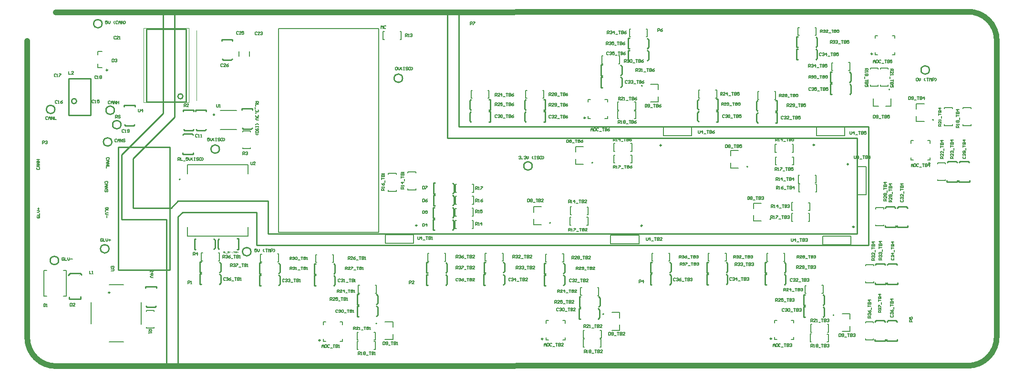
<source format=gto>
G04*
G04 #@! TF.GenerationSoftware,Altium Limited,Altium Designer,22.8.2 (66)*
G04*
G04 Layer_Color=65535*
%FSLAX44Y44*%
%MOMM*%
G71*
G04*
G04 #@! TF.SameCoordinates,3B6084FD-5DD7-4A75-9D95-E8563ACB50C0*
G04*
G04*
G04 #@! TF.FilePolarity,Positive*
G04*
G01*
G75*
%ADD10C,0.2500*%
%ADD11C,0.2000*%
%ADD12C,0.1000*%
%ADD13C,0.2540*%
%ADD14C,0.1270*%
%ADD15C,0.1500*%
%ADD16C,0.1500*%
%ADD17C,0.0508*%
%ADD18C,1.0000*%
%ADD19C,0.0254*%
%ADD20C,0.0500*%
D10*
X1124608Y392960D02*
G03*
X1124608Y392960I-1250J0D01*
G01*
X1396592Y393468D02*
G03*
X1396592Y393468I-1250J0D01*
G01*
X1456946Y359190D02*
G03*
X1456946Y359190I-1250J0D01*
G01*
X1466968Y247904D02*
G03*
X1466968Y247904I-1250J0D01*
G01*
X1090740Y249936D02*
G03*
X1090740Y249936I-1250J0D01*
G01*
X690944Y250444D02*
G03*
X690944Y250444I-1250J0D01*
G01*
X331756Y447244D02*
G03*
X331756Y447244I-1250J0D01*
G01*
X145664Y131044D02*
G03*
X145664Y131044I-1250J0D01*
G01*
X141806Y526592D02*
G03*
X141806Y526592I-1250J0D01*
G01*
X989686Y441700D02*
G03*
X989686Y441700I-1250J0D01*
G01*
X1499442Y555452D02*
G03*
X1499442Y555452I-1250J0D01*
G01*
X1601710Y360548D02*
G03*
X1601710Y360548I-1250J0D01*
G01*
X1320394Y49016D02*
G03*
X1320394Y49016I-1250J0D01*
G01*
X914502Y48508D02*
G03*
X914502Y48508I-1250J0D01*
G01*
X519278Y45968D02*
G03*
X519278Y45968I-1250J0D01*
G01*
D11*
X270812Y332140D02*
G03*
X270812Y332140I-1000J0D01*
G01*
X1091020Y498648D02*
G03*
X1091020Y498648I-1000J0D01*
G01*
X1530380Y491892D02*
G03*
X1530380Y491892I-1000J0D01*
G01*
X1607952Y438104D02*
G03*
X1607952Y438104I-1000J0D01*
G01*
X1431380Y90724D02*
G03*
X1431380Y90724I-1000J0D01*
G01*
X1022440Y92756D02*
G03*
X1022440Y92756I-1000J0D01*
G01*
X619596Y75992D02*
G03*
X619596Y75992I-1000J0D01*
G01*
X1002924Y361904D02*
G03*
X1002924Y361904I-1000J0D01*
G01*
X1278260Y354792D02*
G03*
X1278260Y354792I-1000J0D01*
G01*
X1318900Y261320D02*
G03*
X1318900Y261320I-1000J0D01*
G01*
X928248Y254716D02*
G03*
X928248Y254716I-1000J0D01*
G01*
X1178008Y409710D02*
Y425210D01*
X1128008Y409710D02*
Y425210D01*
X1178008D01*
X1128008Y409710D02*
X1178008D01*
X1449992Y410218D02*
Y425718D01*
X1399992Y410218D02*
Y425718D01*
X1449992D01*
X1399992Y410218D02*
X1449992D01*
X1472446Y304540D02*
X1487946D01*
X1472446Y354540D02*
X1487946D01*
Y304540D02*
Y354540D01*
X1472446Y304540D02*
Y354540D01*
X1411068Y215654D02*
Y231154D01*
X1461068Y215654D02*
Y231154D01*
X1411068Y215654D02*
X1461068D01*
X1411068Y231154D02*
X1461068D01*
X1034840Y217686D02*
Y233186D01*
X1084840Y217686D02*
Y233186D01*
X1034840Y217686D02*
X1084840D01*
X1034840Y233186D02*
X1084840D01*
X635044Y218194D02*
Y233694D01*
X685044Y218194D02*
Y233694D01*
X635044Y218194D02*
X685044D01*
X635044Y233694D02*
X685044D01*
X342281Y454744D02*
X370281D01*
X342281Y420744D02*
X370281D01*
X144414Y43434D02*
X169814D01*
X201564Y74914D02*
Y113284D01*
X112664Y75184D02*
Y113284D01*
X144414Y145034D02*
X169814D01*
X124056Y530992D02*
X132206D01*
X124056D02*
Y537592D01*
Y560192D02*
X132206D01*
X124056Y553592D02*
Y560192D01*
X62910Y170320D02*
X68010D01*
X28510D02*
X33610D01*
X28510Y124320D02*
Y170320D01*
X62910Y124320D02*
X68010D01*
X28510D02*
X33610D01*
X68010D02*
Y170320D01*
X393419Y551010D02*
Y559478D01*
X374837Y551010D02*
Y559478D01*
X994936Y440200D02*
Y444450D01*
Y440200D02*
X999186D01*
X1024686D02*
X1028936D01*
Y444450D01*
Y469950D02*
Y474200D01*
X1024686D02*
X1028936D01*
X994936Y469950D02*
Y474200D01*
X999186D01*
X1504692Y553952D02*
Y558202D01*
Y553952D02*
X1508942D01*
X1534442D02*
X1538692D01*
Y558202D01*
Y583702D02*
Y587952D01*
X1534442D02*
X1538692D01*
X1504692Y583702D02*
Y587952D01*
X1508942D01*
X1597710Y367048D02*
X1601960D01*
Y371298D01*
Y396798D02*
Y401048D01*
X1597710D02*
X1601960D01*
X1567960D02*
X1572210D01*
X1567960Y396798D02*
Y401048D01*
Y367048D02*
X1572210D01*
X1567960D02*
Y371298D01*
X1325644Y47516D02*
Y51766D01*
Y47516D02*
X1329894D01*
X1355394D02*
X1359644D01*
Y51766D01*
Y77266D02*
Y81516D01*
X1355394D02*
X1359644D01*
X1325644Y77266D02*
Y81516D01*
X1329894D01*
X919752Y47008D02*
Y51258D01*
Y47008D02*
X924002D01*
X949502D02*
X953752D01*
Y51258D01*
Y76758D02*
Y81008D01*
X949502D02*
X953752D01*
X919752Y76758D02*
Y81008D01*
X924002D01*
X524528Y44468D02*
Y48718D01*
Y44468D02*
X528778D01*
X554278D02*
X558528D01*
Y48718D01*
Y74218D02*
Y78468D01*
X554278D02*
X558528D01*
X524528Y74218D02*
Y78468D01*
X528778D01*
D12*
X91940Y161290D02*
G03*
X91940Y161290I-500J0D01*
G01*
D13*
X396245Y203583D02*
G03*
X396245Y203583I-7500J0D01*
G01*
X1600588Y526796D02*
G03*
X1600588Y526796I-7500J0D01*
G01*
X275344Y479924D02*
G03*
X275344Y479924I-4472J0D01*
G01*
X131960Y609092D02*
G03*
X131960Y609092I-7500J0D01*
G01*
X149232Y398780D02*
G03*
X149232Y398780I-7500J0D01*
G01*
X144152Y208788D02*
G03*
X144152Y208788I-7500J0D01*
G01*
X54744Y187960D02*
G03*
X54744Y187960I-7500J0D01*
G01*
X895484Y356108D02*
G03*
X895484Y356108I-7500J0D01*
G01*
X86620Y471404D02*
G03*
X86620Y471404I-4472J0D01*
G01*
X153804Y455168D02*
G03*
X153804Y455168I-7500J0D01*
G01*
X48140Y456692D02*
G03*
X48140Y456692I-7500J0D01*
G01*
X665360Y512064D02*
G03*
X665360Y512064I-7500J0D01*
G01*
X165488Y429514D02*
G03*
X165488Y429514I-7500J0D01*
G01*
X340240Y386080D02*
G03*
X340240Y386080I-7500J0D01*
G01*
X160528Y389636D02*
X251968D01*
X160528Y171196D02*
Y389636D01*
X251968Y171196D02*
Y389636D01*
X160528Y171196D02*
X251968D01*
X337312Y210178D02*
Y224146D01*
X371328Y226662D02*
X373828D01*
Y207872D02*
Y226662D01*
X371328Y207872D02*
X373828D01*
X337312Y210178D02*
X339328Y208162D01*
X337312Y224146D02*
X339328Y226162D01*
X277323Y413596D02*
X291291D01*
X293807Y377080D02*
Y379580D01*
X275017Y377080D02*
X293807D01*
X275017D02*
Y379580D01*
X275307Y411580D02*
X277323Y413596D01*
X291291D02*
X293307Y411580D01*
X382406Y421640D02*
X396374D01*
X379890Y455656D02*
Y458156D01*
X398680D01*
Y455656D02*
Y458156D01*
X396374Y421640D02*
X398390Y423656D01*
X380390D02*
X382406Y421640D01*
X1519808Y81244D02*
X1521824Y79228D01*
X1503824D02*
X1505840Y81244D01*
X1503534Y44728D02*
Y47228D01*
Y44728D02*
X1522324D01*
Y47228D01*
X1505840Y81244D02*
X1519808D01*
X1139696Y166768D02*
X1141712Y168784D01*
X1139696Y184768D02*
X1141712Y182752D01*
X1105196Y185058D02*
X1107696D01*
X1105196Y166268D02*
Y185058D01*
Y166268D02*
X1107696D01*
X1141712Y168784D02*
Y182752D01*
X742046Y166260D02*
X744062Y168276D01*
X742046Y184260D02*
X744062Y182244D01*
X707546Y184550D02*
X710046D01*
X707546Y165760D02*
Y184550D01*
Y165760D02*
X710046D01*
X744062Y168276D02*
Y182244D01*
X340352Y167030D02*
X342368Y169046D01*
X340352Y185030D02*
X342368Y183014D01*
X305852Y185320D02*
X308352D01*
X305852Y166530D02*
Y185320D01*
Y166530D02*
X308352D01*
X342368Y169046D02*
Y183014D01*
X1100040Y565040D02*
X1102055Y567056D01*
X1100040Y583040D02*
X1102055Y581024D01*
X1065540Y583330D02*
X1068040D01*
X1065540Y564540D02*
Y583330D01*
Y564540D02*
X1068040D01*
X1102055Y567056D02*
Y581024D01*
X1458992Y505096D02*
X1461008Y507112D01*
X1458992Y523096D02*
X1461008Y521080D01*
X1424492Y523386D02*
X1426992D01*
X1424492Y504596D02*
Y523386D01*
Y504596D02*
X1426992D01*
X1461008Y507112D02*
Y521080D01*
X1399284Y567580D02*
X1401300Y569596D01*
X1399284Y585580D02*
X1401300Y583564D01*
X1364784Y585870D02*
X1367284D01*
X1364784Y567080D02*
Y585870D01*
Y567080D02*
X1367284D01*
X1401300Y569596D02*
Y583564D01*
X1520316Y182372D02*
X1522332Y180356D01*
X1504332D02*
X1506348Y182372D01*
X1504042Y145856D02*
Y148356D01*
Y145856D02*
X1522832D01*
Y148356D01*
X1506348Y182372D02*
X1520316D01*
X1239898Y166768D02*
X1241914Y168784D01*
X1239898Y184768D02*
X1241914Y182752D01*
X1205398Y185058D02*
X1207898D01*
X1205398Y166268D02*
Y185058D01*
Y166268D02*
X1207898D01*
X1241914Y168784D02*
Y182752D01*
X844288Y166768D02*
X846304Y168784D01*
X844288Y184768D02*
X846304Y182752D01*
X809788Y185058D02*
X812288D01*
X809788Y166268D02*
Y185058D01*
Y166268D02*
X812288D01*
X846304Y168784D02*
Y182752D01*
X1052324Y517408D02*
X1054340Y519424D01*
X1052324Y535408D02*
X1054340Y533392D01*
X1017824Y535698D02*
X1020324D01*
X1017824Y516908D02*
Y535698D01*
Y516908D02*
X1020324D01*
X1054340Y519424D02*
Y533392D01*
X445508Y165244D02*
X447524Y167260D01*
X445508Y183244D02*
X447524Y181228D01*
X411008Y183534D02*
X413508D01*
X411008Y164744D02*
Y183534D01*
Y164744D02*
X413508D01*
X447524Y167260D02*
Y181228D01*
X881648Y471924D02*
X883664Y473940D01*
X881648Y457956D02*
X883664Y455940D01*
X915664Y455650D02*
X918164D01*
Y474440D01*
X915664D02*
X918164D01*
X881648Y457956D02*
Y471924D01*
X1293132Y470280D02*
X1295148Y472296D01*
X1293132Y456312D02*
X1295148Y454296D01*
X1327148Y454006D02*
X1329648D01*
Y472796D01*
X1327148D02*
X1329648D01*
X1293132Y456312D02*
Y470280D01*
X1538156Y283666D02*
X1540171Y281651D01*
X1522171D02*
X1524187Y283666D01*
X1521882Y247151D02*
Y249651D01*
Y247151D02*
X1540671D01*
Y249651D01*
X1524187Y283666D02*
X1538156D01*
X1343436Y166506D02*
X1345452Y168522D01*
X1343436Y184506D02*
X1345452Y182490D01*
X1308936Y184796D02*
X1311436D01*
X1308936Y166006D02*
Y184796D01*
Y166006D02*
X1311436D01*
X1345452Y168522D02*
Y182490D01*
X950992Y164982D02*
X953008Y166998D01*
X950992Y182982D02*
X953008Y180966D01*
X916492Y183272D02*
X918992D01*
X916492Y164482D02*
Y183272D01*
Y164482D02*
X918992D01*
X953008Y166998D02*
Y180966D01*
X543032Y164228D02*
X545048Y166244D01*
X543032Y182228D02*
X545048Y180212D01*
X508532Y182518D02*
X511032D01*
X508532Y163728D02*
Y182518D01*
Y163728D02*
X511032D01*
X545048Y166244D02*
Y180212D01*
X784620Y471924D02*
X786636Y473940D01*
X784620Y457956D02*
X786636Y455940D01*
X818636Y455650D02*
X821136D01*
Y474440D01*
X818636D02*
X821136D01*
X784620Y457956D02*
Y471924D01*
X1188756Y472312D02*
X1190772Y474328D01*
X1188756Y458344D02*
X1190772Y456328D01*
X1222772Y456038D02*
X1225272D01*
Y474828D01*
X1222772D02*
X1225272D01*
X1188756Y458344D02*
Y472312D01*
X1411626Y108856D02*
X1413642Y110872D01*
X1411626Y126856D02*
X1413642Y124840D01*
X1377126Y127146D02*
X1379626D01*
X1377126Y108356D02*
Y127146D01*
Y108356D02*
X1379626D01*
X1413642Y110872D02*
Y124840D01*
X1013476Y105562D02*
X1015492Y107578D01*
X1013476Y123562D02*
X1015492Y121546D01*
X978976Y123852D02*
X981476D01*
X978976Y105062D02*
Y123852D01*
Y105062D02*
X981476D01*
X1015492Y107578D02*
Y121546D01*
X619063Y109829D02*
X621079Y111845D01*
X619063Y127829D02*
X621079Y125814D01*
X584563Y128119D02*
X587063D01*
X584563Y109329D02*
Y128119D01*
Y109329D02*
X587063D01*
X621079Y111845D02*
Y125814D01*
X1647824Y364322D02*
X1649840Y362306D01*
X1631840D02*
X1633856Y364322D01*
X1631550Y327806D02*
Y330306D01*
Y327806D02*
X1650340D01*
Y330306D01*
X1633856Y364322D02*
X1647824D01*
X330216Y208178D02*
X332232Y210194D01*
X330216Y226178D02*
X332232Y224162D01*
X295716Y226468D02*
X298216D01*
X295716Y207678D02*
Y226468D01*
Y207678D02*
X298216D01*
X332232Y210194D02*
Y224162D01*
X276496Y420880D02*
X278512Y418864D01*
X292480D02*
X294496Y420880D01*
X294786Y452880D02*
Y455380D01*
X275996D02*
X294786D01*
X275996Y452880D02*
Y455380D01*
X278512Y418864D02*
X292480D01*
X756615Y309508D02*
Y323476D01*
X720100Y306992D02*
X722600D01*
X720100D02*
Y325782D01*
X722600D01*
X754600Y325492D02*
X756615Y323476D01*
X754600Y307492D02*
X756615Y309508D01*
Y287918D02*
Y301886D01*
X720100Y285402D02*
X722600D01*
X720100D02*
Y304192D01*
X722600D01*
X754600Y303902D02*
X756615Y301886D01*
X754600Y285902D02*
X756615Y287918D01*
X756107Y266074D02*
Y280042D01*
X719592Y263558D02*
X722092D01*
X719592D02*
Y282348D01*
X722092D01*
X754092Y282058D02*
X756107Y280042D01*
X754092Y264058D02*
X756107Y266074D01*
Y244484D02*
Y258452D01*
X719592Y241968D02*
X722092D01*
X719592D02*
Y260758D01*
X722092D01*
X754092Y260468D02*
X756107Y258452D01*
X754092Y242468D02*
X756107Y244484D01*
X71890Y162060D02*
X74930Y165100D01*
X92551D02*
X95622Y162371D01*
X74930Y165100D02*
X92551D01*
X73660Y119400D02*
X94122D01*
Y123400D01*
X73660Y119400D02*
Y120970D01*
Y119700D02*
Y123190D01*
X1541144Y81244D02*
X1543160Y79228D01*
X1525160D02*
X1527176Y81244D01*
X1524870Y44728D02*
Y47228D01*
Y44728D02*
X1543660D01*
Y47228D01*
X1527176Y81244D02*
X1541144D01*
X1139664Y145186D02*
X1141679Y147202D01*
X1139664Y163186D02*
X1141679Y161170D01*
X1105164Y163476D02*
X1107664D01*
X1105164Y144686D02*
Y163476D01*
Y144686D02*
X1107664D01*
X1141679Y147202D02*
Y161170D01*
X742046Y144416D02*
X744062Y146432D01*
X742046Y162416D02*
X744062Y160400D01*
X707546Y162706D02*
X710046D01*
X707546Y143916D02*
Y162706D01*
Y143916D02*
X710046D01*
X744062Y146432D02*
Y160400D01*
X340352Y145940D02*
X342368Y147956D01*
X340352Y163940D02*
X342368Y161924D01*
X305852Y164230D02*
X308352D01*
X305852Y145440D02*
Y164230D01*
Y145440D02*
X308352D01*
X342368Y147956D02*
Y161924D01*
X1100040Y543458D02*
X1102055Y545474D01*
X1100040Y561458D02*
X1102055Y559442D01*
X1065540Y561748D02*
X1068040D01*
X1065540Y542958D02*
Y561748D01*
Y542958D02*
X1068040D01*
X1102055Y545474D02*
Y559442D01*
X1459228Y483760D02*
X1461244Y485776D01*
X1459228Y501760D02*
X1461244Y499744D01*
X1424728Y502050D02*
X1427228D01*
X1424728Y483260D02*
Y502050D01*
Y483260D02*
X1427228D01*
X1461244Y485776D02*
Y499744D01*
X1399284Y545736D02*
X1401300Y547752D01*
X1399284Y563736D02*
X1401300Y561720D01*
X1364784Y564026D02*
X1367284D01*
X1364784Y545236D02*
Y564026D01*
Y545236D02*
X1367284D01*
X1401300Y547752D02*
Y561720D01*
X1541652Y182372D02*
X1543668Y180356D01*
X1525668D02*
X1527684Y182372D01*
X1525378Y145856D02*
Y148356D01*
Y145856D02*
X1544168D01*
Y148356D01*
X1527684Y182372D02*
X1541652D01*
X1239898Y145432D02*
X1241914Y147448D01*
X1239898Y163432D02*
X1241914Y161416D01*
X1205398Y163722D02*
X1207898D01*
X1205398Y144932D02*
Y163722D01*
Y144932D02*
X1207898D01*
X1241914Y147448D02*
Y161416D01*
X844040Y144924D02*
X846056Y146940D01*
X844040Y162924D02*
X846056Y160908D01*
X809540Y163214D02*
X812040D01*
X809540Y144424D02*
Y163214D01*
Y144424D02*
X812040D01*
X846056Y146940D02*
Y160908D01*
X1052324Y496072D02*
X1054340Y498088D01*
X1052324Y514072D02*
X1054340Y512056D01*
X1017824Y514362D02*
X1020324D01*
X1017824Y495572D02*
Y514362D01*
Y495572D02*
X1020324D01*
X1054340Y498088D02*
Y512056D01*
X445508Y143908D02*
X447524Y145924D01*
X445508Y161908D02*
X447524Y159892D01*
X411008Y162198D02*
X413508D01*
X411008Y143408D02*
Y162198D01*
Y143408D02*
X413508D01*
X447524Y145924D02*
Y159892D01*
X881648Y450588D02*
X883664Y452604D01*
X881648Y436620D02*
X883664Y434604D01*
X915664Y434314D02*
X918164D01*
Y453104D01*
X915664D02*
X918164D01*
X881648Y436620D02*
Y450588D01*
X1293640Y448944D02*
X1295656Y450960D01*
X1293640Y434976D02*
X1295656Y432960D01*
X1327656Y432670D02*
X1330156D01*
Y451460D01*
X1327656D02*
X1330156D01*
X1293640Y434976D02*
Y448944D01*
X1559492Y283666D02*
X1561507Y281651D01*
X1543507D02*
X1545523Y283666D01*
X1543217Y247151D02*
Y249651D01*
Y247151D02*
X1562007D01*
Y249651D01*
X1545523Y283666D02*
X1559492D01*
X1343436Y145170D02*
X1345452Y147186D01*
X1343436Y163170D02*
X1345452Y161154D01*
X1308936Y163460D02*
X1311436D01*
X1308936Y144670D02*
Y163460D01*
Y144670D02*
X1311436D01*
X1345452Y147186D02*
Y161154D01*
X950992Y143908D02*
X953008Y145924D01*
X950992Y161908D02*
X953008Y159892D01*
X916492Y162198D02*
X918992D01*
X916492Y143408D02*
Y162198D01*
Y143408D02*
X918992D01*
X953008Y145924D02*
Y159892D01*
X543032Y143400D02*
X545048Y145416D01*
X543032Y161400D02*
X545048Y159384D01*
X508532Y161690D02*
X511032D01*
X508532Y142900D02*
Y161690D01*
Y142900D02*
X511032D01*
X545048Y145416D02*
Y159384D01*
X784620Y450588D02*
X786636Y452604D01*
X784620Y436620D02*
X786636Y434604D01*
X818636Y434314D02*
X821136D01*
Y453104D01*
X818636D02*
X821136D01*
X784620Y436620D02*
Y450588D01*
X1188756Y450976D02*
X1190772Y452992D01*
X1188756Y437008D02*
X1190772Y434992D01*
X1222772Y434702D02*
X1225272D01*
Y453492D01*
X1222772D02*
X1225272D01*
X1188756Y437008D02*
Y450976D01*
X1411626Y87520D02*
X1413642Y89536D01*
X1411626Y105520D02*
X1413642Y103504D01*
X1377126Y105810D02*
X1379626D01*
X1377126Y87020D02*
Y105810D01*
Y87020D02*
X1379626D01*
X1413642Y89536D02*
Y103504D01*
X1012720Y84226D02*
X1014736Y86242D01*
X1012720Y102226D02*
X1014736Y100210D01*
X978220Y102516D02*
X980720D01*
X978220Y83726D02*
Y102516D01*
Y83726D02*
X980720D01*
X1014736Y86242D02*
Y100210D01*
X619063Y88739D02*
X621079Y90755D01*
X619063Y106739D02*
X621079Y104724D01*
X584563Y107029D02*
X587063D01*
X584563Y88239D02*
Y107029D01*
Y88239D02*
X587063D01*
X621079Y90755D02*
Y104724D01*
X1669160Y364322D02*
X1671176Y362306D01*
X1653176D02*
X1655192Y364322D01*
X1652886Y327806D02*
Y330306D01*
Y327806D02*
X1671676D01*
Y330306D01*
X1655192Y364322D02*
X1669160D01*
X344910Y546388D02*
X346926Y544373D01*
X360894D02*
X362910Y546388D01*
X363200Y578388D02*
Y580888D01*
X344410D02*
X363200D01*
X344410Y578388D02*
Y580888D01*
X346926Y544373D02*
X360894D01*
X171602Y429548D02*
X173618Y427533D01*
X187586D02*
X189602Y429548D01*
X189892Y461548D02*
Y464048D01*
X171102D02*
X189892D01*
X171102Y461548D02*
Y464048D01*
X173618Y427533D02*
X187586D01*
X211710Y104920D02*
X225678D01*
X209194Y138936D02*
Y141436D01*
X227984D01*
Y138936D02*
Y141436D01*
X225678Y104920D02*
X227694Y106936D01*
X209694D02*
X211710Y104920D01*
X260604Y442976D02*
Y624547D01*
Y442976D02*
Y442976D01*
X186944Y369316D02*
X260604Y442976D01*
X186944Y281432D02*
Y369316D01*
Y281432D02*
X254508D01*
X266697Y293621D01*
X266703Y293627D01*
X426720D01*
Y235204D02*
Y293627D01*
Y235204D02*
X1472184D01*
Y405892D01*
X745236D02*
X1472184D01*
X745236D02*
Y624547D01*
X765556Y426212D02*
Y624547D01*
Y426212D02*
X1492504D01*
X1492504Y426212D01*
Y214884D02*
Y426212D01*
X1492504Y214884D02*
X1492504Y214884D01*
X406400Y214884D02*
X1492504D01*
X406400D02*
Y273810D01*
X406399Y273811D02*
X406400Y273810D01*
X274828Y273811D02*
X406399D01*
X266700Y265683D02*
X274828Y273811D01*
X266700Y5373D02*
Y265683D01*
X245872Y5373D02*
Y260604D01*
X245872Y260604D02*
X245872Y260604D01*
X166624Y260604D02*
X245872D01*
X166624D02*
Y375920D01*
X240284Y449580D01*
Y624547D01*
X210872Y469646D02*
Y599948D01*
X280872D01*
X210872Y469646D02*
X280872D01*
Y599948D01*
X72648Y446404D02*
Y511404D01*
X111648D01*
Y446404D02*
Y511404D01*
X72648Y446404D02*
X111648D01*
X300356Y418864D02*
X314324D01*
X297840Y452880D02*
Y455380D01*
X316630D01*
Y452880D02*
Y455380D01*
X314324Y418864D02*
X316340Y420880D01*
X298340D02*
X300356Y418864D01*
D14*
X445516Y237856D02*
X623316D01*
Y600456D01*
X445516Y237856D02*
Y600456D01*
X623316D01*
X390812Y230890D02*
Y247240D01*
X283812Y230890D02*
X390812D01*
X283812D02*
Y247240D01*
X390812Y342040D02*
Y358390D01*
X283812D02*
X390812D01*
X283812Y342040D02*
Y358390D01*
X1486988Y78856D02*
X1501071D01*
X1486988Y76962D02*
Y78856D01*
X1501071Y76962D02*
Y78856D01*
X1487049Y47116D02*
Y49022D01*
Y47116D02*
X1500991D01*
Y49022D01*
X1139438Y187013D02*
Y201096D01*
X1137544D02*
X1139438D01*
X1137544Y187013D02*
X1139438D01*
X1107698Y201035D02*
X1109604D01*
X1107698Y187093D02*
Y201035D01*
Y187093D02*
X1109604D01*
X741674Y186505D02*
Y200588D01*
X739780D02*
X741674D01*
X739780Y186505D02*
X741674D01*
X709934Y200527D02*
X711840D01*
X709934Y186585D02*
Y200527D01*
Y186585D02*
X711840D01*
X339968Y187521D02*
Y201604D01*
X338074D02*
X339968D01*
X338074Y187521D02*
X339968D01*
X308228Y201543D02*
X310134D01*
X308228Y187601D02*
Y201543D01*
Y187601D02*
X310134D01*
X1099668Y585793D02*
Y599876D01*
X1097774D02*
X1099668D01*
X1097774Y585793D02*
X1099668D01*
X1067927Y599815D02*
X1069834D01*
X1067927Y585873D02*
Y599815D01*
Y585873D02*
X1069834D01*
X1459092Y525849D02*
Y539932D01*
X1457198D02*
X1459092D01*
X1457198Y525849D02*
X1459092D01*
X1427352Y539871D02*
X1429258D01*
X1427352Y525929D02*
Y539871D01*
Y525929D02*
X1429258D01*
X1399148Y588333D02*
Y602416D01*
X1397254D02*
X1399148D01*
X1397254Y588333D02*
X1399148D01*
X1367408Y602355D02*
X1369314D01*
X1367408Y588413D02*
Y602355D01*
Y588413D02*
X1369314D01*
X1487496Y180456D02*
X1501579D01*
X1487496Y178562D02*
Y180456D01*
X1501579Y178562D02*
Y180456D01*
X1487557Y148716D02*
Y150622D01*
Y148716D02*
X1501499D01*
Y150622D01*
X1239758Y187013D02*
Y201096D01*
X1237864D02*
X1239758D01*
X1237864Y187013D02*
X1239758D01*
X1208018Y201035D02*
X1209924D01*
X1208018Y187093D02*
Y201035D01*
Y187093D02*
X1209924D01*
X843904Y187013D02*
Y201096D01*
X842010D02*
X843904D01*
X842010Y187013D02*
X843904D01*
X812164Y201035D02*
X814070D01*
X812164Y187093D02*
Y201035D01*
Y187093D02*
X814070D01*
X1050660Y538041D02*
Y552124D01*
X1048766D02*
X1050660D01*
X1048766Y538041D02*
X1050660D01*
X1018920Y552063D02*
X1020826D01*
X1018920Y538121D02*
Y552063D01*
Y538121D02*
X1020826D01*
X445124Y185489D02*
Y199572D01*
X443230D02*
X445124D01*
X443230Y185489D02*
X445124D01*
X413384Y199511D02*
X415290D01*
X413384Y185569D02*
Y199511D01*
Y185569D02*
X415290D01*
X884036Y476696D02*
Y490779D01*
Y476696D02*
X885930D01*
X884036Y490779D02*
X885930D01*
X913870Y476757D02*
X915776D01*
Y490699D01*
X913870D02*
X915776D01*
X1295792Y474544D02*
Y488627D01*
Y474544D02*
X1297686D01*
X1295792Y488627D02*
X1297686D01*
X1325626Y474605D02*
X1327532D01*
Y488547D01*
X1325626D02*
X1327532D01*
X1505327Y281751D02*
X1519410D01*
X1505327Y279857D02*
Y281751D01*
X1519410Y279857D02*
Y281751D01*
X1505389Y250010D02*
Y251917D01*
Y250010D02*
X1519330D01*
Y251917D01*
X1343659Y186751D02*
Y200834D01*
X1341765D02*
X1343659D01*
X1341765Y186751D02*
X1343659D01*
X1311918Y200773D02*
X1313825D01*
X1311918Y186831D02*
Y200773D01*
Y186831D02*
X1313825D01*
X951092Y185489D02*
Y199572D01*
X949198D02*
X951092D01*
X949198Y185489D02*
X951092D01*
X919352Y199511D02*
X921258D01*
X919352Y185569D02*
Y199511D01*
Y185569D02*
X921258D01*
X542660Y184473D02*
Y198556D01*
X540766D02*
X542660D01*
X540766Y184473D02*
X542660D01*
X510920Y198495D02*
X512826D01*
X510920Y184553D02*
Y198495D01*
Y184553D02*
X512826D01*
X787008Y476696D02*
Y490779D01*
Y476696D02*
X788902D01*
X787008Y490779D02*
X788902D01*
X816842Y476757D02*
X818748D01*
Y490699D01*
X816842D02*
X818748D01*
X1191144Y477084D02*
Y491167D01*
Y477084D02*
X1193038D01*
X1191144Y491167D02*
X1193038D01*
X1220978Y477145D02*
X1222884D01*
Y491087D01*
X1220978D02*
X1222884D01*
X1411726Y129609D02*
Y143692D01*
X1409832D02*
X1411726D01*
X1409832Y129609D02*
X1411726D01*
X1379986Y143631D02*
X1381892D01*
X1379986Y129689D02*
Y143631D01*
Y129689D02*
X1381892D01*
X1013214Y125807D02*
Y139890D01*
X1011320D02*
X1013214D01*
X1011320Y125807D02*
X1013214D01*
X981474Y139829D02*
X983380D01*
X981474Y125887D02*
Y139829D01*
Y125887D02*
X983380D01*
X618692Y129812D02*
Y143896D01*
X616797D02*
X618692D01*
X616797Y129812D02*
X618692D01*
X586951Y143834D02*
X588857D01*
X586951Y129893D02*
Y143834D01*
Y129893D02*
X588857D01*
X1615004Y361934D02*
X1629087D01*
X1615004Y360040D02*
Y361934D01*
X1629087Y360040D02*
Y361934D01*
X1615065Y330194D02*
Y332100D01*
Y330194D02*
X1629007D01*
Y332100D01*
X1078888Y455865D02*
Y469948D01*
X1076994D02*
X1078888D01*
X1076994Y455865D02*
X1078888D01*
X1047148Y469887D02*
X1049054D01*
X1047148Y455945D02*
Y469887D01*
Y455945D02*
X1049054D01*
X1513401Y498354D02*
X1527484D01*
Y500248D01*
X1513401Y498354D02*
Y500248D01*
X1527423Y528188D02*
Y530094D01*
X1513481D02*
X1527423D01*
X1513481Y528188D02*
Y530094D01*
X1627196Y459734D02*
X1641279D01*
X1627196Y457840D02*
Y459734D01*
X1641279Y457840D02*
Y459734D01*
X1627257Y427994D02*
Y429900D01*
Y427994D02*
X1641199D01*
Y429900D01*
X1421500Y60521D02*
Y74604D01*
X1419606D02*
X1421500D01*
X1419606Y60521D02*
X1421500D01*
X1389760Y74543D02*
X1391666D01*
X1389760Y60601D02*
Y74543D01*
Y60601D02*
X1391666D01*
X1018038Y49853D02*
Y63936D01*
X1016144D02*
X1018038D01*
X1016144Y49853D02*
X1018038D01*
X986298Y63875D02*
X988204D01*
X986298Y49933D02*
Y63875D01*
Y49933D02*
X988204D01*
X616706Y46297D02*
Y60380D01*
X614812D02*
X616706D01*
X614812Y46297D02*
X616706D01*
X584966Y60319D02*
X586872D01*
X584966Y46377D02*
Y60319D01*
Y46377D02*
X586872D01*
X1047148Y440120D02*
Y454203D01*
Y440120D02*
X1049042D01*
X1047148Y454203D02*
X1049042D01*
X1076982Y440181D02*
X1078888D01*
Y454123D01*
X1076982D02*
X1078888D01*
X1495624Y530082D02*
X1509707D01*
X1495624Y528188D02*
Y530082D01*
X1509707Y528188D02*
Y530082D01*
X1495685Y498342D02*
Y500248D01*
Y498342D02*
X1509627D01*
Y500248D01*
X1660213Y428006D02*
X1674296D01*
Y429900D01*
X1660213Y428006D02*
Y429900D01*
X1674235Y457840D02*
Y459746D01*
X1660293D02*
X1674235D01*
X1660293Y457840D02*
Y459746D01*
X1389264Y43252D02*
Y57335D01*
Y43252D02*
X1391158D01*
X1389264Y57335D02*
X1391158D01*
X1419098Y43313D02*
X1421004D01*
Y57255D01*
X1419098D02*
X1421004D01*
X985900Y34108D02*
Y48191D01*
Y34108D02*
X987794D01*
X985900Y48191D02*
X987794D01*
X1015734Y34169D02*
X1017640D01*
Y48111D01*
X1015734D02*
X1017640D01*
X584978Y30044D02*
Y44127D01*
Y30044D02*
X586872D01*
X584978Y44127D02*
X586872D01*
X614812Y30105D02*
X616718D01*
Y44047D01*
X614812D02*
X616718D01*
X1040530Y361296D02*
Y375379D01*
Y361296D02*
X1042424D01*
X1040530Y375379D02*
X1042424D01*
X1070364Y361358D02*
X1072270D01*
Y375299D01*
X1070364D02*
X1072270D01*
X1327458Y358012D02*
Y372095D01*
Y358012D02*
X1329352D01*
X1327458Y372095D02*
X1329352D01*
X1357292Y358074D02*
X1359198D01*
Y372015D01*
X1357292D02*
X1359198D01*
X1355858Y257628D02*
Y271711D01*
Y257628D02*
X1357752D01*
X1355858Y271711D02*
X1357752D01*
X1385692Y257689D02*
X1387598D01*
Y271631D01*
X1385692D02*
X1387598D01*
X962544Y251024D02*
Y265107D01*
Y251024D02*
X964438D01*
X962544Y265107D02*
X964438D01*
X992378Y251085D02*
X994284D01*
Y265027D01*
X992378D02*
X994284D01*
X759332Y309521D02*
X761238D01*
X759332D02*
Y323463D01*
X761238D01*
X789178Y309441D02*
X791072D01*
X789178Y323524D02*
X791072D01*
Y309441D02*
Y323524D01*
X1368738Y309935D02*
Y324019D01*
Y309935D02*
X1370633D01*
X1368738Y324019D02*
X1370633D01*
X1398573Y309997D02*
X1400479D01*
Y323938D01*
X1398573D02*
X1400479D01*
X640152Y343016D02*
X654235D01*
X640152Y341122D02*
Y343016D01*
X654235Y341122D02*
Y343016D01*
X640213Y311276D02*
Y313182D01*
Y311276D02*
X654155D01*
Y313182D01*
X759332Y288185D02*
X761238D01*
X759332D02*
Y302127D01*
X761238D01*
X789178Y288105D02*
X791072D01*
X789178Y302188D02*
X791072D01*
Y288105D02*
Y302188D01*
X758824Y266849D02*
X760730D01*
X758824D02*
Y280791D01*
X760730D01*
X788670Y266769D02*
X790564D01*
X788670Y280852D02*
X790564D01*
Y266769D02*
Y280852D01*
X1040530Y382051D02*
Y396135D01*
Y382051D02*
X1042424D01*
X1040530Y396135D02*
X1042424D01*
X1070364Y382113D02*
X1072270D01*
Y396054D01*
X1070364D02*
X1072270D01*
X1326828Y380364D02*
Y394447D01*
Y380364D02*
X1328722D01*
X1326828Y394447D02*
X1328722D01*
X1356662Y380426D02*
X1358569D01*
Y394367D01*
X1356662D02*
X1358569D01*
X1367966Y325683D02*
Y339767D01*
Y325683D02*
X1369861D01*
X1367966Y339767D02*
X1369861D01*
X1397801Y325745D02*
X1399707D01*
Y339686D01*
X1397801D02*
X1399707D01*
X1356366Y276932D02*
Y291015D01*
Y276932D02*
X1358260D01*
X1356366Y291015D02*
X1358260D01*
X1386200Y276993D02*
X1388106D01*
Y290935D01*
X1386200D02*
X1388106D01*
X963052Y269312D02*
Y283395D01*
Y269312D02*
X964946D01*
X963052Y283395D02*
X964946D01*
X992886Y269373D02*
X994792D01*
Y283315D01*
X992886D02*
X994792D01*
X674696Y345556D02*
X688779D01*
X674696Y343662D02*
Y345556D01*
X688779Y343662D02*
Y345556D01*
X674757Y313816D02*
Y315722D01*
Y313816D02*
X688699D01*
Y315722D01*
X758824Y245005D02*
X760730D01*
X758824D02*
Y258947D01*
X760730D01*
X788670Y244925D02*
X790564D01*
X788670Y259008D02*
X790564D01*
Y244925D02*
Y259008D01*
X660654Y595227D02*
X662560D01*
Y581285D02*
Y595227D01*
X660654Y581285D02*
X662560D01*
X630820Y595307D02*
X632714D01*
X630820Y581224D02*
X632714D01*
X630820D02*
Y595307D01*
X381323Y386848D02*
X395406D01*
Y388742D01*
X381323Y386848D02*
Y388742D01*
X395345Y416682D02*
Y418588D01*
X381403D02*
X395345D01*
X381403Y416682D02*
Y418588D01*
X210461Y97536D02*
Y99442D01*
X224403D01*
Y97536D02*
Y99442D01*
X210381Y67702D02*
Y69596D01*
X224464Y67702D02*
Y69596D01*
X210381Y67702D02*
X224464D01*
X1119520Y469948D02*
Y479448D01*
Y491848D02*
Y501348D01*
X1105520Y469948D02*
X1119520D01*
X1105520Y501348D02*
X1119520D01*
X1500680Y462392D02*
X1510180D01*
X1522580D02*
X1532080D01*
X1500680D02*
Y476392D01*
X1532080Y462392D02*
Y476392D01*
X1577452Y457304D02*
Y466804D01*
Y435404D02*
Y444904D01*
Y466804D02*
X1591452D01*
X1577452Y435404D02*
X1591452D01*
X1459880Y62024D02*
Y71524D01*
Y83924D02*
Y93424D01*
X1445880Y62024D02*
X1459880D01*
X1445880Y93424D02*
X1459880D01*
X1050940Y64056D02*
Y73556D01*
Y85956D02*
Y95456D01*
X1036940Y64056D02*
X1050940D01*
X1036940Y95456D02*
X1050940D01*
X648096Y47292D02*
Y56792D01*
Y69192D02*
Y78692D01*
X634096Y47292D02*
X648096D01*
X634096Y78692D02*
X648096D01*
X972424Y381104D02*
Y390604D01*
Y359204D02*
Y368704D01*
Y390604D02*
X986424D01*
X972424Y359204D02*
X986424D01*
X1247760Y373992D02*
Y383492D01*
Y352092D02*
Y361592D01*
Y383492D02*
X1261760D01*
X1247760Y352092D02*
X1261760D01*
X1288400Y280520D02*
Y290020D01*
Y258620D02*
Y268120D01*
Y290020D02*
X1302400D01*
X1288400Y258620D02*
X1302400D01*
X897748Y273916D02*
Y283416D01*
Y252016D02*
Y261516D01*
Y283416D02*
X911748D01*
X897748Y252016D02*
X911748D01*
D15*
X141809Y279140D02*
X142642Y279973D01*
Y281639D01*
X141809Y282472D01*
X138477D01*
X137644Y281639D01*
Y279973D01*
X138477Y279140D01*
X140143D01*
Y280806D01*
X142642Y277474D02*
X137644D01*
Y274141D01*
X142642Y272475D02*
X139310D01*
X137644Y270809D01*
X139310Y269143D01*
X142642D01*
X140143Y267477D02*
Y264144D01*
X17195Y266960D02*
X16362Y266127D01*
Y264461D01*
X17195Y263628D01*
X20527D01*
X21360Y264461D01*
Y266127D01*
X20527Y266960D01*
X18861D01*
Y265294D01*
X16362Y268626D02*
X21360D01*
Y271959D01*
X16362Y273625D02*
X19694D01*
X21360Y275291D01*
X19694Y276957D01*
X16362D01*
X18861Y278623D02*
Y281956D01*
X17195Y280289D02*
X20527D01*
X141301Y325368D02*
X142135Y326201D01*
Y327867D01*
X141301Y328700D01*
X137969D01*
X137136Y327867D01*
Y326201D01*
X137969Y325368D01*
X137136Y323702D02*
X140468D01*
X142135Y322035D01*
X140468Y320369D01*
X137136D01*
X139635D01*
Y323702D01*
X137136Y318703D02*
X142135D01*
X137136Y315371D01*
X142135D01*
X141301Y310373D02*
X142135Y311206D01*
Y312872D01*
X141301Y313705D01*
X140468D01*
X139635Y312872D01*
Y311206D01*
X138802Y310373D01*
X137969D01*
X137136Y311206D01*
Y312872D01*
X137969Y313705D01*
X143333Y367532D02*
X144166Y368365D01*
Y370031D01*
X143333Y370864D01*
X140001D01*
X139168Y370031D01*
Y368365D01*
X140001Y367532D01*
X139168Y365866D02*
X142500D01*
X144166Y364199D01*
X142500Y362533D01*
X139168D01*
X141667D01*
Y365866D01*
X139168Y360867D02*
X144166D01*
X139168Y357535D01*
X144166D01*
Y355869D02*
X139168D01*
Y352537D01*
X16687Y352812D02*
X15854Y351979D01*
Y350313D01*
X16687Y349480D01*
X20019D01*
X20852Y350313D01*
Y351979D01*
X20019Y352812D01*
X20852Y354478D02*
X17520D01*
X15854Y356145D01*
X17520Y357811D01*
X20852D01*
X18353D01*
Y354478D01*
X20852Y359477D02*
X15854D01*
X20852Y362809D01*
X15854D01*
Y364475D02*
X20852D01*
X18353D01*
Y367808D01*
X15854D01*
X20852D01*
D16*
X157812Y402986D02*
X156979Y403819D01*
X155313D01*
X154480Y402986D01*
Y399654D01*
X155313Y398821D01*
X156979D01*
X157812Y399654D01*
X159478Y398821D02*
Y402153D01*
X161145Y403819D01*
X162811Y402153D01*
Y398821D01*
Y401320D01*
X159478D01*
X164477Y398821D02*
Y403819D01*
X167809Y398821D01*
Y403819D01*
X172807Y402986D02*
X171974Y403819D01*
X170308D01*
X169475Y402986D01*
Y402153D01*
X170308Y401320D01*
X171974D01*
X172807Y400487D01*
Y399654D01*
X171974Y398821D01*
X170308D01*
X169475Y399654D01*
X284456Y146853D02*
Y151851D01*
X286955D01*
X287788Y151018D01*
Y149352D01*
X286955Y148519D01*
X284456D01*
X289454Y146853D02*
X291120D01*
X290287D01*
Y151851D01*
X289454Y151018D01*
X72898Y524174D02*
Y519176D01*
X76230D01*
X81229D02*
X77896D01*
X81229Y522508D01*
Y523341D01*
X80395Y524174D01*
X78729D01*
X77896Y523341D01*
X1570695Y78716D02*
X1565697D01*
Y81215D01*
X1566530Y82048D01*
X1568196D01*
X1569029Y81215D01*
Y78716D01*
X1565697Y87047D02*
Y83714D01*
X1568196D01*
X1567363Y85380D01*
Y86214D01*
X1568196Y87047D01*
X1569862D01*
X1570695Y86214D01*
Y84547D01*
X1569862Y83714D01*
X1253212Y191973D02*
Y196972D01*
X1255711D01*
X1256544Y196139D01*
Y194473D01*
X1255711Y193640D01*
X1253212D01*
X1254878D02*
X1256544Y191973D01*
X1258210Y196139D02*
X1259043Y196972D01*
X1260710D01*
X1261543Y196139D01*
Y195306D01*
X1260710Y194473D01*
X1259876D01*
X1260710D01*
X1261543Y193640D01*
Y192806D01*
X1260710Y191973D01*
X1259043D01*
X1258210Y192806D01*
X1266541Y191973D02*
X1263209D01*
X1266541Y195306D01*
Y196139D01*
X1265708Y196972D01*
X1264042D01*
X1263209Y196139D01*
X1268207Y191140D02*
X1271539D01*
X1273205Y196972D02*
X1276538D01*
X1274872D01*
Y191973D01*
X1278204Y196972D02*
Y191973D01*
X1280703D01*
X1281536Y192806D01*
Y193640D01*
X1280703Y194473D01*
X1278204D01*
X1280703D01*
X1281536Y195306D01*
Y196139D01*
X1280703Y196972D01*
X1278204D01*
X1283202Y196139D02*
X1284035Y196972D01*
X1285701D01*
X1286534Y196139D01*
Y195306D01*
X1285701Y194473D01*
X1284868D01*
X1285701D01*
X1286534Y193640D01*
Y192806D01*
X1285701Y191973D01*
X1284035D01*
X1283202Y192806D01*
X1229604Y482041D02*
Y487040D01*
X1232103D01*
X1232936Y486207D01*
Y484540D01*
X1232103Y483708D01*
X1229604D01*
X1231270D02*
X1232936Y482041D01*
X1237935D02*
X1234602D01*
X1237935Y485374D01*
Y486207D01*
X1237102Y487040D01*
X1235435D01*
X1234602Y486207D01*
X1242100Y482041D02*
Y487040D01*
X1239601Y484540D01*
X1242933D01*
X1244599Y481208D02*
X1247931D01*
X1249597Y487040D02*
X1252930D01*
X1251264D01*
Y482041D01*
X1254596Y487040D02*
Y482041D01*
X1257095D01*
X1257928Y482874D01*
Y483708D01*
X1257095Y484540D01*
X1254596D01*
X1257095D01*
X1257928Y485374D01*
Y486207D01*
X1257095Y487040D01*
X1254596D01*
X1262926D02*
X1259594D01*
Y484540D01*
X1261260Y485374D01*
X1262093D01*
X1262926Y484540D01*
Y482874D01*
X1262093Y482041D01*
X1260427D01*
X1259594Y482874D01*
X1231368Y463753D02*
Y468752D01*
X1233867D01*
X1234700Y467919D01*
Y466253D01*
X1233867Y465420D01*
X1231368D01*
X1233034D02*
X1234700Y463753D01*
X1239699D02*
X1236366D01*
X1239699Y467086D01*
Y467919D01*
X1238866Y468752D01*
X1237199D01*
X1236366Y467919D01*
X1244697Y468752D02*
X1241365D01*
Y466253D01*
X1243031Y467086D01*
X1243864D01*
X1244697Y466253D01*
Y464586D01*
X1243864Y463753D01*
X1242198D01*
X1241365Y464586D01*
X1246363Y462920D02*
X1249695D01*
X1251361Y468752D02*
X1254694D01*
X1253027D01*
Y463753D01*
X1256360Y468752D02*
Y463753D01*
X1258859D01*
X1259692Y464586D01*
Y465420D01*
X1258859Y466253D01*
X1256360D01*
X1258859D01*
X1259692Y467086D01*
Y467919D01*
X1258859Y468752D01*
X1256360D01*
X1264690D02*
X1261358D01*
Y466253D01*
X1263024Y467086D01*
X1263857D01*
X1264690Y466253D01*
Y464586D01*
X1263857Y463753D01*
X1262191D01*
X1261358Y464586D01*
X1236492Y446583D02*
X1235659Y447416D01*
X1233993D01*
X1233160Y446583D01*
Y443250D01*
X1233993Y442417D01*
X1235659D01*
X1236492Y443250D01*
X1238158Y446583D02*
X1238991Y447416D01*
X1240658D01*
X1241491Y446583D01*
Y445750D01*
X1240658Y444916D01*
X1239825D01*
X1240658D01*
X1241491Y444084D01*
Y443250D01*
X1240658Y442417D01*
X1238991D01*
X1238158Y443250D01*
X1243157Y446583D02*
X1243990Y447416D01*
X1245656D01*
X1246489Y446583D01*
Y443250D01*
X1245656Y442417D01*
X1243990D01*
X1243157Y443250D01*
Y446583D01*
X1248155Y441584D02*
X1251487D01*
X1253154Y447416D02*
X1256486D01*
X1254820D01*
Y442417D01*
X1258152Y447416D02*
Y442417D01*
X1260651D01*
X1261484Y443250D01*
Y444084D01*
X1260651Y444916D01*
X1258152D01*
X1260651D01*
X1261484Y445750D01*
Y446583D01*
X1260651Y447416D01*
X1258152D01*
X1266482D02*
X1263150D01*
Y444916D01*
X1264816Y445750D01*
X1265649D01*
X1266482Y444916D01*
Y443250D01*
X1265649Y442417D01*
X1263983D01*
X1263150Y443250D01*
X1576808Y511698D02*
X1577641Y512531D01*
X1579307D01*
X1580140Y511698D01*
Y508366D01*
X1579307Y507533D01*
X1577641D01*
X1576808Y508366D01*
Y511698D01*
X1581806Y512531D02*
Y509199D01*
X1583472Y507533D01*
X1585139Y509199D01*
Y512531D01*
X1593469Y507533D02*
X1591803Y509199D01*
Y510865D01*
X1593469Y512531D01*
X1595968D02*
X1599301D01*
X1597634D01*
Y507533D01*
X1600967D02*
Y512531D01*
X1602633Y510865D01*
X1604299Y512531D01*
Y507533D01*
X1605965D02*
Y512531D01*
X1608464D01*
X1609297Y511698D01*
Y510032D01*
X1608464Y509199D01*
X1605965D01*
X1610963Y507533D02*
X1612630Y509199D01*
Y510865D01*
X1610963Y512531D01*
X406152Y208239D02*
X402820D01*
Y205740D01*
X404486Y206573D01*
X405319D01*
X406152Y205740D01*
Y204074D01*
X405319Y203241D01*
X403653D01*
X402820Y204074D01*
X407818Y208239D02*
Y204907D01*
X409484Y203241D01*
X411151Y204907D01*
Y208239D01*
X419481Y203241D02*
X417815Y204907D01*
Y206573D01*
X419481Y208239D01*
X421980D02*
X425313D01*
X423647D01*
Y203241D01*
X426979D02*
Y208239D01*
X428645Y206573D01*
X430311Y208239D01*
Y203241D01*
X431977D02*
Y208239D01*
X434476D01*
X435309Y207406D01*
Y205740D01*
X434476Y204907D01*
X431977D01*
X436976Y203241D02*
X438642Y204907D01*
Y206573D01*
X436976Y208239D01*
X300970Y411622D02*
X300137Y412455D01*
X298471D01*
X297638Y411622D01*
Y408290D01*
X298471Y407457D01*
X300137D01*
X300970Y408290D01*
X302637Y407457D02*
X304303D01*
X303470D01*
Y412455D01*
X302637Y411622D01*
X306802Y407457D02*
X308468D01*
X307635D01*
Y412455D01*
X306802Y411622D01*
X395712Y363179D02*
Y359014D01*
X396545Y358181D01*
X398211D01*
X399044Y359014D01*
Y363179D01*
X404043Y358181D02*
X400710D01*
X404043Y361513D01*
Y362346D01*
X403210Y363179D01*
X401544D01*
X400710Y362346D01*
X785344Y607609D02*
Y612607D01*
X787843D01*
X788676Y611774D01*
Y610108D01*
X787843Y609275D01*
X785344D01*
X790342Y612607D02*
X793675D01*
Y611774D01*
X790342Y608442D01*
Y607609D01*
X1118592Y595417D02*
Y600415D01*
X1121091D01*
X1121924Y599582D01*
Y597916D01*
X1121091Y597083D01*
X1118592D01*
X1126923Y600415D02*
X1125256Y599582D01*
X1123590Y597916D01*
Y596250D01*
X1124423Y595417D01*
X1126089D01*
X1126923Y596250D01*
Y597083D01*
X1126089Y597916D01*
X1123590D01*
X670052Y585724D02*
Y590722D01*
X672551D01*
X673384Y589889D01*
Y588223D01*
X672551Y587390D01*
X670052D01*
X671718D02*
X673384Y585724D01*
X675050D02*
X676717D01*
X675883D01*
Y590722D01*
X675050Y589889D01*
X679216D02*
X680049Y590722D01*
X681715D01*
X682548Y589889D01*
Y589056D01*
X681715Y588223D01*
X680882D01*
X681715D01*
X682548Y587390D01*
Y586557D01*
X681715Y585724D01*
X680049D01*
X679216Y586557D01*
X1085064Y148377D02*
Y153375D01*
X1087563D01*
X1088396Y152542D01*
Y150876D01*
X1087563Y150043D01*
X1085064D01*
X1092561Y148377D02*
Y153375D01*
X1090062Y150876D01*
X1093395D01*
X677140Y146853D02*
Y151851D01*
X679639D01*
X680472Y151018D01*
Y149352D01*
X679639Y148519D01*
X677140D01*
X685471Y146853D02*
X682138D01*
X685471Y150185D01*
Y151018D01*
X684638Y151851D01*
X682971D01*
X682138Y151018D01*
X1190271Y418852D02*
Y414686D01*
X1191104Y413853D01*
X1192770D01*
X1193603Y414686D01*
Y418852D01*
X1197768Y413853D02*
Y418852D01*
X1195269Y416353D01*
X1198601D01*
X1200267Y413020D02*
X1203600D01*
X1205266Y418852D02*
X1208598D01*
X1206932D01*
Y413853D01*
X1210264Y418852D02*
Y413853D01*
X1212763D01*
X1213596Y414686D01*
Y415519D01*
X1212763Y416353D01*
X1210264D01*
X1212763D01*
X1213596Y417186D01*
Y418019D01*
X1212763Y418852D01*
X1210264D01*
X1218595D02*
X1216929Y418019D01*
X1215263Y416353D01*
Y414686D01*
X1216096Y413853D01*
X1217762D01*
X1218595Y414686D01*
Y415519D01*
X1217762Y416353D01*
X1215263D01*
X64340Y192166D02*
X63507Y192999D01*
X61841D01*
X61008Y192166D01*
Y188834D01*
X61841Y188001D01*
X63507D01*
X64340Y188834D01*
Y190500D01*
X62674D01*
X66006Y192999D02*
Y188001D01*
X69339D01*
X71005Y192999D02*
Y189667D01*
X72671Y188001D01*
X74337Y189667D01*
Y192999D01*
X76003Y190500D02*
X79335D01*
X652894Y531050D02*
X653727Y531883D01*
X655393D01*
X656226Y531050D01*
Y527718D01*
X655393Y526885D01*
X653727D01*
X652894Y527718D01*
Y531050D01*
X657892Y531883D02*
Y528551D01*
X659558Y526885D01*
X661224Y528551D01*
Y531883D01*
X664556Y526885D02*
X662890Y528551D01*
Y530217D01*
X664556Y531883D01*
X667056D02*
X668722D01*
X667889D01*
Y526885D01*
X667056D01*
X668722D01*
X674553Y531050D02*
X673720Y531883D01*
X672054D01*
X671221Y531050D01*
Y530217D01*
X672054Y529384D01*
X673720D01*
X674553Y528551D01*
Y527718D01*
X673720Y526885D01*
X672054D01*
X671221Y527718D01*
X678718Y531883D02*
X677052D01*
X676219Y531050D01*
Y527718D01*
X677052Y526885D01*
X678718D01*
X679551Y527718D01*
Y531050D01*
X678718Y531883D01*
X681218Y526885D02*
X682884Y528551D01*
Y530217D01*
X681218Y531883D01*
X322593Y405343D02*
X319261D01*
Y402844D01*
X320927Y403677D01*
X321760D01*
X322593Y402844D01*
Y401178D01*
X321760Y400345D01*
X320094D01*
X319261Y401178D01*
X324259Y405343D02*
Y402011D01*
X325925Y400345D01*
X327592Y402011D01*
Y405343D01*
X330924Y400345D02*
X329258Y402011D01*
Y403677D01*
X330924Y405343D01*
X333423D02*
X335089D01*
X334256D01*
Y400345D01*
X333423D01*
X335089D01*
X340920Y404510D02*
X340087Y405343D01*
X338421D01*
X337588Y404510D01*
Y403677D01*
X338421Y402844D01*
X340087D01*
X340920Y402011D01*
Y401178D01*
X340087Y400345D01*
X338421D01*
X337588Y401178D01*
X345086Y405343D02*
X343420D01*
X342587Y404510D01*
Y401178D01*
X343420Y400345D01*
X345086D01*
X345919Y401178D01*
Y404510D01*
X345086Y405343D01*
X347585Y400345D02*
X349251Y402011D01*
Y403677D01*
X347585Y405343D01*
X871704Y372506D02*
X872537Y373339D01*
X874203D01*
X875036Y372506D01*
Y371673D01*
X874203Y370840D01*
X873370D01*
X874203D01*
X875036Y370007D01*
Y369174D01*
X874203Y368341D01*
X872537D01*
X871704Y369174D01*
X876702Y368341D02*
Y369174D01*
X877535D01*
Y368341D01*
X876702D01*
X880868Y372506D02*
X881701Y373339D01*
X883367D01*
X884200Y372506D01*
Y371673D01*
X883367Y370840D01*
X882534D01*
X883367D01*
X884200Y370007D01*
Y369174D01*
X883367Y368341D01*
X881701D01*
X880868Y369174D01*
X885866Y373339D02*
Y370007D01*
X887532Y368341D01*
X889198Y370007D01*
Y373339D01*
X897529Y368341D02*
X895863Y370007D01*
Y371673D01*
X897529Y373339D01*
X900028D02*
X901694D01*
X900861D01*
Y368341D01*
X900028D01*
X901694D01*
X907526Y372506D02*
X906693Y373339D01*
X905026D01*
X904193Y372506D01*
Y371673D01*
X905026Y370840D01*
X906693D01*
X907526Y370007D01*
Y369174D01*
X906693Y368341D01*
X905026D01*
X904193Y369174D01*
X911691Y373339D02*
X910025D01*
X909192Y372506D01*
Y369174D01*
X910025Y368341D01*
X911691D01*
X912524Y369174D01*
Y372506D01*
X911691Y373339D01*
X914190Y368341D02*
X915856Y370007D01*
Y371673D01*
X914190Y373339D01*
X132340Y226202D02*
X131507Y227035D01*
X129841D01*
X129008Y226202D01*
Y222870D01*
X129841Y222037D01*
X131507D01*
X132340Y222870D01*
Y224536D01*
X130674D01*
X134006Y227035D02*
Y222037D01*
X137339D01*
X139005Y227035D02*
Y223703D01*
X140671Y222037D01*
X142337Y223703D01*
Y227035D01*
X144003Y224536D02*
X147335D01*
X145669Y226202D02*
Y222870D01*
X293600Y197653D02*
Y202651D01*
X296099D01*
X296932Y201818D01*
Y200152D01*
X296099Y199319D01*
X293600D01*
X295266D02*
X296932Y197653D01*
X301098D02*
Y202651D01*
X298598Y200152D01*
X301931D01*
X277197Y461932D02*
Y466931D01*
X279696D01*
X280529Y466098D01*
Y464432D01*
X279696Y463599D01*
X277197D01*
X278863D02*
X280529Y461932D01*
X285527D02*
X282195D01*
X285527Y465265D01*
Y466098D01*
X284694Y466931D01*
X283028D01*
X282195Y466098D01*
X266250Y365709D02*
Y370708D01*
X268749D01*
X269582Y369875D01*
Y368209D01*
X268749Y367375D01*
X266250D01*
X267916D02*
X269582Y365709D01*
X271248Y370708D02*
Y365709D01*
X274580D01*
X276246Y364876D02*
X279579D01*
X284577Y370708D02*
X281245D01*
Y368209D01*
X282911Y369042D01*
X283744D01*
X284577Y368209D01*
Y366542D01*
X283744Y365709D01*
X282078D01*
X281245Y366542D01*
X286243Y370708D02*
Y367375D01*
X287909Y365709D01*
X289575Y367375D01*
Y370708D01*
X292908Y365709D02*
X291242Y367375D01*
Y369042D01*
X292908Y370708D01*
X295407D02*
X297073D01*
X296240D01*
Y365709D01*
X295407D01*
X297073D01*
X302904Y369875D02*
X302071Y370708D01*
X300405D01*
X299572Y369875D01*
Y369042D01*
X300405Y368209D01*
X302071D01*
X302904Y367375D01*
Y366542D01*
X302071Y365709D01*
X300405D01*
X299572Y366542D01*
X307070Y370708D02*
X305404D01*
X304571Y369875D01*
Y366542D01*
X305404Y365709D01*
X307070D01*
X307903Y366542D01*
Y369875D01*
X307070Y370708D01*
X309569Y365709D02*
X311235Y367375D01*
Y369042D01*
X309569Y370708D01*
X196068Y457159D02*
Y452994D01*
X196901Y452161D01*
X198567D01*
X199400Y452994D01*
Y457159D01*
X203566Y452161D02*
Y457159D01*
X201066Y454660D01*
X204399D01*
X155339Y440985D02*
Y445983D01*
X157838D01*
X158671Y445150D01*
Y443484D01*
X157838Y442651D01*
X155339D01*
X157005D02*
X158671Y440985D01*
X163669Y445150D02*
X162836Y445983D01*
X161170D01*
X160337Y445150D01*
Y444317D01*
X161170Y443484D01*
X162836D01*
X163669Y442651D01*
Y441818D01*
X162836Y440985D01*
X161170D01*
X160337Y441818D01*
X35309Y443118D02*
X34476Y443951D01*
X32809D01*
X31976Y443118D01*
Y439786D01*
X32809Y438953D01*
X34476D01*
X35309Y439786D01*
X36975Y438953D02*
Y442285D01*
X38641Y443951D01*
X40307Y442285D01*
Y438953D01*
Y441452D01*
X36975D01*
X41973Y438953D02*
Y443951D01*
X45305Y438953D01*
Y443951D01*
X46971D02*
Y438953D01*
X50304D01*
X146561Y471058D02*
X145728Y471891D01*
X144061D01*
X143228Y471058D01*
Y467726D01*
X144061Y466893D01*
X145728D01*
X146561Y467726D01*
X148227Y466893D02*
Y470225D01*
X149893Y471891D01*
X151559Y470225D01*
Y466893D01*
Y469392D01*
X148227D01*
X153225Y466893D02*
Y471891D01*
X156557Y466893D01*
Y471891D01*
X158223D02*
Y466893D01*
Y469392D01*
X161556D01*
Y471891D01*
Y466893D01*
X140976Y614131D02*
X137644D01*
Y611632D01*
X139310Y612465D01*
X140143D01*
X140976Y611632D01*
Y609966D01*
X140143Y609133D01*
X138477D01*
X137644Y609966D01*
X142642Y614131D02*
Y610799D01*
X144308Y609133D01*
X145975Y610799D01*
Y614131D01*
X154305Y609133D02*
X152639Y610799D01*
Y612465D01*
X154305Y614131D01*
X160137Y613298D02*
X159304Y614131D01*
X157638D01*
X156804Y613298D01*
Y609966D01*
X157638Y609133D01*
X159304D01*
X160137Y609966D01*
X161803Y609133D02*
Y612465D01*
X163469Y614131D01*
X165135Y612465D01*
Y609133D01*
Y611632D01*
X161803D01*
X166801Y609133D02*
Y614131D01*
X170133Y609133D01*
Y614131D01*
X171800Y609133D02*
X173466Y610799D01*
Y612465D01*
X171800Y614131D01*
X692036Y230384D02*
Y226218D01*
X692869Y225385D01*
X694535D01*
X695368Y226218D01*
Y230384D01*
X699533Y225385D02*
Y230384D01*
X697034Y227885D01*
X700366D01*
X702032Y224552D02*
X705365D01*
X707031Y230384D02*
X710363D01*
X708697D01*
Y225385D01*
X712029Y230384D02*
Y225385D01*
X714528D01*
X715361Y226218D01*
Y227052D01*
X714528Y227885D01*
X712029D01*
X714528D01*
X715361Y228718D01*
Y229551D01*
X714528Y230384D01*
X712029D01*
X717027Y225385D02*
X718694D01*
X717860D01*
Y230384D01*
X717027Y229551D01*
X1097611Y228860D02*
Y224694D01*
X1098444Y223861D01*
X1100110D01*
X1100943Y224694D01*
Y228860D01*
X1105108Y223861D02*
Y228860D01*
X1102609Y226360D01*
X1105941D01*
X1107607Y223028D02*
X1110940D01*
X1112606Y228860D02*
X1115938D01*
X1114272D01*
Y223861D01*
X1117604Y228860D02*
Y223861D01*
X1120103D01*
X1120936Y224694D01*
Y225527D01*
X1120103Y226360D01*
X1117604D01*
X1120103D01*
X1120936Y227194D01*
Y228027D01*
X1120103Y228860D01*
X1117604D01*
X1125935Y223861D02*
X1122603D01*
X1125935Y227194D01*
Y228027D01*
X1125102Y228860D01*
X1123436D01*
X1122603Y228027D01*
X1355713Y227270D02*
Y223105D01*
X1356546Y222272D01*
X1358212D01*
X1359046Y223105D01*
Y227270D01*
X1363211Y222272D02*
Y227270D01*
X1360712Y224771D01*
X1364044D01*
X1365710Y221439D02*
X1369042D01*
X1370708Y227270D02*
X1374041D01*
X1372374D01*
Y222272D01*
X1375707Y227270D02*
Y222272D01*
X1378206D01*
X1379039Y223105D01*
Y223938D01*
X1378206Y224771D01*
X1375707D01*
X1378206D01*
X1379039Y225604D01*
Y226437D01*
X1378206Y227270D01*
X1375707D01*
X1380705Y226437D02*
X1381538Y227270D01*
X1383204D01*
X1384037Y226437D01*
Y225604D01*
X1383204Y224771D01*
X1382371D01*
X1383204D01*
X1384037Y223938D01*
Y223105D01*
X1383204Y222272D01*
X1381538D01*
X1380705Y223105D01*
X1467167Y374112D02*
Y369946D01*
X1468000Y369113D01*
X1469666D01*
X1470499Y369946D01*
Y374112D01*
X1474664Y369113D02*
Y374112D01*
X1472165Y371613D01*
X1475497D01*
X1477164Y368280D02*
X1480496D01*
X1482162Y374112D02*
X1485494D01*
X1483828D01*
Y369113D01*
X1487160Y374112D02*
Y369113D01*
X1489659D01*
X1490492Y369946D01*
Y370779D01*
X1489659Y371613D01*
X1487160D01*
X1489659D01*
X1490492Y372446D01*
Y373279D01*
X1489659Y374112D01*
X1487160D01*
X1494658Y369113D02*
Y374112D01*
X1492159Y371613D01*
X1495491D01*
X1459715Y417328D02*
Y413162D01*
X1460548Y412329D01*
X1462214D01*
X1463047Y413162D01*
Y417328D01*
X1467212Y412329D02*
Y417328D01*
X1464713Y414828D01*
X1468045D01*
X1469711Y411496D02*
X1473044D01*
X1474710Y417328D02*
X1478042D01*
X1476376D01*
Y412329D01*
X1479708Y417328D02*
Y412329D01*
X1482207D01*
X1483040Y413162D01*
Y413996D01*
X1482207Y414828D01*
X1479708D01*
X1482207D01*
X1483040Y415662D01*
Y416495D01*
X1482207Y417328D01*
X1479708D01*
X1488039D02*
X1484707D01*
Y414828D01*
X1486373Y415662D01*
X1487206D01*
X1488039Y414828D01*
Y413162D01*
X1487206Y412329D01*
X1485540D01*
X1484707Y413162D01*
X335006Y465999D02*
Y461834D01*
X335840Y461001D01*
X337506D01*
X338339Y461834D01*
Y465999D01*
X340005Y461001D02*
X341671D01*
X340838D01*
Y465999D01*
X340005Y465166D01*
X217465Y167881D02*
Y171213D01*
X220797Y167881D01*
X221630D01*
X222463Y168714D01*
Y170380D01*
X221630Y171213D01*
X217465Y163716D02*
X222463D01*
X219964Y166215D01*
Y162883D01*
X222463Y161216D02*
X219131D01*
X217465Y159550D01*
X219131Y157884D01*
X222463D01*
X577916Y64973D02*
Y69972D01*
X580415D01*
X581248Y69139D01*
Y67473D01*
X580415Y66639D01*
X577916D01*
X579582D02*
X581248Y64973D01*
X586246D02*
X582914D01*
X586246Y68306D01*
Y69139D01*
X585413Y69972D01*
X583747D01*
X582914Y69139D01*
X587912Y64973D02*
X589579D01*
X588745D01*
Y69972D01*
X587912Y69139D01*
X592078Y64140D02*
X595410D01*
X597076Y69972D02*
X600408D01*
X598742D01*
Y64973D01*
X602075Y69972D02*
Y64973D01*
X604574D01*
X605407Y65806D01*
Y66639D01*
X604574Y67473D01*
X602075D01*
X604574D01*
X605407Y68306D01*
Y69139D01*
X604574Y69972D01*
X602075D01*
X607073Y64973D02*
X608739D01*
X607906D01*
Y69972D01*
X607073Y69139D01*
X986915Y68529D02*
Y73528D01*
X989415D01*
X990248Y72695D01*
Y71028D01*
X989415Y70195D01*
X986915D01*
X988581D02*
X990248Y68529D01*
X995246D02*
X991914D01*
X995246Y71862D01*
Y72695D01*
X994413Y73528D01*
X992747D01*
X991914Y72695D01*
X996912Y68529D02*
X998578D01*
X997745D01*
Y73528D01*
X996912Y72695D01*
X1001077Y67696D02*
X1004410D01*
X1006076Y73528D02*
X1009408D01*
X1007742D01*
Y68529D01*
X1011074Y73528D02*
Y68529D01*
X1013573D01*
X1014406Y69362D01*
Y70195D01*
X1013573Y71028D01*
X1011074D01*
X1013573D01*
X1014406Y71862D01*
Y72695D01*
X1013573Y73528D01*
X1011074D01*
X1019405Y68529D02*
X1016072D01*
X1019405Y71862D01*
Y72695D01*
X1018572Y73528D01*
X1016906D01*
X1016072Y72695D01*
X1389869Y78689D02*
Y83688D01*
X1392368D01*
X1393202Y82855D01*
Y81188D01*
X1392368Y80356D01*
X1389869D01*
X1391535D02*
X1393202Y78689D01*
X1398200D02*
X1394868D01*
X1398200Y82022D01*
Y82855D01*
X1397367Y83688D01*
X1395701D01*
X1394868Y82855D01*
X1399866Y78689D02*
X1401532D01*
X1400699D01*
Y83688D01*
X1399866Y82855D01*
X1404031Y77856D02*
X1407364D01*
X1409030Y83688D02*
X1412362D01*
X1410696D01*
Y78689D01*
X1414028Y83688D02*
Y78689D01*
X1416527D01*
X1417360Y79522D01*
Y80356D01*
X1416527Y81188D01*
X1414028D01*
X1416527D01*
X1417360Y82022D01*
Y82855D01*
X1416527Y83688D01*
X1414028D01*
X1419026Y82855D02*
X1419859Y83688D01*
X1421526D01*
X1422359Y82855D01*
Y82022D01*
X1421526Y81188D01*
X1420693D01*
X1421526D01*
X1422359Y80356D01*
Y79522D01*
X1421526Y78689D01*
X1419859D01*
X1419026Y79522D01*
X1621587Y427204D02*
X1616588D01*
Y429703D01*
X1617421Y430536D01*
X1619088D01*
X1619921Y429703D01*
Y427204D01*
Y428870D02*
X1621587Y430536D01*
Y435535D02*
Y432202D01*
X1618254Y435535D01*
X1617421D01*
X1616588Y434701D01*
Y433035D01*
X1617421Y432202D01*
X1621587Y437201D02*
Y438867D01*
Y438034D01*
X1616588D01*
X1617421Y437201D01*
X1622420Y441366D02*
Y444698D01*
X1616588Y446364D02*
Y449697D01*
Y448031D01*
X1621587D01*
X1616588Y451363D02*
X1621587D01*
Y453862D01*
X1620754Y454695D01*
X1619921D01*
X1619088Y453862D01*
Y451363D01*
Y453862D01*
X1618254Y454695D01*
X1617421D01*
X1616588Y453862D01*
Y451363D01*
X1621587Y458860D02*
X1616588D01*
X1619088Y456361D01*
Y459693D01*
X1531569Y528847D02*
X1536568D01*
Y526348D01*
X1535735Y525514D01*
X1534068D01*
X1533235Y526348D01*
Y528847D01*
Y527180D02*
X1531569Y525514D01*
Y520516D02*
Y523848D01*
X1534902Y520516D01*
X1535735D01*
X1536568Y521349D01*
Y523015D01*
X1535735Y523848D01*
X1531569Y518850D02*
Y517184D01*
Y518017D01*
X1536568D01*
X1535735Y518850D01*
X1530736Y514685D02*
Y511352D01*
X1536568Y509686D02*
Y506354D01*
Y508020D01*
X1531569D01*
X1536568Y504688D02*
X1531569D01*
Y502189D01*
X1532402Y501356D01*
X1533235D01*
X1534068Y502189D01*
Y504688D01*
Y502189D01*
X1534902Y501356D01*
X1535735D01*
X1536568Y502189D01*
Y504688D01*
Y496357D02*
Y499689D01*
X1534068D01*
X1534902Y498023D01*
Y497190D01*
X1534068Y496357D01*
X1532402D01*
X1531569Y497190D01*
Y498856D01*
X1532402Y499689D01*
X1048446Y473405D02*
Y478404D01*
X1050945D01*
X1051778Y477571D01*
Y475905D01*
X1050945Y475071D01*
X1048446D01*
X1050112D02*
X1051778Y473405D01*
X1056777D02*
X1053445D01*
X1056777Y476738D01*
Y477571D01*
X1055944Y478404D01*
X1054278D01*
X1053445Y477571D01*
X1058443Y473405D02*
X1060109D01*
X1059276D01*
Y478404D01*
X1058443Y477571D01*
X1062608Y472572D02*
X1065940D01*
X1067607Y478404D02*
X1070939D01*
X1069273D01*
Y473405D01*
X1072605Y478404D02*
Y473405D01*
X1075104D01*
X1075937Y474238D01*
Y475071D01*
X1075104Y475905D01*
X1072605D01*
X1075104D01*
X1075937Y476738D01*
Y477571D01*
X1075104Y478404D01*
X1072605D01*
X1080936D02*
X1079269Y477571D01*
X1077603Y475905D01*
Y474238D01*
X1078436Y473405D01*
X1080102D01*
X1080936Y474238D01*
Y475071D01*
X1080102Y475905D01*
X1077603D01*
X586552Y20777D02*
Y25776D01*
X589051D01*
X589884Y24943D01*
Y23277D01*
X589051Y22443D01*
X586552D01*
X588218D02*
X589884Y20777D01*
X591550D02*
X593216D01*
X592383D01*
Y25776D01*
X591550Y24943D01*
X595715D02*
X596549Y25776D01*
X598215D01*
X599048Y24943D01*
Y24110D01*
X598215Y23277D01*
X599048Y22443D01*
Y21610D01*
X598215Y20777D01*
X596549D01*
X595715Y21610D01*
Y22443D01*
X596549Y23277D01*
X595715Y24110D01*
Y24943D01*
X596549Y23277D02*
X598215D01*
X600714Y19944D02*
X604046D01*
X605712Y25776D02*
X609044D01*
X607378D01*
Y20777D01*
X610710Y25776D02*
Y20777D01*
X613210D01*
X614043Y21610D01*
Y22443D01*
X613210Y23277D01*
X610710D01*
X613210D01*
X614043Y24110D01*
Y24943D01*
X613210Y25776D01*
X610710D01*
X615709Y20777D02*
X617375D01*
X616542D01*
Y25776D01*
X615709Y24943D01*
X987533Y23825D02*
Y28824D01*
X990033D01*
X990866Y27991D01*
Y26325D01*
X990033Y25491D01*
X987533D01*
X989199D02*
X990866Y23825D01*
X992532D02*
X994198D01*
X993365D01*
Y28824D01*
X992532Y27991D01*
X996697D02*
X997530Y28824D01*
X999196D01*
X1000029Y27991D01*
Y27158D01*
X999196Y26325D01*
X1000029Y25491D01*
Y24658D01*
X999196Y23825D01*
X997530D01*
X996697Y24658D01*
Y25491D01*
X997530Y26325D01*
X996697Y27158D01*
Y27991D01*
X997530Y26325D02*
X999196D01*
X1001695Y22992D02*
X1005028D01*
X1006694Y28824D02*
X1010026D01*
X1008360D01*
Y23825D01*
X1011692Y28824D02*
Y23825D01*
X1014191D01*
X1015024Y24658D01*
Y25491D01*
X1014191Y26325D01*
X1011692D01*
X1014191D01*
X1015024Y27158D01*
Y27991D01*
X1014191Y28824D01*
X1011692D01*
X1020023Y23825D02*
X1016691D01*
X1020023Y27158D01*
Y27991D01*
X1019190Y28824D01*
X1017523D01*
X1016691Y27991D01*
X1389869Y33985D02*
Y38984D01*
X1392368D01*
X1393202Y38151D01*
Y36484D01*
X1392368Y35652D01*
X1389869D01*
X1391535D02*
X1393202Y33985D01*
X1394868D02*
X1396534D01*
X1395701D01*
Y38984D01*
X1394868Y38151D01*
X1399033D02*
X1399866Y38984D01*
X1401532D01*
X1402365Y38151D01*
Y37318D01*
X1401532Y36484D01*
X1402365Y35652D01*
Y34818D01*
X1401532Y33985D01*
X1399866D01*
X1399033Y34818D01*
Y35652D01*
X1399866Y36484D01*
X1399033Y37318D01*
Y38151D01*
X1399866Y36484D02*
X1401532D01*
X1404031Y33152D02*
X1407364D01*
X1409030Y38984D02*
X1412362D01*
X1410696D01*
Y33985D01*
X1414028Y38984D02*
Y33985D01*
X1416527D01*
X1417360Y34818D01*
Y35652D01*
X1416527Y36484D01*
X1414028D01*
X1416527D01*
X1417360Y37318D01*
Y38151D01*
X1416527Y38984D01*
X1414028D01*
X1419026Y38151D02*
X1419859Y38984D01*
X1421526D01*
X1422359Y38151D01*
Y37318D01*
X1421526Y36484D01*
X1420693D01*
X1421526D01*
X1422359Y35652D01*
Y34818D01*
X1421526Y33985D01*
X1419859D01*
X1419026Y34818D01*
X1653083Y424664D02*
X1648084D01*
Y427163D01*
X1648917Y427996D01*
X1650583D01*
X1651416Y427163D01*
Y424664D01*
Y426330D02*
X1653083Y427996D01*
Y429662D02*
Y431328D01*
Y430495D01*
X1648084D01*
X1648917Y429662D01*
Y433828D02*
X1648084Y434661D01*
Y436327D01*
X1648917Y437160D01*
X1649750D01*
X1650583Y436327D01*
X1651416Y437160D01*
X1652250D01*
X1653083Y436327D01*
Y434661D01*
X1652250Y433828D01*
X1651416D01*
X1650583Y434661D01*
X1649750Y433828D01*
X1648917D01*
X1650583Y434661D02*
Y436327D01*
X1653916Y438826D02*
Y442158D01*
X1648084Y443824D02*
Y447157D01*
Y445490D01*
X1653083D01*
X1648084Y448823D02*
X1653083D01*
Y451322D01*
X1652250Y452155D01*
X1651416D01*
X1650583Y451322D01*
Y448823D01*
Y451322D01*
X1649750Y452155D01*
X1648917D01*
X1648084Y451322D01*
Y448823D01*
X1653083Y456320D02*
X1648084D01*
X1650583Y453821D01*
Y457153D01*
X1486357Y529355D02*
X1491356D01*
Y526856D01*
X1490523Y526022D01*
X1488857D01*
X1488023Y526856D01*
Y529355D01*
Y527688D02*
X1486357Y526022D01*
Y524356D02*
Y522690D01*
Y523523D01*
X1491356D01*
X1490523Y524356D01*
Y520191D02*
X1491356Y519358D01*
Y517692D01*
X1490523Y516859D01*
X1489690D01*
X1488857Y517692D01*
X1488023Y516859D01*
X1487190D01*
X1486357Y517692D01*
Y519358D01*
X1487190Y520191D01*
X1488023D01*
X1488857Y519358D01*
X1489690Y520191D01*
X1490523D01*
X1488857Y519358D02*
Y517692D01*
X1485524Y515193D02*
Y511860D01*
X1491356Y510194D02*
Y506862D01*
Y508528D01*
X1486357D01*
X1491356Y505196D02*
X1486357D01*
Y502697D01*
X1487190Y501864D01*
X1488023D01*
X1488857Y502697D01*
Y505196D01*
Y502697D01*
X1489690Y501864D01*
X1490523D01*
X1491356Y502697D01*
Y505196D01*
Y496865D02*
Y500197D01*
X1488857D01*
X1489690Y498531D01*
Y497698D01*
X1488857Y496865D01*
X1487190D01*
X1486357Y497698D01*
Y499364D01*
X1487190Y500197D01*
X1047938Y431749D02*
Y436748D01*
X1050437D01*
X1051271Y435915D01*
Y434249D01*
X1050437Y433415D01*
X1047938D01*
X1049604D02*
X1051271Y431749D01*
X1052937D02*
X1054603D01*
X1053770D01*
Y436748D01*
X1052937Y435915D01*
X1057102D02*
X1057935Y436748D01*
X1059601D01*
X1060434Y435915D01*
Y435082D01*
X1059601Y434249D01*
X1060434Y433415D01*
Y432582D01*
X1059601Y431749D01*
X1057935D01*
X1057102Y432582D01*
Y433415D01*
X1057935Y434249D01*
X1057102Y435082D01*
Y435915D01*
X1057935Y434249D02*
X1059601D01*
X1062100Y430916D02*
X1065433D01*
X1067099Y436748D02*
X1070431D01*
X1068765D01*
Y431749D01*
X1072097Y436748D02*
Y431749D01*
X1074596D01*
X1075429Y432582D01*
Y433415D01*
X1074596Y434249D01*
X1072097D01*
X1074596D01*
X1075429Y435082D01*
Y435915D01*
X1074596Y436748D01*
X1072097D01*
X1080428D02*
X1078762Y435915D01*
X1077095Y434249D01*
Y432582D01*
X1077928Y431749D01*
X1079594D01*
X1080428Y432582D01*
Y433415D01*
X1079594Y434249D01*
X1077095D01*
X345924Y192481D02*
Y197480D01*
X348423D01*
X349256Y196647D01*
Y194981D01*
X348423Y194147D01*
X345924D01*
X347590D02*
X349256Y192481D01*
X350922Y196647D02*
X351755Y197480D01*
X353422D01*
X354255Y196647D01*
Y195814D01*
X353422Y194981D01*
X352588D01*
X353422D01*
X354255Y194147D01*
Y193314D01*
X353422Y192481D01*
X351755D01*
X350922Y193314D01*
X359253Y197480D02*
X357587Y196647D01*
X355921Y194981D01*
Y193314D01*
X356754Y192481D01*
X358420D01*
X359253Y193314D01*
Y194147D01*
X358420Y194981D01*
X355921D01*
X360919Y191648D02*
X364251D01*
X365917Y197480D02*
X369250D01*
X367584D01*
Y192481D01*
X370916Y197480D02*
Y192481D01*
X373415D01*
X374248Y193314D01*
Y194147D01*
X373415Y194981D01*
X370916D01*
X373415D01*
X374248Y195814D01*
Y196647D01*
X373415Y197480D01*
X370916D01*
X375914Y192481D02*
X377580D01*
X376747D01*
Y197480D01*
X375914Y196647D01*
X759944Y192024D02*
Y197022D01*
X762443D01*
X763276Y196189D01*
Y194523D01*
X762443Y193690D01*
X759944D01*
X761610D02*
X763276Y192024D01*
X764942Y196189D02*
X765775Y197022D01*
X767441D01*
X768275Y196189D01*
Y195356D01*
X767441Y194523D01*
X766608D01*
X767441D01*
X768275Y193690D01*
Y192857D01*
X767441Y192024D01*
X765775D01*
X764942Y192857D01*
X773273Y197022D02*
X771607Y196189D01*
X769941Y194523D01*
Y192857D01*
X770774Y192024D01*
X772440D01*
X773273Y192857D01*
Y193690D01*
X772440Y194523D01*
X769941D01*
X774939Y191191D02*
X778271D01*
X779937Y197022D02*
X783270D01*
X781603D01*
Y192024D01*
X784936Y197022D02*
Y192024D01*
X787435D01*
X788268Y192857D01*
Y193690D01*
X787435Y194523D01*
X784936D01*
X787435D01*
X788268Y195356D01*
Y196189D01*
X787435Y197022D01*
X784936D01*
X793266Y192024D02*
X789934D01*
X793266Y195356D01*
Y196189D01*
X792433Y197022D01*
X790767D01*
X789934Y196189D01*
X1156692Y191973D02*
Y196972D01*
X1159191D01*
X1160024Y196139D01*
Y194473D01*
X1159191Y193640D01*
X1156692D01*
X1158358D02*
X1160024Y191973D01*
X1161690Y196139D02*
X1162523Y196972D01*
X1164190D01*
X1165023Y196139D01*
Y195306D01*
X1164190Y194473D01*
X1163356D01*
X1164190D01*
X1165023Y193640D01*
Y192806D01*
X1164190Y191973D01*
X1162523D01*
X1161690Y192806D01*
X1170021Y196972D02*
X1168355Y196139D01*
X1166689Y194473D01*
Y192806D01*
X1167522Y191973D01*
X1169188D01*
X1170021Y192806D01*
Y193640D01*
X1169188Y194473D01*
X1166689D01*
X1171687Y191140D02*
X1175019D01*
X1176685Y196972D02*
X1180018D01*
X1178352D01*
Y191973D01*
X1181684Y196972D02*
Y191973D01*
X1184183D01*
X1185016Y192806D01*
Y193640D01*
X1184183Y194473D01*
X1181684D01*
X1184183D01*
X1185016Y195306D01*
Y196139D01*
X1184183Y196972D01*
X1181684D01*
X1186682Y196139D02*
X1187515Y196972D01*
X1189181D01*
X1190014Y196139D01*
Y195306D01*
X1189181Y194473D01*
X1188348D01*
X1189181D01*
X1190014Y193640D01*
Y192806D01*
X1189181Y191973D01*
X1187515D01*
X1186682Y192806D01*
X1496619Y85588D02*
X1491620D01*
Y88087D01*
X1492453Y88920D01*
X1494120D01*
X1494953Y88087D01*
Y85588D01*
Y87254D02*
X1496619Y88920D01*
X1492453Y90586D02*
X1491620Y91419D01*
Y93086D01*
X1492453Y93919D01*
X1493286D01*
X1494120Y93086D01*
Y92253D01*
Y93086D01*
X1494953Y93919D01*
X1495786D01*
X1496619Y93086D01*
Y91419D01*
X1495786Y90586D01*
X1491620Y98917D02*
X1492453Y97251D01*
X1494120Y95585D01*
X1495786D01*
X1496619Y96418D01*
Y98084D01*
X1495786Y98917D01*
X1494953D01*
X1494120Y98084D01*
Y95585D01*
X1497452Y100583D02*
Y103915D01*
X1491620Y105582D02*
Y108914D01*
Y107248D01*
X1496619D01*
X1491620Y110580D02*
X1496619D01*
Y113079D01*
X1495786Y113912D01*
X1494953D01*
X1494120Y113079D01*
Y110580D01*
Y113079D01*
X1493286Y113912D01*
X1492453D01*
X1491620Y113079D01*
Y110580D01*
X1496619Y118077D02*
X1491620D01*
X1494120Y115578D01*
Y118911D01*
X359640Y177241D02*
Y182240D01*
X362139D01*
X362972Y181407D01*
Y179741D01*
X362139Y178908D01*
X359640D01*
X361306D02*
X362972Y177241D01*
X364638Y181407D02*
X365471Y182240D01*
X367137D01*
X367971Y181407D01*
Y180574D01*
X367137Y179741D01*
X366304D01*
X367137D01*
X367971Y178908D01*
Y178074D01*
X367137Y177241D01*
X365471D01*
X364638Y178074D01*
X369637Y182240D02*
X372969D01*
Y181407D01*
X369637Y178074D01*
Y177241D01*
X374635Y176408D02*
X377967D01*
X379633Y182240D02*
X382966D01*
X381300D01*
Y177241D01*
X384632Y182240D02*
Y177241D01*
X387131D01*
X387964Y178074D01*
Y178908D01*
X387131Y179741D01*
X384632D01*
X387131D01*
X387964Y180574D01*
Y181407D01*
X387131Y182240D01*
X384632D01*
X389630Y177241D02*
X391296D01*
X390463D01*
Y182240D01*
X389630Y181407D01*
X759944Y173177D02*
Y178176D01*
X762443D01*
X763276Y177343D01*
Y175676D01*
X762443Y174844D01*
X759944D01*
X761610D02*
X763276Y173177D01*
X764942Y177343D02*
X765775Y178176D01*
X767441D01*
X768275Y177343D01*
Y176510D01*
X767441Y175676D01*
X766608D01*
X767441D01*
X768275Y174844D01*
Y174010D01*
X767441Y173177D01*
X765775D01*
X764942Y174010D01*
X769941Y178176D02*
X773273D01*
Y177343D01*
X769941Y174010D01*
Y173177D01*
X774939Y172344D02*
X778271D01*
X779937Y178176D02*
X783270D01*
X781603D01*
Y173177D01*
X784936Y178176D02*
Y173177D01*
X787435D01*
X788268Y174010D01*
Y174844D01*
X787435Y175676D01*
X784936D01*
X787435D01*
X788268Y176510D01*
Y177343D01*
X787435Y178176D01*
X784936D01*
X793266Y173177D02*
X789934D01*
X793266Y176510D01*
Y177343D01*
X792433Y178176D01*
X790767D01*
X789934Y177343D01*
X1157708Y179273D02*
Y184272D01*
X1160207D01*
X1161040Y183439D01*
Y181772D01*
X1160207Y180940D01*
X1157708D01*
X1159374D02*
X1161040Y179273D01*
X1162706Y183439D02*
X1163539Y184272D01*
X1165206D01*
X1166039Y183439D01*
Y182606D01*
X1165206Y181772D01*
X1164372D01*
X1165206D01*
X1166039Y180940D01*
Y180106D01*
X1165206Y179273D01*
X1163539D01*
X1162706Y180106D01*
X1167705Y184272D02*
X1171037D01*
Y183439D01*
X1167705Y180106D01*
Y179273D01*
X1172703Y178440D02*
X1176035D01*
X1177701Y184272D02*
X1181034D01*
X1179368D01*
Y179273D01*
X1182700Y184272D02*
Y179273D01*
X1185199D01*
X1186032Y180106D01*
Y180940D01*
X1185199Y181772D01*
X1182700D01*
X1185199D01*
X1186032Y182606D01*
Y183439D01*
X1185199Y184272D01*
X1182700D01*
X1187698Y183439D02*
X1188531Y184272D01*
X1190197D01*
X1191030Y183439D01*
Y182606D01*
X1190197Y181772D01*
X1189364D01*
X1190197D01*
X1191030Y180940D01*
Y180106D01*
X1190197Y179273D01*
X1188531D01*
X1187698Y180106D01*
X1514907Y95480D02*
X1509908D01*
Y97979D01*
X1510741Y98812D01*
X1512408D01*
X1513241Y97979D01*
Y95480D01*
Y97146D02*
X1514907Y98812D01*
X1510741Y100478D02*
X1509908Y101311D01*
Y102978D01*
X1510741Y103811D01*
X1511574D01*
X1512408Y102978D01*
Y102144D01*
Y102978D01*
X1513241Y103811D01*
X1514074D01*
X1514907Y102978D01*
Y101311D01*
X1514074Y100478D01*
X1509908Y105477D02*
Y108809D01*
X1510741D01*
X1514074Y105477D01*
X1514907D01*
X1515740Y110475D02*
Y113807D01*
X1509908Y115473D02*
Y118806D01*
Y117140D01*
X1514907D01*
X1509908Y120472D02*
X1514907D01*
Y122971D01*
X1514074Y123804D01*
X1513241D01*
X1512408Y122971D01*
Y120472D01*
Y122971D01*
X1511574Y123804D01*
X1510741D01*
X1509908Y122971D01*
Y120472D01*
X1514907Y127969D02*
X1509908D01*
X1512408Y125470D01*
Y128802D01*
X1385800Y531825D02*
Y536824D01*
X1388299D01*
X1389132Y535991D01*
Y534324D01*
X1388299Y533492D01*
X1385800D01*
X1387466D02*
X1389132Y531825D01*
X1390798Y535991D02*
X1391631Y536824D01*
X1393297D01*
X1394131Y535991D01*
Y535158D01*
X1393297Y534324D01*
X1392464D01*
X1393297D01*
X1394131Y533492D01*
Y532658D01*
X1393297Y531825D01*
X1391631D01*
X1390798Y532658D01*
X1398296Y531825D02*
Y536824D01*
X1395797Y534324D01*
X1399129D01*
X1400795Y530992D02*
X1404127D01*
X1405793Y536824D02*
X1409126D01*
X1407460D01*
Y531825D01*
X1410792Y536824D02*
Y531825D01*
X1413291D01*
X1414124Y532658D01*
Y533492D01*
X1413291Y534324D01*
X1410792D01*
X1413291D01*
X1414124Y535158D01*
Y535991D01*
X1413291Y536824D01*
X1410792D01*
X1419122D02*
X1415790D01*
Y534324D01*
X1417456Y535158D01*
X1418289D01*
X1419122Y534324D01*
Y532658D01*
X1418289Y531825D01*
X1416623D01*
X1415790Y532658D01*
X1028676Y591261D02*
Y596260D01*
X1031175D01*
X1032008Y595427D01*
Y593760D01*
X1031175Y592928D01*
X1028676D01*
X1030342D02*
X1032008Y591261D01*
X1033674Y595427D02*
X1034507Y596260D01*
X1036173D01*
X1037007Y595427D01*
Y594594D01*
X1036173Y593760D01*
X1035340D01*
X1036173D01*
X1037007Y592928D01*
Y592094D01*
X1036173Y591261D01*
X1034507D01*
X1033674Y592094D01*
X1041172Y591261D02*
Y596260D01*
X1038673Y593760D01*
X1042005D01*
X1043671Y590428D02*
X1047003D01*
X1048669Y596260D02*
X1052002D01*
X1050335D01*
Y591261D01*
X1053668Y596260D02*
Y591261D01*
X1056167D01*
X1057000Y592094D01*
Y592928D01*
X1056167Y593760D01*
X1053668D01*
X1056167D01*
X1057000Y594594D01*
Y595427D01*
X1056167Y596260D01*
X1053668D01*
X1061998D02*
X1060332Y595427D01*
X1058666Y593760D01*
Y592094D01*
X1059499Y591261D01*
X1061165D01*
X1061998Y592094D01*
Y592928D01*
X1061165Y593760D01*
X1058666D01*
X1386308Y512013D02*
Y517012D01*
X1388807D01*
X1389640Y516179D01*
Y514512D01*
X1388807Y513680D01*
X1386308D01*
X1387974D02*
X1389640Y512013D01*
X1391306Y516179D02*
X1392139Y517012D01*
X1393806D01*
X1394639Y516179D01*
Y515346D01*
X1393806Y514512D01*
X1392972D01*
X1393806D01*
X1394639Y513680D01*
Y512846D01*
X1393806Y512013D01*
X1392139D01*
X1391306Y512846D01*
X1399637Y517012D02*
X1396305D01*
Y514512D01*
X1397971Y515346D01*
X1398804D01*
X1399637Y514512D01*
Y512846D01*
X1398804Y512013D01*
X1397138D01*
X1396305Y512846D01*
X1401303Y511180D02*
X1404635D01*
X1406301Y517012D02*
X1409634D01*
X1407968D01*
Y512013D01*
X1411300Y517012D02*
Y512013D01*
X1413799D01*
X1414632Y512846D01*
Y513680D01*
X1413799Y514512D01*
X1411300D01*
X1413799D01*
X1414632Y515346D01*
Y516179D01*
X1413799Y517012D01*
X1411300D01*
X1419630D02*
X1416298D01*
Y514512D01*
X1417964Y515346D01*
X1418797D01*
X1419630Y514512D01*
Y512846D01*
X1418797Y512013D01*
X1417131D01*
X1416298Y512846D01*
X1026644Y571449D02*
Y576448D01*
X1029143D01*
X1029976Y575615D01*
Y573949D01*
X1029143Y573116D01*
X1026644D01*
X1028310D02*
X1029976Y571449D01*
X1031642Y575615D02*
X1032475Y576448D01*
X1034141D01*
X1034975Y575615D01*
Y574782D01*
X1034141Y573949D01*
X1033308D01*
X1034141D01*
X1034975Y573116D01*
Y572282D01*
X1034141Y571449D01*
X1032475D01*
X1031642Y572282D01*
X1039973Y576448D02*
X1036641D01*
Y573949D01*
X1038307Y574782D01*
X1039140D01*
X1039973Y573949D01*
Y572282D01*
X1039140Y571449D01*
X1037474D01*
X1036641Y572282D01*
X1041639Y570616D02*
X1044971D01*
X1046637Y576448D02*
X1049970D01*
X1048304D01*
Y571449D01*
X1051636Y576448D02*
Y571449D01*
X1054135D01*
X1054968Y572282D01*
Y573116D01*
X1054135Y573949D01*
X1051636D01*
X1054135D01*
X1054968Y574782D01*
Y575615D01*
X1054135Y576448D01*
X1051636D01*
X1059966D02*
X1058300Y575615D01*
X1056634Y573949D01*
Y572282D01*
X1057467Y571449D01*
X1059133D01*
X1059966Y572282D01*
Y573116D01*
X1059133Y573949D01*
X1056634D01*
X861036Y192481D02*
Y197480D01*
X863535D01*
X864368Y196647D01*
Y194981D01*
X863535Y194147D01*
X861036D01*
X862702D02*
X864368Y192481D01*
X866034Y196647D02*
X866867Y197480D01*
X868533D01*
X869367Y196647D01*
Y195814D01*
X868533Y194981D01*
X867700D01*
X868533D01*
X869367Y194147D01*
Y193314D01*
X868533Y192481D01*
X866867D01*
X866034Y193314D01*
X874365Y192481D02*
X871033D01*
X874365Y195814D01*
Y196647D01*
X873532Y197480D01*
X871866D01*
X871033Y196647D01*
X876031Y191648D02*
X879363D01*
X881029Y197480D02*
X884362D01*
X882695D01*
Y192481D01*
X886028Y197480D02*
Y192481D01*
X888527D01*
X889360Y193314D01*
Y194147D01*
X888527Y194981D01*
X886028D01*
X888527D01*
X889360Y195814D01*
Y196647D01*
X888527Y197480D01*
X886028D01*
X894358Y192481D02*
X891026D01*
X894358Y195814D01*
Y196647D01*
X893525Y197480D01*
X891859D01*
X891026Y196647D01*
X1503223Y188444D02*
X1498224D01*
Y190943D01*
X1499057Y191776D01*
X1500724D01*
X1501557Y190943D01*
Y188444D01*
Y190110D02*
X1503223Y191776D01*
X1499057Y193442D02*
X1498224Y194275D01*
Y195942D01*
X1499057Y196775D01*
X1499890D01*
X1500724Y195942D01*
Y195108D01*
Y195942D01*
X1501557Y196775D01*
X1502390D01*
X1503223Y195942D01*
Y194275D01*
X1502390Y193442D01*
X1503223Y201773D02*
Y198441D01*
X1499890Y201773D01*
X1499057D01*
X1498224Y200940D01*
Y199274D01*
X1499057Y198441D01*
X1504056Y203439D02*
Y206771D01*
X1498224Y208437D02*
Y211770D01*
Y210103D01*
X1503223D01*
X1498224Y213436D02*
X1503223D01*
Y215935D01*
X1502390Y216768D01*
X1501557D01*
X1500724Y215935D01*
Y213436D01*
Y215935D01*
X1499890Y216768D01*
X1499057D01*
X1498224Y215935D01*
Y213436D01*
X1503223Y220933D02*
X1498224D01*
X1500724Y218434D01*
Y221766D01*
X1406896Y593293D02*
Y598292D01*
X1409395D01*
X1410228Y597459D01*
Y595793D01*
X1409395Y594959D01*
X1406896D01*
X1408562D02*
X1410228Y593293D01*
X1411894Y597459D02*
X1412728Y598292D01*
X1414394D01*
X1415227Y597459D01*
Y596626D01*
X1414394Y595793D01*
X1413560D01*
X1414394D01*
X1415227Y594959D01*
Y594126D01*
X1414394Y593293D01*
X1412728D01*
X1411894Y594126D01*
X1420225Y593293D02*
X1416893D01*
X1420225Y596626D01*
Y597459D01*
X1419392Y598292D01*
X1417726D01*
X1416893Y597459D01*
X1421891Y592460D02*
X1425223D01*
X1426889Y598292D02*
X1430222D01*
X1428556D01*
Y593293D01*
X1431888Y598292D02*
Y593293D01*
X1434387D01*
X1435220Y594126D01*
Y594959D01*
X1434387Y595793D01*
X1431888D01*
X1434387D01*
X1435220Y596626D01*
Y597459D01*
X1434387Y598292D01*
X1431888D01*
X1440219D02*
X1436886D01*
Y595793D01*
X1438552Y596626D01*
X1439385D01*
X1440219Y595793D01*
Y594126D01*
X1439385Y593293D01*
X1437719D01*
X1436886Y594126D01*
X866624Y173177D02*
Y178176D01*
X869123D01*
X869956Y177343D01*
Y175676D01*
X869123Y174844D01*
X866624D01*
X868290D02*
X869956Y173177D01*
X871622Y177343D02*
X872455Y178176D01*
X874121D01*
X874955Y177343D01*
Y176510D01*
X874121Y175676D01*
X873288D01*
X874121D01*
X874955Y174844D01*
Y174010D01*
X874121Y173177D01*
X872455D01*
X871622Y174010D01*
X876621Y177343D02*
X877454Y178176D01*
X879120D01*
X879953Y177343D01*
Y176510D01*
X879120Y175676D01*
X878287D01*
X879120D01*
X879953Y174844D01*
Y174010D01*
X879120Y173177D01*
X877454D01*
X876621Y174010D01*
X881619Y172344D02*
X884951D01*
X886617Y178176D02*
X889950D01*
X888283D01*
Y173177D01*
X891616Y178176D02*
Y173177D01*
X894115D01*
X894948Y174010D01*
Y174844D01*
X894115Y175676D01*
X891616D01*
X894115D01*
X894948Y176510D01*
Y177343D01*
X894115Y178176D01*
X891616D01*
X899946Y173177D02*
X896614D01*
X899946Y176510D01*
Y177343D01*
X899113Y178176D01*
X897447D01*
X896614Y177343D01*
X1255244Y178765D02*
Y183764D01*
X1257743D01*
X1258576Y182931D01*
Y181264D01*
X1257743Y180431D01*
X1255244D01*
X1256910D02*
X1258576Y178765D01*
X1260242Y182931D02*
X1261075Y183764D01*
X1262741D01*
X1263575Y182931D01*
Y182098D01*
X1262741Y181264D01*
X1261908D01*
X1262741D01*
X1263575Y180431D01*
Y179598D01*
X1262741Y178765D01*
X1261075D01*
X1260242Y179598D01*
X1265241Y182931D02*
X1266074Y183764D01*
X1267740D01*
X1268573Y182931D01*
Y182098D01*
X1267740Y181264D01*
X1266907D01*
X1267740D01*
X1268573Y180431D01*
Y179598D01*
X1267740Y178765D01*
X1266074D01*
X1265241Y179598D01*
X1270239Y177932D02*
X1273571D01*
X1275237Y183764D02*
X1278570D01*
X1276904D01*
Y178765D01*
X1280236Y183764D02*
Y178765D01*
X1282735D01*
X1283568Y179598D01*
Y180431D01*
X1282735Y181264D01*
X1280236D01*
X1282735D01*
X1283568Y182098D01*
Y182931D01*
X1282735Y183764D01*
X1280236D01*
X1285234Y182931D02*
X1286067Y183764D01*
X1287733D01*
X1288566Y182931D01*
Y182098D01*
X1287733Y181264D01*
X1286900D01*
X1287733D01*
X1288566Y180431D01*
Y179598D01*
X1287733Y178765D01*
X1286067D01*
X1285234Y179598D01*
X1515923Y189220D02*
X1510924D01*
Y191719D01*
X1511757Y192552D01*
X1513423D01*
X1514256Y191719D01*
Y189220D01*
Y190886D02*
X1515923Y192552D01*
X1511757Y194218D02*
X1510924Y195051D01*
Y196718D01*
X1511757Y197551D01*
X1512590D01*
X1513423Y196718D01*
Y195884D01*
Y196718D01*
X1514256Y197551D01*
X1515090D01*
X1515923Y196718D01*
Y195051D01*
X1515090Y194218D01*
X1511757Y199217D02*
X1510924Y200050D01*
Y201716D01*
X1511757Y202549D01*
X1512590D01*
X1513423Y201716D01*
Y200883D01*
Y201716D01*
X1514256Y202549D01*
X1515090D01*
X1515923Y201716D01*
Y200050D01*
X1515090Y199217D01*
X1516756Y204215D02*
Y207547D01*
X1510924Y209214D02*
Y212546D01*
Y210880D01*
X1515923D01*
X1510924Y214212D02*
X1515923D01*
Y216711D01*
X1515090Y217544D01*
X1514256D01*
X1513423Y216711D01*
Y214212D01*
Y216711D01*
X1512590Y217544D01*
X1511757D01*
X1510924Y216711D01*
Y214212D01*
X1515923Y221709D02*
X1510924D01*
X1513423Y219210D01*
Y222542D01*
X1424408Y574497D02*
Y579496D01*
X1426907D01*
X1427740Y578663D01*
Y576996D01*
X1426907Y576163D01*
X1424408D01*
X1426074D02*
X1427740Y574497D01*
X1429406Y578663D02*
X1430239Y579496D01*
X1431906D01*
X1432739Y578663D01*
Y577830D01*
X1431906Y576996D01*
X1431072D01*
X1431906D01*
X1432739Y576163D01*
Y575330D01*
X1431906Y574497D01*
X1430239D01*
X1429406Y575330D01*
X1434405Y578663D02*
X1435238Y579496D01*
X1436904D01*
X1437737Y578663D01*
Y577830D01*
X1436904Y576996D01*
X1436071D01*
X1436904D01*
X1437737Y576163D01*
Y575330D01*
X1436904Y574497D01*
X1435238D01*
X1434405Y575330D01*
X1439403Y573664D02*
X1442735D01*
X1444401Y579496D02*
X1447734D01*
X1446068D01*
Y574497D01*
X1449400Y579496D02*
Y574497D01*
X1451899D01*
X1452732Y575330D01*
Y576163D01*
X1451899Y576996D01*
X1449400D01*
X1451899D01*
X1452732Y577830D01*
Y578663D01*
X1451899Y579496D01*
X1449400D01*
X1457730D02*
X1454398D01*
Y576996D01*
X1456064Y577830D01*
X1456897D01*
X1457730Y576996D01*
Y575330D01*
X1456897Y574497D01*
X1455231D01*
X1454398Y575330D01*
X465050Y189433D02*
Y194432D01*
X467549D01*
X468382Y193599D01*
Y191933D01*
X467549Y191099D01*
X465050D01*
X466716D02*
X468382Y189433D01*
X470048Y193599D02*
X470881Y194432D01*
X472547D01*
X473381Y193599D01*
Y192766D01*
X472547Y191933D01*
X471714D01*
X472547D01*
X473381Y191099D01*
Y190266D01*
X472547Y189433D01*
X470881D01*
X470048Y190266D01*
X475047Y193599D02*
X475880Y194432D01*
X477546D01*
X478379Y193599D01*
Y190266D01*
X477546Y189433D01*
X475880D01*
X475047Y190266D01*
Y193599D01*
X480045Y188600D02*
X483377D01*
X485043Y194432D02*
X488376D01*
X486710D01*
Y189433D01*
X490042Y194432D02*
Y189433D01*
X492541D01*
X493374Y190266D01*
Y191099D01*
X492541Y191933D01*
X490042D01*
X492541D01*
X493374Y192766D01*
Y193599D01*
X492541Y194432D01*
X490042D01*
X495040Y189433D02*
X496706D01*
X495873D01*
Y194432D01*
X495040Y193599D01*
X1059148Y540341D02*
Y545340D01*
X1061647D01*
X1062480Y544507D01*
Y542840D01*
X1061647Y542007D01*
X1059148D01*
X1060814D02*
X1062480Y540341D01*
X1064146Y544507D02*
X1064979Y545340D01*
X1066646D01*
X1067479Y544507D01*
Y543674D01*
X1066646Y542840D01*
X1065813D01*
X1066646D01*
X1067479Y542007D01*
Y541174D01*
X1066646Y540341D01*
X1064979D01*
X1064146Y541174D01*
X1069145Y544507D02*
X1069978Y545340D01*
X1071644D01*
X1072477Y544507D01*
Y541174D01*
X1071644Y540341D01*
X1069978D01*
X1069145Y541174D01*
Y544507D01*
X1074143Y539508D02*
X1077475D01*
X1079141Y545340D02*
X1082474D01*
X1080808D01*
Y540341D01*
X1084140Y545340D02*
Y540341D01*
X1086639D01*
X1087472Y541174D01*
Y542007D01*
X1086639Y542840D01*
X1084140D01*
X1086639D01*
X1087472Y543674D01*
Y544507D01*
X1086639Y545340D01*
X1084140D01*
X1092470D02*
X1090804Y544507D01*
X1089138Y542840D01*
Y541174D01*
X1089971Y540341D01*
X1091637D01*
X1092470Y541174D01*
Y542007D01*
X1091637Y542840D01*
X1089138D01*
X465812Y171653D02*
Y176652D01*
X468311D01*
X469144Y175819D01*
Y174153D01*
X468311Y173319D01*
X465812D01*
X467478D02*
X469144Y171653D01*
X470810Y175819D02*
X471643Y176652D01*
X473310D01*
X474143Y175819D01*
Y174986D01*
X473310Y174153D01*
X472476D01*
X473310D01*
X474143Y173319D01*
Y172486D01*
X473310Y171653D01*
X471643D01*
X470810Y172486D01*
X475809Y171653D02*
X477475D01*
X476642D01*
Y176652D01*
X475809Y175819D01*
X479974Y170820D02*
X483306D01*
X484972Y176652D02*
X488305D01*
X486638D01*
Y171653D01*
X489971Y176652D02*
Y171653D01*
X492470D01*
X493303Y172486D01*
Y173319D01*
X492470Y174153D01*
X489971D01*
X492470D01*
X493303Y174986D01*
Y175819D01*
X492470Y176652D01*
X489971D01*
X494969Y171653D02*
X496635D01*
X495802D01*
Y176652D01*
X494969Y175819D01*
X1079476Y524205D02*
Y529204D01*
X1081975D01*
X1082808Y528371D01*
Y526704D01*
X1081975Y525872D01*
X1079476D01*
X1081142D02*
X1082808Y524205D01*
X1084474Y528371D02*
X1085307Y529204D01*
X1086973D01*
X1087807Y528371D01*
Y527538D01*
X1086973Y526704D01*
X1086140D01*
X1086973D01*
X1087807Y525872D01*
Y525038D01*
X1086973Y524205D01*
X1085307D01*
X1084474Y525038D01*
X1089473Y524205D02*
X1091139D01*
X1090306D01*
Y529204D01*
X1089473Y528371D01*
X1093638Y523372D02*
X1096970D01*
X1098636Y529204D02*
X1101969D01*
X1100303D01*
Y524205D01*
X1103635Y529204D02*
Y524205D01*
X1106134D01*
X1106967Y525038D01*
Y525872D01*
X1106134Y526704D01*
X1103635D01*
X1106134D01*
X1106967Y527538D01*
Y528371D01*
X1106134Y529204D01*
X1103635D01*
X1111965D02*
X1110299Y528371D01*
X1108633Y526704D01*
Y525038D01*
X1109466Y524205D01*
X1111132D01*
X1111965Y525038D01*
Y525872D01*
X1111132Y526704D01*
X1108633D01*
X960096Y240233D02*
Y245232D01*
X962595D01*
X963428Y244399D01*
Y242733D01*
X962595Y241900D01*
X960096D01*
X961762D02*
X963428Y240233D01*
X965094D02*
X966760D01*
X965927D01*
Y245232D01*
X965094Y244399D01*
X969260Y245232D02*
X972592D01*
Y244399D01*
X969260Y241066D01*
Y240233D01*
X974258Y239400D02*
X977590D01*
X979256Y245232D02*
X982589D01*
X980922D01*
Y240233D01*
X984255Y245232D02*
Y240233D01*
X986754D01*
X987587Y241066D01*
Y241900D01*
X986754Y242733D01*
X984255D01*
X986754D01*
X987587Y243566D01*
Y244399D01*
X986754Y245232D01*
X984255D01*
X992585Y240233D02*
X989253D01*
X992585Y243566D01*
Y244399D01*
X991752Y245232D01*
X990086D01*
X989253Y244399D01*
X1319252Y262585D02*
Y267584D01*
X1321751D01*
X1322584Y266751D01*
Y265084D01*
X1321751Y264251D01*
X1319252D01*
X1320918D02*
X1322584Y262585D01*
X1324250D02*
X1325916D01*
X1325083D01*
Y267584D01*
X1324250Y266751D01*
X1328416Y267584D02*
X1331748D01*
Y266751D01*
X1328416Y263418D01*
Y262585D01*
X1333414Y261752D02*
X1336746D01*
X1338412Y267584D02*
X1341745D01*
X1340078D01*
Y262585D01*
X1343411Y267584D02*
Y262585D01*
X1345910D01*
X1346743Y263418D01*
Y264251D01*
X1345910Y265084D01*
X1343411D01*
X1345910D01*
X1346743Y265918D01*
Y266751D01*
X1345910Y267584D01*
X1343411D01*
X1348409Y266751D02*
X1349242Y267584D01*
X1350908D01*
X1351741Y266751D01*
Y265918D01*
X1350908Y265084D01*
X1350075D01*
X1350908D01*
X1351741Y264251D01*
Y263418D01*
X1350908Y262585D01*
X1349242D01*
X1348409Y263418D01*
X1326364Y348437D02*
Y353436D01*
X1328863D01*
X1329696Y352603D01*
Y350937D01*
X1328863Y350103D01*
X1326364D01*
X1328030D02*
X1329696Y348437D01*
X1331362D02*
X1333028D01*
X1332195D01*
Y353436D01*
X1331362Y352603D01*
X1335528Y353436D02*
X1338860D01*
Y352603D01*
X1335528Y349270D01*
Y348437D01*
X1340526Y347604D02*
X1343858D01*
X1345524Y353436D02*
X1348857D01*
X1347191D01*
Y348437D01*
X1350523Y353436D02*
Y348437D01*
X1353022D01*
X1353855Y349270D01*
Y350103D01*
X1353022Y350937D01*
X1350523D01*
X1353022D01*
X1353855Y351770D01*
Y352603D01*
X1353022Y353436D01*
X1350523D01*
X1358853D02*
X1355521D01*
Y350937D01*
X1357187Y351770D01*
X1358020D01*
X1358853Y350937D01*
Y349270D01*
X1358020Y348437D01*
X1356354D01*
X1355521Y349270D01*
X1039852Y351993D02*
Y356992D01*
X1042351D01*
X1043184Y356159D01*
Y354492D01*
X1042351Y353660D01*
X1039852D01*
X1041518D02*
X1043184Y351993D01*
X1044850D02*
X1046516D01*
X1045683D01*
Y356992D01*
X1044850Y356159D01*
X1049016Y356992D02*
X1052348D01*
Y356159D01*
X1049016Y352826D01*
Y351993D01*
X1054014Y351160D02*
X1057346D01*
X1059012Y356992D02*
X1062345D01*
X1060678D01*
Y351993D01*
X1064011Y356992D02*
Y351993D01*
X1066510D01*
X1067343Y352826D01*
Y353660D01*
X1066510Y354492D01*
X1064011D01*
X1066510D01*
X1067343Y355326D01*
Y356159D01*
X1066510Y356992D01*
X1064011D01*
X1072341D02*
X1070675Y356159D01*
X1069009Y354492D01*
Y352826D01*
X1069842Y351993D01*
X1071508D01*
X1072341Y352826D01*
Y353660D01*
X1071508Y354492D01*
X1069009D01*
X965684Y190449D02*
Y195448D01*
X968183D01*
X969016Y194615D01*
Y192948D01*
X968183Y192115D01*
X965684D01*
X967350D02*
X969016Y190449D01*
X974015D02*
X970682D01*
X974015Y193782D01*
Y194615D01*
X973182Y195448D01*
X971515D01*
X970682Y194615D01*
X975681D02*
X976514Y195448D01*
X978180D01*
X979013Y194615D01*
Y193782D01*
X978180Y192948D01*
X979013Y192115D01*
Y191282D01*
X978180Y190449D01*
X976514D01*
X975681Y191282D01*
Y192115D01*
X976514Y192948D01*
X975681Y193782D01*
Y194615D01*
X976514Y192948D02*
X978180D01*
X980679Y189616D02*
X984011D01*
X985677Y195448D02*
X989010D01*
X987344D01*
Y190449D01*
X990676Y195448D02*
Y190449D01*
X993175D01*
X994008Y191282D01*
Y192115D01*
X993175Y192948D01*
X990676D01*
X993175D01*
X994008Y193782D01*
Y194615D01*
X993175Y195448D01*
X990676D01*
X999006Y190449D02*
X995674D01*
X999006Y193782D01*
Y194615D01*
X998173Y195448D01*
X996507D01*
X995674Y194615D01*
X1365480Y191973D02*
Y196972D01*
X1367979D01*
X1368812Y196139D01*
Y194473D01*
X1367979Y193640D01*
X1365480D01*
X1367146D02*
X1368812Y191973D01*
X1373811D02*
X1370478D01*
X1373811Y195306D01*
Y196139D01*
X1372977Y196972D01*
X1371311D01*
X1370478Y196139D01*
X1375477D02*
X1376310Y196972D01*
X1377976D01*
X1378809Y196139D01*
Y195306D01*
X1377976Y194473D01*
X1378809Y193640D01*
Y192806D01*
X1377976Y191973D01*
X1376310D01*
X1375477Y192806D01*
Y193640D01*
X1376310Y194473D01*
X1375477Y195306D01*
Y196139D01*
X1376310Y194473D02*
X1377976D01*
X1380475Y191140D02*
X1383807D01*
X1385473Y196972D02*
X1388806D01*
X1387139D01*
Y191973D01*
X1390472Y196972D02*
Y191973D01*
X1392971D01*
X1393804Y192806D01*
Y193640D01*
X1392971Y194473D01*
X1390472D01*
X1392971D01*
X1393804Y195306D01*
Y196139D01*
X1392971Y196972D01*
X1390472D01*
X1395470Y196139D02*
X1396303Y196972D01*
X1397969D01*
X1398802Y196139D01*
Y195306D01*
X1397969Y194473D01*
X1397136D01*
X1397969D01*
X1398802Y193640D01*
Y192806D01*
X1397969Y191973D01*
X1396303D01*
X1395470Y192806D01*
X1524559Y294108D02*
X1519560D01*
Y296607D01*
X1520393Y297440D01*
X1522059D01*
X1522892Y296607D01*
Y294108D01*
Y295774D02*
X1524559Y297440D01*
Y302439D02*
Y299106D01*
X1521226Y302439D01*
X1520393D01*
X1519560Y301605D01*
Y299939D01*
X1520393Y299106D01*
Y304105D02*
X1519560Y304938D01*
Y306604D01*
X1520393Y307437D01*
X1521226D01*
X1522059Y306604D01*
X1522892Y307437D01*
X1523726D01*
X1524559Y306604D01*
Y304938D01*
X1523726Y304105D01*
X1522892D01*
X1522059Y304938D01*
X1521226Y304105D01*
X1520393D01*
X1522059Y304938D02*
Y306604D01*
X1525392Y309103D02*
Y312435D01*
X1519560Y314101D02*
Y317434D01*
Y315767D01*
X1524559D01*
X1519560Y319100D02*
X1524559D01*
Y321599D01*
X1523726Y322432D01*
X1522892D01*
X1522059Y321599D01*
Y319100D01*
Y321599D01*
X1521226Y322432D01*
X1520393D01*
X1519560Y321599D01*
Y319100D01*
X1524559Y326597D02*
X1519560D01*
X1522059Y324098D01*
Y327430D01*
X1333984Y478993D02*
Y483992D01*
X1336483D01*
X1337316Y483159D01*
Y481493D01*
X1336483Y480659D01*
X1333984D01*
X1335650D02*
X1337316Y478993D01*
X1342315D02*
X1338982D01*
X1342315Y482326D01*
Y483159D01*
X1341481Y483992D01*
X1339815D01*
X1338982Y483159D01*
X1343981D02*
X1344814Y483992D01*
X1346480D01*
X1347313Y483159D01*
Y482326D01*
X1346480Y481493D01*
X1347313Y480659D01*
Y479826D01*
X1346480Y478993D01*
X1344814D01*
X1343981Y479826D01*
Y480659D01*
X1344814Y481493D01*
X1343981Y482326D01*
Y483159D01*
X1344814Y481493D02*
X1346480D01*
X1348979Y478160D02*
X1352311D01*
X1353977Y483992D02*
X1357310D01*
X1355643D01*
Y478993D01*
X1358976Y483992D02*
Y478993D01*
X1361475D01*
X1362308Y479826D01*
Y480659D01*
X1361475Y481493D01*
X1358976D01*
X1361475D01*
X1362308Y482326D01*
Y483159D01*
X1361475Y483992D01*
X1358976D01*
X1367306D02*
X1363974D01*
Y481493D01*
X1365640Y482326D01*
X1366473D01*
X1367306Y481493D01*
Y479826D01*
X1366473Y478993D01*
X1364807D01*
X1363974Y479826D01*
X925312Y481025D02*
Y486024D01*
X927811D01*
X928644Y485191D01*
Y483525D01*
X927811Y482691D01*
X925312D01*
X926978D02*
X928644Y481025D01*
X933643D02*
X930310D01*
X933643Y484358D01*
Y485191D01*
X932810Y486024D01*
X931143D01*
X930310Y485191D01*
X935309D02*
X936142Y486024D01*
X937808D01*
X938641Y485191D01*
Y484358D01*
X937808Y483525D01*
X938641Y482691D01*
Y481858D01*
X937808Y481025D01*
X936142D01*
X935309Y481858D01*
Y482691D01*
X936142Y483525D01*
X935309Y484358D01*
Y485191D01*
X936142Y483525D02*
X937808D01*
X940307Y480192D02*
X943639D01*
X945305Y486024D02*
X948638D01*
X946972D01*
Y481025D01*
X950304Y486024D02*
Y481025D01*
X952803D01*
X953636Y481858D01*
Y482691D01*
X952803Y483525D01*
X950304D01*
X952803D01*
X953636Y484358D01*
Y485191D01*
X952803Y486024D01*
X950304D01*
X958634D02*
X956968Y485191D01*
X955302Y483525D01*
Y481858D01*
X956135Y481025D01*
X957801D01*
X958634Y481858D01*
Y482691D01*
X957801Y483525D01*
X955302D01*
X633019Y312631D02*
X628020D01*
Y315131D01*
X628853Y315964D01*
X630519D01*
X631353Y315131D01*
Y312631D01*
Y314298D02*
X633019Y315964D01*
Y317630D02*
Y319296D01*
Y318463D01*
X628020D01*
X628853Y317630D01*
X628020Y325127D02*
X628853Y323461D01*
X630519Y321795D01*
X632186D01*
X633019Y322628D01*
Y324294D01*
X632186Y325127D01*
X631353D01*
X630519Y324294D01*
Y321795D01*
X633852Y326793D02*
Y330126D01*
X628020Y331792D02*
Y335124D01*
Y333458D01*
X633019D01*
X628020Y336790D02*
X633019D01*
Y339289D01*
X632186Y340122D01*
X631353D01*
X630519Y339289D01*
Y336790D01*
Y339289D01*
X629686Y340122D01*
X628853D01*
X628020Y339289D01*
Y336790D01*
X633019Y341788D02*
Y343455D01*
Y342622D01*
X628020D01*
X628853Y341788D01*
X1328674Y314960D02*
Y319958D01*
X1331173D01*
X1332006Y319125D01*
Y317459D01*
X1331173Y316626D01*
X1328674D01*
X1330340D02*
X1332006Y314960D01*
X1333672D02*
X1335338D01*
X1334505D01*
Y319958D01*
X1333672Y319125D01*
X1341170Y319958D02*
X1339504Y319125D01*
X1337838Y317459D01*
Y315793D01*
X1338671Y314960D01*
X1340337D01*
X1341170Y315793D01*
Y316626D01*
X1340337Y317459D01*
X1337838D01*
X1342836Y314127D02*
X1346168D01*
X1347834Y319958D02*
X1351167D01*
X1349500D01*
Y314960D01*
X1352833Y319958D02*
Y314960D01*
X1355332D01*
X1356165Y315793D01*
Y316626D01*
X1355332Y317459D01*
X1352833D01*
X1355332D01*
X1356165Y318292D01*
Y319125D01*
X1355332Y319958D01*
X1352833D01*
X1360330Y314960D02*
Y319958D01*
X1357831Y317459D01*
X1361163D01*
X973304Y171653D02*
Y176652D01*
X975803D01*
X976636Y175819D01*
Y174153D01*
X975803Y173319D01*
X973304D01*
X974970D02*
X976636Y171653D01*
X981635D02*
X978302D01*
X981635Y174986D01*
Y175819D01*
X980801Y176652D01*
X979135D01*
X978302Y175819D01*
X983301Y172486D02*
X984134Y171653D01*
X985800D01*
X986633Y172486D01*
Y175819D01*
X985800Y176652D01*
X984134D01*
X983301Y175819D01*
Y174986D01*
X984134Y174153D01*
X986633D01*
X988299Y170820D02*
X991631D01*
X993297Y176652D02*
X996630D01*
X994964D01*
Y171653D01*
X998296Y176652D02*
Y171653D01*
X1000795D01*
X1001628Y172486D01*
Y173319D01*
X1000795Y174153D01*
X998296D01*
X1000795D01*
X1001628Y174986D01*
Y175819D01*
X1000795Y176652D01*
X998296D01*
X1006626Y171653D02*
X1003294D01*
X1006626Y174986D01*
Y175819D01*
X1005793Y176652D01*
X1004127D01*
X1003294Y175819D01*
X1364972Y173685D02*
Y178684D01*
X1367471D01*
X1368304Y177851D01*
Y176185D01*
X1367471Y175352D01*
X1364972D01*
X1366638D02*
X1368304Y173685D01*
X1373303D02*
X1369970D01*
X1373303Y177018D01*
Y177851D01*
X1372469Y178684D01*
X1370803D01*
X1369970Y177851D01*
X1374969Y174518D02*
X1375802Y173685D01*
X1377468D01*
X1378301Y174518D01*
Y177851D01*
X1377468Y178684D01*
X1375802D01*
X1374969Y177851D01*
Y177018D01*
X1375802Y176185D01*
X1378301D01*
X1379967Y172852D02*
X1383299D01*
X1384965Y178684D02*
X1388298D01*
X1386631D01*
Y173685D01*
X1389964Y178684D02*
Y173685D01*
X1392463D01*
X1393296Y174518D01*
Y175352D01*
X1392463Y176185D01*
X1389964D01*
X1392463D01*
X1393296Y177018D01*
Y177851D01*
X1392463Y178684D01*
X1389964D01*
X1394962Y177851D02*
X1395795Y178684D01*
X1397461D01*
X1398294Y177851D01*
Y177018D01*
X1397461Y176185D01*
X1396628D01*
X1397461D01*
X1398294Y175352D01*
Y174518D01*
X1397461Y173685D01*
X1395795D01*
X1394962Y174518D01*
X1533703Y291836D02*
X1528704D01*
Y294335D01*
X1529537Y295168D01*
X1531203D01*
X1532036Y294335D01*
Y291836D01*
Y293502D02*
X1533703Y295168D01*
Y300167D02*
Y296834D01*
X1530370Y300167D01*
X1529537D01*
X1528704Y299334D01*
Y297668D01*
X1529537Y296834D01*
X1532870Y301833D02*
X1533703Y302666D01*
Y304332D01*
X1532870Y305165D01*
X1529537D01*
X1528704Y304332D01*
Y302666D01*
X1529537Y301833D01*
X1530370D01*
X1531203Y302666D01*
Y305165D01*
X1534536Y306831D02*
Y310163D01*
X1528704Y311829D02*
Y315162D01*
Y313496D01*
X1533703D01*
X1528704Y316828D02*
X1533703D01*
Y319327D01*
X1532870Y320160D01*
X1532036D01*
X1531203Y319327D01*
Y316828D01*
Y319327D01*
X1530370Y320160D01*
X1529537D01*
X1528704Y319327D01*
Y316828D01*
X1533703Y324325D02*
X1528704D01*
X1531203Y321826D01*
Y325159D01*
X1347700Y461721D02*
Y466720D01*
X1350199D01*
X1351032Y465887D01*
Y464221D01*
X1350199Y463387D01*
X1347700D01*
X1349366D02*
X1351032Y461721D01*
X1356031D02*
X1352698D01*
X1356031Y465054D01*
Y465887D01*
X1355197Y466720D01*
X1353531D01*
X1352698Y465887D01*
X1357697Y462554D02*
X1358530Y461721D01*
X1360196D01*
X1361029Y462554D01*
Y465887D01*
X1360196Y466720D01*
X1358530D01*
X1357697Y465887D01*
Y465054D01*
X1358530Y464221D01*
X1361029D01*
X1362695Y460888D02*
X1366027D01*
X1367693Y466720D02*
X1371026D01*
X1369359D01*
Y461721D01*
X1372692Y466720D02*
Y461721D01*
X1375191D01*
X1376024Y462554D01*
Y463387D01*
X1375191Y464221D01*
X1372692D01*
X1375191D01*
X1376024Y465054D01*
Y465887D01*
X1375191Y466720D01*
X1372692D01*
X1381022D02*
X1377690D01*
Y464221D01*
X1379356Y465054D01*
X1380189D01*
X1381022Y464221D01*
Y462554D01*
X1380189Y461721D01*
X1378523D01*
X1377690Y462554D01*
X925312Y462229D02*
Y467228D01*
X927811D01*
X928644Y466395D01*
Y464729D01*
X927811Y463895D01*
X925312D01*
X926978D02*
X928644Y462229D01*
X933643D02*
X930310D01*
X933643Y465562D01*
Y466395D01*
X932810Y467228D01*
X931143D01*
X930310Y466395D01*
X935309Y463062D02*
X936142Y462229D01*
X937808D01*
X938641Y463062D01*
Y466395D01*
X937808Y467228D01*
X936142D01*
X935309Y466395D01*
Y465562D01*
X936142Y464729D01*
X938641D01*
X940307Y461396D02*
X943639D01*
X945305Y467228D02*
X948638D01*
X946972D01*
Y462229D01*
X950304Y467228D02*
Y462229D01*
X952803D01*
X953636Y463062D01*
Y463895D01*
X952803Y464729D01*
X950304D01*
X952803D01*
X953636Y465562D01*
Y466395D01*
X952803Y467228D01*
X950304D01*
X958634D02*
X956968Y466395D01*
X955302Y464729D01*
Y463062D01*
X956135Y462229D01*
X957801D01*
X958634Y463062D01*
Y463895D01*
X957801Y464729D01*
X955302D01*
X667563Y315171D02*
X662564D01*
Y317671D01*
X663397Y318504D01*
X665063D01*
X665897Y317671D01*
Y315171D01*
Y316838D02*
X667563Y318504D01*
Y320170D02*
Y321836D01*
Y321003D01*
X662564D01*
X663397Y320170D01*
X667563Y326834D02*
X662564D01*
X665063Y324335D01*
Y327667D01*
X668396Y329333D02*
Y332666D01*
X662564Y334332D02*
Y337664D01*
Y335998D01*
X667563D01*
X662564Y339330D02*
X667563D01*
Y341829D01*
X666730Y342662D01*
X665897D01*
X665063Y341829D01*
Y339330D01*
Y341829D01*
X664230Y342662D01*
X663397D01*
X662564Y341829D01*
Y339330D01*
X667563Y344328D02*
Y345995D01*
Y345162D01*
X662564D01*
X663397Y344328D01*
X959588Y290525D02*
Y295524D01*
X962087D01*
X962920Y294691D01*
Y293025D01*
X962087Y292192D01*
X959588D01*
X961254D02*
X962920Y290525D01*
X964586D02*
X966252D01*
X965419D01*
Y295524D01*
X964586Y294691D01*
X971251Y290525D02*
Y295524D01*
X968752Y293025D01*
X972084D01*
X973750Y289692D02*
X977082D01*
X978748Y295524D02*
X982081D01*
X980415D01*
Y290525D01*
X983747Y295524D02*
Y290525D01*
X986246D01*
X987079Y291358D01*
Y292192D01*
X986246Y293025D01*
X983747D01*
X986246D01*
X987079Y293858D01*
Y294691D01*
X986246Y295524D01*
X983747D01*
X992077Y290525D02*
X988745D01*
X992077Y293858D01*
Y294691D01*
X991244Y295524D01*
X989578D01*
X988745Y294691D01*
X1319760Y281889D02*
Y286888D01*
X1322259D01*
X1323092Y286055D01*
Y284389D01*
X1322259Y283556D01*
X1319760D01*
X1321426D02*
X1323092Y281889D01*
X1324758D02*
X1326424D01*
X1325591D01*
Y286888D01*
X1324758Y286055D01*
X1331423Y281889D02*
Y286888D01*
X1328924Y284389D01*
X1332256D01*
X1333922Y281056D02*
X1337254D01*
X1338920Y286888D02*
X1342253D01*
X1340587D01*
Y281889D01*
X1343919Y286888D02*
Y281889D01*
X1346418D01*
X1347251Y282722D01*
Y283556D01*
X1346418Y284389D01*
X1343919D01*
X1346418D01*
X1347251Y285222D01*
Y286055D01*
X1346418Y286888D01*
X1343919D01*
X1348917Y286055D02*
X1349750Y286888D01*
X1351416D01*
X1352249Y286055D01*
Y285222D01*
X1351416Y284389D01*
X1350583D01*
X1351416D01*
X1352249Y283556D01*
Y282722D01*
X1351416Y281889D01*
X1349750D01*
X1348917Y282722D01*
X1327912Y330708D02*
Y335706D01*
X1330411D01*
X1331244Y334873D01*
Y333207D01*
X1330411Y332374D01*
X1327912D01*
X1329578D02*
X1331244Y330708D01*
X1332910D02*
X1334577D01*
X1333743D01*
Y335706D01*
X1332910Y334873D01*
X1339575Y330708D02*
Y335706D01*
X1337076Y333207D01*
X1340408D01*
X1342074Y329875D02*
X1345406D01*
X1347072Y335706D02*
X1350405D01*
X1348739D01*
Y330708D01*
X1352071Y335706D02*
Y330708D01*
X1354570D01*
X1355403Y331541D01*
Y332374D01*
X1354570Y333207D01*
X1352071D01*
X1354570D01*
X1355403Y334040D01*
Y334873D01*
X1354570Y335706D01*
X1352071D01*
X1359568Y330708D02*
Y335706D01*
X1357069Y333207D01*
X1360401D01*
X1327380Y400253D02*
Y405252D01*
X1329879D01*
X1330712Y404419D01*
Y402752D01*
X1329879Y401920D01*
X1327380D01*
X1329046D02*
X1330712Y400253D01*
X1332378D02*
X1334044D01*
X1333211D01*
Y405252D01*
X1332378Y404419D01*
X1339043Y400253D02*
Y405252D01*
X1336544Y402752D01*
X1339876D01*
X1341542Y399420D02*
X1344874D01*
X1346540Y405252D02*
X1349873D01*
X1348206D01*
Y400253D01*
X1351539Y405252D02*
Y400253D01*
X1354038D01*
X1354871Y401086D01*
Y401920D01*
X1354038Y402752D01*
X1351539D01*
X1354038D01*
X1354871Y403586D01*
Y404419D01*
X1354038Y405252D01*
X1351539D01*
X1359869D02*
X1356537D01*
Y402752D01*
X1358203Y403586D01*
X1359036D01*
X1359869Y402752D01*
Y401086D01*
X1359036Y400253D01*
X1357370D01*
X1356537Y401086D01*
X1039344Y400761D02*
Y405760D01*
X1041843D01*
X1042676Y404927D01*
Y403260D01*
X1041843Y402427D01*
X1039344D01*
X1041010D02*
X1042676Y400761D01*
X1044342D02*
X1046008D01*
X1045175D01*
Y405760D01*
X1044342Y404927D01*
X1051007Y400761D02*
Y405760D01*
X1048508Y403260D01*
X1051840D01*
X1053506Y399928D02*
X1056838D01*
X1058504Y405760D02*
X1061837D01*
X1060171D01*
Y400761D01*
X1063503Y405760D02*
Y400761D01*
X1066002D01*
X1066835Y401594D01*
Y402427D01*
X1066002Y403260D01*
X1063503D01*
X1066002D01*
X1066835Y404094D01*
Y404927D01*
X1066002Y405760D01*
X1063503D01*
X1071833D02*
X1070167Y404927D01*
X1068501Y403260D01*
Y401594D01*
X1069334Y400761D01*
X1071000D01*
X1071833Y401594D01*
Y402427D01*
X1071000Y403260D01*
X1068501D01*
X568428Y189941D02*
Y194940D01*
X570927D01*
X571760Y194107D01*
Y192440D01*
X570927Y191607D01*
X568428D01*
X570094D02*
X571760Y189941D01*
X576759D02*
X573426D01*
X576759Y193274D01*
Y194107D01*
X575925Y194940D01*
X574259D01*
X573426Y194107D01*
X581757Y194940D02*
X580091Y194107D01*
X578425Y192440D01*
Y190774D01*
X579258Y189941D01*
X580924D01*
X581757Y190774D01*
Y191607D01*
X580924Y192440D01*
X578425D01*
X583423Y189108D02*
X586755D01*
X588421Y194940D02*
X591754D01*
X590088D01*
Y189941D01*
X593420Y194940D02*
Y189941D01*
X595919D01*
X596752Y190774D01*
Y191607D01*
X595919Y192440D01*
X593420D01*
X595919D01*
X596752Y193274D01*
Y194107D01*
X595919Y194940D01*
X593420D01*
X598418Y189941D02*
X600084D01*
X599251D01*
Y194940D01*
X598418Y194107D01*
X563856Y171653D02*
Y176652D01*
X566355D01*
X567188Y175819D01*
Y174153D01*
X566355Y173319D01*
X563856D01*
X565522D02*
X567188Y171653D01*
X572187D02*
X568854D01*
X572187Y174986D01*
Y175819D01*
X571353Y176652D01*
X569687D01*
X568854Y175819D01*
X573853Y176652D02*
X577185D01*
Y175819D01*
X573853Y172486D01*
Y171653D01*
X578851Y170820D02*
X582183D01*
X583849Y176652D02*
X587182D01*
X585516D01*
Y171653D01*
X588848Y176652D02*
Y171653D01*
X591347D01*
X592180Y172486D01*
Y173319D01*
X591347Y174153D01*
X588848D01*
X591347D01*
X592180Y174986D01*
Y175819D01*
X591347Y176652D01*
X588848D01*
X593846Y171653D02*
X595512D01*
X594679D01*
Y176652D01*
X593846Y175819D01*
X549124Y131013D02*
Y136012D01*
X551623D01*
X552456Y135179D01*
Y133512D01*
X551623Y132680D01*
X549124D01*
X550790D02*
X552456Y131013D01*
X557455D02*
X554122D01*
X557455Y134346D01*
Y135179D01*
X556622Y136012D01*
X554955D01*
X554122Y135179D01*
X561620Y131013D02*
Y136012D01*
X559121Y133512D01*
X562453D01*
X564119Y130180D02*
X567451D01*
X569117Y136012D02*
X572450D01*
X570784D01*
Y131013D01*
X574116Y136012D02*
Y131013D01*
X576615D01*
X577448Y131846D01*
Y132680D01*
X576615Y133512D01*
X574116D01*
X576615D01*
X577448Y134346D01*
Y135179D01*
X576615Y136012D01*
X574116D01*
X579114Y131013D02*
X580780D01*
X579947D01*
Y136012D01*
X579114Y135179D01*
X940792Y131013D02*
Y136012D01*
X943291D01*
X944124Y135179D01*
Y133512D01*
X943291Y132680D01*
X940792D01*
X942458D02*
X944124Y131013D01*
X949123D02*
X945790D01*
X949123Y134346D01*
Y135179D01*
X948289Y136012D01*
X946623D01*
X945790Y135179D01*
X953288Y131013D02*
Y136012D01*
X950789Y133512D01*
X954121D01*
X955787Y130180D02*
X959119D01*
X960785Y136012D02*
X964118D01*
X962451D01*
Y131013D01*
X965784Y136012D02*
Y131013D01*
X968283D01*
X969116Y131846D01*
Y132680D01*
X968283Y133512D01*
X965784D01*
X968283D01*
X969116Y134346D01*
Y135179D01*
X968283Y136012D01*
X965784D01*
X974114Y131013D02*
X970782D01*
X974114Y134346D01*
Y135179D01*
X973281Y136012D01*
X971615D01*
X970782Y135179D01*
X1342112Y133553D02*
Y138552D01*
X1344611D01*
X1345444Y137719D01*
Y136053D01*
X1344611Y135219D01*
X1342112D01*
X1343778D02*
X1345444Y133553D01*
X1350443D02*
X1347110D01*
X1350443Y136886D01*
Y137719D01*
X1349610Y138552D01*
X1347943D01*
X1347110Y137719D01*
X1354608Y133553D02*
Y138552D01*
X1352109Y136053D01*
X1355441D01*
X1357107Y132720D02*
X1360439D01*
X1362105Y138552D02*
X1365438D01*
X1363772D01*
Y133553D01*
X1367104Y138552D02*
Y133553D01*
X1369603D01*
X1370436Y134386D01*
Y135219D01*
X1369603Y136053D01*
X1367104D01*
X1369603D01*
X1370436Y136886D01*
Y137719D01*
X1369603Y138552D01*
X1367104D01*
X1372102Y137719D02*
X1372935Y138552D01*
X1374601D01*
X1375434Y137719D01*
Y136886D01*
X1374601Y136053D01*
X1373768D01*
X1374601D01*
X1375434Y135219D01*
Y134386D01*
X1374601Y133553D01*
X1372935D01*
X1372102Y134386D01*
X829300Y480517D02*
Y485516D01*
X831799D01*
X832632Y484683D01*
Y483017D01*
X831799Y482183D01*
X829300D01*
X830966D02*
X832632Y480517D01*
X837631D02*
X834298D01*
X837631Y483850D01*
Y484683D01*
X836798Y485516D01*
X835132D01*
X834298Y484683D01*
X841796Y480517D02*
Y485516D01*
X839297Y483017D01*
X842629D01*
X844295Y479684D02*
X847627D01*
X849294Y485516D02*
X852626D01*
X850960D01*
Y480517D01*
X854292Y485516D02*
Y480517D01*
X856791D01*
X857624Y481350D01*
Y482183D01*
X856791Y483017D01*
X854292D01*
X856791D01*
X857624Y483850D01*
Y484683D01*
X856791Y485516D01*
X854292D01*
X862623D02*
X860956Y484683D01*
X859290Y483017D01*
Y481350D01*
X860123Y480517D01*
X861789D01*
X862623Y481350D01*
Y482183D01*
X861789Y483017D01*
X859290D01*
X536424Y116789D02*
Y121788D01*
X538923D01*
X539756Y120955D01*
Y119289D01*
X538923Y118455D01*
X536424D01*
X538090D02*
X539756Y116789D01*
X544755D02*
X541422D01*
X544755Y120122D01*
Y120955D01*
X543922Y121788D01*
X542255D01*
X541422Y120955D01*
X549753Y121788D02*
X546421D01*
Y119289D01*
X548087Y120122D01*
X548920D01*
X549753Y119289D01*
Y117622D01*
X548920Y116789D01*
X547254D01*
X546421Y117622D01*
X551419Y115956D02*
X554751D01*
X556417Y121788D02*
X559750D01*
X558083D01*
Y116789D01*
X561416Y121788D02*
Y116789D01*
X563915D01*
X564748Y117622D01*
Y118455D01*
X563915Y119289D01*
X561416D01*
X563915D01*
X564748Y120122D01*
Y120955D01*
X563915Y121788D01*
X561416D01*
X566414Y116789D02*
X568080D01*
X567247D01*
Y121788D01*
X566414Y120955D01*
X935712Y112217D02*
Y117216D01*
X938211D01*
X939044Y116383D01*
Y114717D01*
X938211Y113883D01*
X935712D01*
X937378D02*
X939044Y112217D01*
X944043D02*
X940710D01*
X944043Y115550D01*
Y116383D01*
X943210Y117216D01*
X941543D01*
X940710Y116383D01*
X949041Y117216D02*
X945709D01*
Y114717D01*
X947375Y115550D01*
X948208D01*
X949041Y114717D01*
Y113050D01*
X948208Y112217D01*
X946542D01*
X945709Y113050D01*
X950707Y111384D02*
X954039D01*
X955705Y117216D02*
X959038D01*
X957372D01*
Y112217D01*
X960704Y117216D02*
Y112217D01*
X963203D01*
X964036Y113050D01*
Y113883D01*
X963203Y114717D01*
X960704D01*
X963203D01*
X964036Y115550D01*
Y116383D01*
X963203Y117216D01*
X960704D01*
X969034Y112217D02*
X965702D01*
X969034Y115550D01*
Y116383D01*
X968201Y117216D01*
X966535D01*
X965702Y116383D01*
X1327380Y115265D02*
Y120264D01*
X1329879D01*
X1330712Y119431D01*
Y117765D01*
X1329879Y116931D01*
X1327380D01*
X1329046D02*
X1330712Y115265D01*
X1335711D02*
X1332378D01*
X1335711Y118598D01*
Y119431D01*
X1334877Y120264D01*
X1333211D01*
X1332378Y119431D01*
X1340709Y120264D02*
X1337377D01*
Y117765D01*
X1339043Y118598D01*
X1339876D01*
X1340709Y117765D01*
Y116098D01*
X1339876Y115265D01*
X1338210D01*
X1337377Y116098D01*
X1342375Y114432D02*
X1345707D01*
X1347373Y120264D02*
X1350706D01*
X1349039D01*
Y115265D01*
X1352372Y120264D02*
Y115265D01*
X1354871D01*
X1355704Y116098D01*
Y116931D01*
X1354871Y117765D01*
X1352372D01*
X1354871D01*
X1355704Y118598D01*
Y119431D01*
X1354871Y120264D01*
X1352372D01*
X1357370Y119431D02*
X1358203Y120264D01*
X1359869D01*
X1360702Y119431D01*
Y118598D01*
X1359869Y117765D01*
X1359036D01*
X1359869D01*
X1360702Y116931D01*
Y116098D01*
X1359869Y115265D01*
X1358203D01*
X1357370Y116098D01*
X829300Y463245D02*
Y468244D01*
X831799D01*
X832632Y467411D01*
Y465745D01*
X831799Y464911D01*
X829300D01*
X830966D02*
X832632Y463245D01*
X837631D02*
X834298D01*
X837631Y466578D01*
Y467411D01*
X836798Y468244D01*
X835132D01*
X834298Y467411D01*
X842629Y468244D02*
X839297D01*
Y465745D01*
X840963Y466578D01*
X841796D01*
X842629Y465745D01*
Y464078D01*
X841796Y463245D01*
X840130D01*
X839297Y464078D01*
X844295Y462412D02*
X847627D01*
X849294Y468244D02*
X852626D01*
X850960D01*
Y463245D01*
X854292Y468244D02*
Y463245D01*
X856791D01*
X857624Y464078D01*
Y464911D01*
X856791Y465745D01*
X854292D01*
X856791D01*
X857624Y466578D01*
Y467411D01*
X856791Y468244D01*
X854292D01*
X862623D02*
X860956Y467411D01*
X859290Y465745D01*
Y464078D01*
X860123Y463245D01*
X861789D01*
X862623Y464078D01*
Y464911D01*
X861789Y465745D01*
X859290D01*
X1625143Y369052D02*
X1620144D01*
Y371551D01*
X1620977Y372384D01*
X1622643D01*
X1623477Y371551D01*
Y369052D01*
Y370718D02*
X1625143Y372384D01*
Y377383D02*
Y374050D01*
X1621810Y377383D01*
X1620977D01*
X1620144Y376550D01*
Y374883D01*
X1620977Y374050D01*
X1625143Y382381D02*
Y379049D01*
X1621810Y382381D01*
X1620977D01*
X1620144Y381548D01*
Y379882D01*
X1620977Y379049D01*
X1625976Y384047D02*
Y387379D01*
X1620144Y389045D02*
Y392378D01*
Y390712D01*
X1625143D01*
X1620144Y394044D02*
X1625143D01*
Y396543D01*
X1624310Y397376D01*
X1623477D01*
X1622643Y396543D01*
Y394044D01*
Y396543D01*
X1621810Y397376D01*
X1620977D01*
X1620144Y396543D01*
Y394044D01*
X1625143Y401541D02*
X1620144D01*
X1622643Y399042D01*
Y402374D01*
X1642923Y369560D02*
X1637924D01*
Y372059D01*
X1638757Y372892D01*
X1640423D01*
X1641257Y372059D01*
Y369560D01*
Y371226D02*
X1642923Y372892D01*
Y377891D02*
Y374558D01*
X1639590Y377891D01*
X1638757D01*
X1637924Y377058D01*
Y375392D01*
X1638757Y374558D01*
Y379557D02*
X1637924Y380390D01*
Y382056D01*
X1638757Y382889D01*
X1639590D01*
X1640423Y382056D01*
Y381223D01*
Y382056D01*
X1641257Y382889D01*
X1642090D01*
X1642923Y382056D01*
Y380390D01*
X1642090Y379557D01*
X1643756Y384555D02*
Y387887D01*
X1637924Y389553D02*
Y392886D01*
Y391220D01*
X1642923D01*
X1637924Y394552D02*
X1642923D01*
Y397051D01*
X1642090Y397884D01*
X1641257D01*
X1640423Y397051D01*
Y394552D01*
Y397051D01*
X1639590Y397884D01*
X1638757D01*
X1637924Y397051D01*
Y394552D01*
X1642923Y402049D02*
X1637924D01*
X1640423Y399550D01*
Y402882D01*
X795039Y313985D02*
Y318983D01*
X797539D01*
X798372Y318150D01*
Y316484D01*
X797539Y315651D01*
X795039D01*
X796705D02*
X798372Y313985D01*
X800038D02*
X801704D01*
X800871D01*
Y318983D01*
X800038Y318150D01*
X804203Y318983D02*
X807535D01*
Y318150D01*
X804203Y314818D01*
Y313985D01*
X795039Y292649D02*
Y297647D01*
X797539D01*
X798372Y296814D01*
Y295148D01*
X797539Y294315D01*
X795039D01*
X796705D02*
X798372Y292649D01*
X800038D02*
X801704D01*
X800871D01*
Y297647D01*
X800038Y296814D01*
X807535Y297647D02*
X805869Y296814D01*
X804203Y295148D01*
Y293482D01*
X805036Y292649D01*
X806702D01*
X807535Y293482D01*
Y294315D01*
X806702Y295148D01*
X804203D01*
X794531Y272583D02*
Y277581D01*
X797030D01*
X797863Y276748D01*
Y275082D01*
X797030Y274249D01*
X794531D01*
X796197D02*
X797863Y272583D01*
X799530D02*
X801196D01*
X800363D01*
Y277581D01*
X799530Y276748D01*
X807027Y277581D02*
X803695D01*
Y275082D01*
X805361Y275915D01*
X806194D01*
X807027Y275082D01*
Y273416D01*
X806194Y272583D01*
X804528D01*
X803695Y273416D01*
X794531Y250739D02*
Y255737D01*
X797030D01*
X797863Y254904D01*
Y253238D01*
X797030Y252405D01*
X794531D01*
X796197D02*
X797863Y250739D01*
X799530D02*
X801196D01*
X800363D01*
Y255737D01*
X799530Y254904D01*
X806194Y250739D02*
Y255737D01*
X803695Y253238D01*
X807027D01*
X381934Y375961D02*
Y380959D01*
X384433D01*
X385266Y380126D01*
Y378460D01*
X384433Y377627D01*
X381934D01*
X383600D02*
X385266Y375961D01*
X386932Y380126D02*
X387765Y380959D01*
X389431D01*
X390264Y380126D01*
Y379293D01*
X389431Y378460D01*
X388598D01*
X389431D01*
X390264Y377627D01*
Y376794D01*
X389431Y375961D01*
X387765D01*
X386932Y376794D01*
X214925Y65298D02*
X219923D01*
Y62798D01*
X219090Y61965D01*
X217424D01*
X216591Y62798D01*
Y65298D01*
Y63632D02*
X214925Y61965D01*
Y60299D02*
Y58633D01*
Y59466D01*
X219923D01*
X219090Y60299D01*
X26162Y395224D02*
Y400222D01*
X28661D01*
X29494Y399389D01*
Y397723D01*
X28661Y396890D01*
X26162D01*
X31160Y399389D02*
X31993Y400222D01*
X33660D01*
X34493Y399389D01*
Y398556D01*
X33660Y397723D01*
X32826D01*
X33660D01*
X34493Y396890D01*
Y396057D01*
X33660Y395224D01*
X31993D01*
X31160Y396057D01*
X109454Y169123D02*
Y164125D01*
X112787D01*
X114453D02*
X116119D01*
X115286D01*
Y169123D01*
X114453Y168290D01*
X701211Y320261D02*
Y315263D01*
X703711D01*
X704544Y316096D01*
Y319428D01*
X703711Y320261D01*
X701211D01*
X706210D02*
X709542D01*
Y319428D01*
X706210Y316096D01*
Y315263D01*
X701211Y297139D02*
Y292141D01*
X703711D01*
X704544Y292974D01*
Y296306D01*
X703711Y297139D01*
X701211D01*
X709542D02*
X707876Y296306D01*
X706210Y294640D01*
Y292974D01*
X707043Y292141D01*
X708709D01*
X709542Y292974D01*
Y293807D01*
X708709Y294640D01*
X706210D01*
X700704Y276565D02*
Y271567D01*
X703203D01*
X704036Y272400D01*
Y275732D01*
X703203Y276565D01*
X700704D01*
X709034D02*
X705702D01*
Y274066D01*
X707368Y274899D01*
X708201D01*
X709034Y274066D01*
Y272400D01*
X708201Y271567D01*
X706535D01*
X705702Y272400D01*
X700704Y253705D02*
Y248707D01*
X703203D01*
X704036Y249540D01*
Y252872D01*
X703203Y253705D01*
X700704D01*
X708201Y248707D02*
Y253705D01*
X705702Y251206D01*
X709034D01*
X149777Y546567D02*
Y541569D01*
X152277D01*
X153110Y542402D01*
Y545734D01*
X152277Y546567D01*
X149777D01*
X154776Y545734D02*
X155609Y546567D01*
X157275D01*
X158108Y545734D01*
Y544901D01*
X157275Y544068D01*
X156442D01*
X157275D01*
X158108Y543235D01*
Y542402D01*
X157275Y541569D01*
X155609D01*
X154776Y542402D01*
X404825Y470526D02*
X409824D01*
Y468027D01*
X408991Y467193D01*
X407324D01*
X406492Y468027D01*
Y470526D01*
Y468860D02*
X404825Y467193D01*
X409824Y465527D02*
X404825D01*
Y462195D01*
X403992Y460529D02*
Y457197D01*
X408991Y455531D02*
X409824Y454697D01*
Y453031D01*
X408991Y452198D01*
X408158D01*
X407324Y453031D01*
Y453865D01*
Y453031D01*
X406492Y452198D01*
X405658D01*
X404825Y453031D01*
Y454697D01*
X405658Y455531D01*
X404825Y450532D02*
X405658D01*
Y449699D01*
X404825D01*
Y450532D01*
X408991Y446367D02*
X409824Y445534D01*
Y443868D01*
X408991Y443035D01*
X408158D01*
X407324Y443868D01*
Y444701D01*
Y443868D01*
X406492Y443035D01*
X405658D01*
X404825Y443868D01*
Y445534D01*
X405658Y446367D01*
X409824Y441369D02*
X406492D01*
X404825Y439702D01*
X406492Y438036D01*
X409824D01*
X404825Y429706D02*
X406492Y431372D01*
X408158D01*
X409824Y429706D01*
Y427206D02*
Y425540D01*
Y426373D01*
X404825D01*
Y427206D01*
Y425540D01*
X408991Y419709D02*
X409824Y420542D01*
Y422208D01*
X408991Y423041D01*
X408158D01*
X407324Y422208D01*
Y420542D01*
X406492Y419709D01*
X405658D01*
X404825Y420542D01*
Y422208D01*
X405658Y423041D01*
X409824Y415544D02*
Y417210D01*
X408991Y418043D01*
X405658D01*
X404825Y417210D01*
Y415544D01*
X405658Y414711D01*
X408991D01*
X409824Y415544D01*
X404825Y413045D02*
X406492Y411378D01*
X408158D01*
X409824Y413045D01*
X28174Y110703D02*
Y105705D01*
X30674D01*
X31507Y106538D01*
Y109870D01*
X30674Y110703D01*
X28174D01*
X33173Y105705D02*
X34839D01*
X34006D01*
Y110703D01*
X33173Y109870D01*
X350782Y156799D02*
X349949Y157632D01*
X348283D01*
X347450Y156799D01*
Y153467D01*
X348283Y152634D01*
X349949D01*
X350782Y153467D01*
X352448Y156799D02*
X353281Y157632D01*
X354948D01*
X355781Y156799D01*
Y155966D01*
X354948Y155133D01*
X354114D01*
X354948D01*
X355781Y154300D01*
Y153467D01*
X354948Y152634D01*
X353281D01*
X352448Y153467D01*
X360779Y157632D02*
X359113Y156799D01*
X357447Y155133D01*
Y153467D01*
X358280Y152634D01*
X359946D01*
X360779Y153467D01*
Y154300D01*
X359946Y155133D01*
X357447D01*
X362445Y151800D02*
X365777D01*
X367444Y157632D02*
X370776D01*
X369110D01*
Y152634D01*
X372442Y157632D02*
Y152634D01*
X374941D01*
X375774Y153467D01*
Y154300D01*
X374941Y155133D01*
X372442D01*
X374941D01*
X375774Y155966D01*
Y156799D01*
X374941Y157632D01*
X372442D01*
X377440Y152634D02*
X379106D01*
X378273D01*
Y157632D01*
X377440Y156799D01*
X763276Y155499D02*
X762443Y156332D01*
X760777D01*
X759944Y155499D01*
Y152166D01*
X760777Y151333D01*
X762443D01*
X763276Y152166D01*
X764942Y155499D02*
X765775Y156332D01*
X767441D01*
X768275Y155499D01*
Y154666D01*
X767441Y153833D01*
X766608D01*
X767441D01*
X768275Y152999D01*
Y152166D01*
X767441Y151333D01*
X765775D01*
X764942Y152166D01*
X773273Y156332D02*
X771607Y155499D01*
X769941Y153833D01*
Y152166D01*
X770774Y151333D01*
X772440D01*
X773273Y152166D01*
Y152999D01*
X772440Y153833D01*
X769941D01*
X774939Y150500D02*
X778271D01*
X779937Y156332D02*
X783270D01*
X781603D01*
Y151333D01*
X784936Y156332D02*
Y151333D01*
X787435D01*
X788268Y152166D01*
Y152999D01*
X787435Y153833D01*
X784936D01*
X787435D01*
X788268Y154666D01*
Y155499D01*
X787435Y156332D01*
X784936D01*
X793266Y151333D02*
X789934D01*
X793266Y154666D01*
Y155499D01*
X792433Y156332D01*
X790767D01*
X789934Y155499D01*
X1149624Y156007D02*
X1148791Y156840D01*
X1147125D01*
X1146292Y156007D01*
Y152674D01*
X1147125Y151841D01*
X1148791D01*
X1149624Y152674D01*
X1151290Y156007D02*
X1152123Y156840D01*
X1153790D01*
X1154623Y156007D01*
Y155174D01*
X1153790Y154340D01*
X1152956D01*
X1153790D01*
X1154623Y153507D01*
Y152674D01*
X1153790Y151841D01*
X1152123D01*
X1151290Y152674D01*
X1159621Y156840D02*
X1157955Y156007D01*
X1156289Y154340D01*
Y152674D01*
X1157122Y151841D01*
X1158788D01*
X1159621Y152674D01*
Y153507D01*
X1158788Y154340D01*
X1156289D01*
X1161287Y151008D02*
X1164619D01*
X1166285Y156840D02*
X1169618D01*
X1167952D01*
Y151841D01*
X1171284Y156840D02*
Y151841D01*
X1173783D01*
X1174616Y152674D01*
Y153507D01*
X1173783Y154340D01*
X1171284D01*
X1173783D01*
X1174616Y155174D01*
Y156007D01*
X1173783Y156840D01*
X1171284D01*
X1176282Y156007D02*
X1177115Y156840D01*
X1178781D01*
X1179614Y156007D01*
Y155174D01*
X1178781Y154340D01*
X1177948D01*
X1178781D01*
X1179614Y153507D01*
Y152674D01*
X1178781Y151841D01*
X1177115D01*
X1176282Y152674D01*
X1532077Y90444D02*
X1531244Y89611D01*
Y87945D01*
X1532077Y87112D01*
X1535410D01*
X1536243Y87945D01*
Y89611D01*
X1535410Y90444D01*
X1532077Y92110D02*
X1531244Y92943D01*
Y94610D01*
X1532077Y95443D01*
X1532910D01*
X1533743Y94610D01*
Y93777D01*
Y94610D01*
X1534577Y95443D01*
X1535410D01*
X1536243Y94610D01*
Y92943D01*
X1535410Y92110D01*
X1531244Y100441D02*
X1532077Y98775D01*
X1533743Y97109D01*
X1535410D01*
X1536243Y97942D01*
Y99608D01*
X1535410Y100441D01*
X1534577D01*
X1533743Y99608D01*
Y97109D01*
X1537076Y102107D02*
Y105439D01*
X1531244Y107106D02*
Y110438D01*
Y108772D01*
X1536243D01*
X1531244Y112104D02*
X1536243D01*
Y114603D01*
X1535410Y115436D01*
X1534577D01*
X1533743Y114603D01*
Y112104D01*
Y114603D01*
X1532910Y115436D01*
X1532077D01*
X1531244Y114603D01*
Y112104D01*
X1536243Y119601D02*
X1531244D01*
X1533743Y117102D01*
Y120435D01*
X1390148Y494843D02*
X1389315Y495676D01*
X1387649D01*
X1386816Y494843D01*
Y491510D01*
X1387649Y490677D01*
X1389315D01*
X1390148Y491510D01*
X1391814Y494843D02*
X1392647Y495676D01*
X1394314D01*
X1395147Y494843D01*
Y494010D01*
X1394314Y493176D01*
X1393480D01*
X1394314D01*
X1395147Y492343D01*
Y491510D01*
X1394314Y490677D01*
X1392647D01*
X1391814Y491510D01*
X1400145Y495676D02*
X1396813D01*
Y493176D01*
X1398479Y494010D01*
X1399312D01*
X1400145Y493176D01*
Y491510D01*
X1399312Y490677D01*
X1397646D01*
X1396813Y491510D01*
X1401811Y489844D02*
X1405143D01*
X1406809Y495676D02*
X1410142D01*
X1408475D01*
Y490677D01*
X1411808Y495676D02*
Y490677D01*
X1414307D01*
X1415140Y491510D01*
Y492343D01*
X1414307Y493176D01*
X1411808D01*
X1414307D01*
X1415140Y494010D01*
Y494843D01*
X1414307Y495676D01*
X1411808D01*
X1420138D02*
X1416806D01*
Y493176D01*
X1418472Y494010D01*
X1419305D01*
X1420138Y493176D01*
Y491510D01*
X1419305Y490677D01*
X1417639D01*
X1416806Y491510D01*
X1030992Y557835D02*
X1030159Y558668D01*
X1028493D01*
X1027660Y557835D01*
Y554502D01*
X1028493Y553669D01*
X1030159D01*
X1030992Y554502D01*
X1032658Y557835D02*
X1033491Y558668D01*
X1035157D01*
X1035991Y557835D01*
Y557002D01*
X1035157Y556169D01*
X1034324D01*
X1035157D01*
X1035991Y555336D01*
Y554502D01*
X1035157Y553669D01*
X1033491D01*
X1032658Y554502D01*
X1040989Y558668D02*
X1037657D01*
Y556169D01*
X1039323Y557002D01*
X1040156D01*
X1040989Y556169D01*
Y554502D01*
X1040156Y553669D01*
X1038490D01*
X1037657Y554502D01*
X1042655Y552836D02*
X1045987D01*
X1047653Y558668D02*
X1050986D01*
X1049320D01*
Y553669D01*
X1052652Y558668D02*
Y553669D01*
X1055151D01*
X1055984Y554502D01*
Y555336D01*
X1055151Y556169D01*
X1052652D01*
X1055151D01*
X1055984Y557002D01*
Y557835D01*
X1055151Y558668D01*
X1052652D01*
X1060982D02*
X1059316Y557835D01*
X1057650Y556169D01*
Y554502D01*
X1058483Y553669D01*
X1060149D01*
X1060982Y554502D01*
Y555336D01*
X1060149Y556169D01*
X1057650D01*
X857016Y156007D02*
X856183Y156840D01*
X854517D01*
X853684Y156007D01*
Y152674D01*
X854517Y151841D01*
X856183D01*
X857016Y152674D01*
X858682Y156007D02*
X859516Y156840D01*
X861182D01*
X862015Y156007D01*
Y155174D01*
X861182Y154340D01*
X860349D01*
X861182D01*
X862015Y153507D01*
Y152674D01*
X861182Y151841D01*
X859516D01*
X858682Y152674D01*
X866180Y151841D02*
Y156840D01*
X863681Y154340D01*
X867013D01*
X868679Y151008D02*
X872011D01*
X873678Y156840D02*
X877010D01*
X875344D01*
Y151841D01*
X878676Y156840D02*
Y151841D01*
X881175D01*
X882008Y152674D01*
Y153507D01*
X881175Y154340D01*
X878676D01*
X881175D01*
X882008Y155174D01*
Y156007D01*
X881175Y156840D01*
X878676D01*
X887007Y151841D02*
X883674D01*
X887007Y155174D01*
Y156007D01*
X886173Y156840D01*
X884507D01*
X883674Y156007D01*
X1249700Y156515D02*
X1248867Y157348D01*
X1247201D01*
X1246368Y156515D01*
Y153182D01*
X1247201Y152349D01*
X1248867D01*
X1249700Y153182D01*
X1251366Y156515D02*
X1252199Y157348D01*
X1253866D01*
X1254699Y156515D01*
Y155682D01*
X1253866Y154848D01*
X1253033D01*
X1253866D01*
X1254699Y154016D01*
Y153182D01*
X1253866Y152349D01*
X1252199D01*
X1251366Y153182D01*
X1258864Y152349D02*
Y157348D01*
X1256365Y154848D01*
X1259697D01*
X1261363Y151516D02*
X1264695D01*
X1266361Y157348D02*
X1269694D01*
X1268028D01*
Y152349D01*
X1271360Y157348D02*
Y152349D01*
X1273859D01*
X1274692Y153182D01*
Y154016D01*
X1273859Y154848D01*
X1271360D01*
X1273859D01*
X1274692Y155682D01*
Y156515D01*
X1273859Y157348D01*
X1271360D01*
X1276358Y156515D02*
X1277191Y157348D01*
X1278857D01*
X1279690Y156515D01*
Y155682D01*
X1278857Y154848D01*
X1278024D01*
X1278857D01*
X1279690Y154016D01*
Y153182D01*
X1278857Y152349D01*
X1277191D01*
X1276358Y153182D01*
X1533601Y192044D02*
X1532768Y191211D01*
Y189545D01*
X1533601Y188712D01*
X1536934D01*
X1537767Y189545D01*
Y191211D01*
X1536934Y192044D01*
X1533601Y193710D02*
X1532768Y194543D01*
Y196210D01*
X1533601Y197043D01*
X1534434D01*
X1535267Y196210D01*
Y195376D01*
Y196210D01*
X1536100Y197043D01*
X1536934D01*
X1537767Y196210D01*
Y194543D01*
X1536934Y193710D01*
X1537767Y201208D02*
X1532768D01*
X1535267Y198709D01*
Y202041D01*
X1538600Y203707D02*
Y207039D01*
X1532768Y208706D02*
Y212038D01*
Y210372D01*
X1537767D01*
X1532768Y213704D02*
X1537767D01*
Y216203D01*
X1536934Y217036D01*
X1536100D01*
X1535267Y216203D01*
Y213704D01*
Y216203D01*
X1534434Y217036D01*
X1533601D01*
X1532768Y216203D01*
Y213704D01*
X1537767Y221201D02*
X1532768D01*
X1535267Y218702D01*
Y222034D01*
X1408944Y556311D02*
X1408111Y557144D01*
X1406445D01*
X1405612Y556311D01*
Y552978D01*
X1406445Y552145D01*
X1408111D01*
X1408944Y552978D01*
X1410610Y556311D02*
X1411443Y557144D01*
X1413109D01*
X1413943Y556311D01*
Y555478D01*
X1413109Y554645D01*
X1412276D01*
X1413109D01*
X1413943Y553811D01*
Y552978D01*
X1413109Y552145D01*
X1411443D01*
X1410610Y552978D01*
X1418108Y552145D02*
Y557144D01*
X1415609Y554645D01*
X1418941D01*
X1420607Y551312D02*
X1423939D01*
X1425605Y557144D02*
X1428938D01*
X1427272D01*
Y552145D01*
X1430604Y557144D02*
Y552145D01*
X1433103D01*
X1433936Y552978D01*
Y553811D01*
X1433103Y554645D01*
X1430604D01*
X1433103D01*
X1433936Y555478D01*
Y556311D01*
X1433103Y557144D01*
X1430604D01*
X1438934D02*
X1435602D01*
Y554645D01*
X1437268Y555478D01*
X1438101D01*
X1438934Y554645D01*
Y552978D01*
X1438101Y552145D01*
X1436435D01*
X1435602Y552978D01*
X455684Y154259D02*
X454851Y155092D01*
X453185D01*
X452352Y154259D01*
Y150927D01*
X453185Y150094D01*
X454851D01*
X455684Y150927D01*
X457350Y154259D02*
X458183Y155092D01*
X459850D01*
X460683Y154259D01*
Y153426D01*
X459850Y152593D01*
X459016D01*
X459850D01*
X460683Y151760D01*
Y150927D01*
X459850Y150094D01*
X458183D01*
X457350Y150927D01*
X462349Y154259D02*
X463182Y155092D01*
X464848D01*
X465681Y154259D01*
Y153426D01*
X464848Y152593D01*
X464015D01*
X464848D01*
X465681Y151760D01*
Y150927D01*
X464848Y150094D01*
X463182D01*
X462349Y150927D01*
X467347Y149261D02*
X470679D01*
X472346Y155092D02*
X475678D01*
X474012D01*
Y150094D01*
X477344Y155092D02*
Y150094D01*
X479843D01*
X480676Y150927D01*
Y151760D01*
X479843Y152593D01*
X477344D01*
X479843D01*
X480676Y153426D01*
Y154259D01*
X479843Y155092D01*
X477344D01*
X482342Y150094D02*
X484008D01*
X483175D01*
Y155092D01*
X482342Y154259D01*
X1064036Y506931D02*
X1063203Y507764D01*
X1061537D01*
X1060704Y506931D01*
Y503599D01*
X1061537Y502766D01*
X1063203D01*
X1064036Y503599D01*
X1065702Y506931D02*
X1066535Y507764D01*
X1068202D01*
X1069035Y506931D01*
Y506098D01*
X1068202Y505265D01*
X1067368D01*
X1068202D01*
X1069035Y504432D01*
Y503599D01*
X1068202Y502766D01*
X1066535D01*
X1065702Y503599D01*
X1070701Y506931D02*
X1071534Y507764D01*
X1073200D01*
X1074033Y506931D01*
Y506098D01*
X1073200Y505265D01*
X1072367D01*
X1073200D01*
X1074033Y504432D01*
Y503599D01*
X1073200Y502766D01*
X1071534D01*
X1070701Y503599D01*
X1075699Y501932D02*
X1079031D01*
X1080697Y507764D02*
X1084030D01*
X1082364D01*
Y502766D01*
X1085696Y507764D02*
Y502766D01*
X1088195D01*
X1089028Y503599D01*
Y504432D01*
X1088195Y505265D01*
X1085696D01*
X1088195D01*
X1089028Y506098D01*
Y506931D01*
X1088195Y507764D01*
X1085696D01*
X1094026D02*
X1092360Y506931D01*
X1090694Y505265D01*
Y503599D01*
X1091527Y502766D01*
X1093193D01*
X1094026Y503599D01*
Y504432D01*
X1093193Y505265D01*
X1090694D01*
X964712Y153975D02*
X963879Y154808D01*
X962213D01*
X961380Y153975D01*
Y150642D01*
X962213Y149809D01*
X963879D01*
X964712Y150642D01*
X966378Y153975D02*
X967212Y154808D01*
X968878D01*
X969711Y153975D01*
Y153142D01*
X968878Y152309D01*
X968045D01*
X968878D01*
X969711Y151475D01*
Y150642D01*
X968878Y149809D01*
X967212D01*
X966378Y150642D01*
X974709Y149809D02*
X971377D01*
X974709Y153142D01*
Y153975D01*
X973876Y154808D01*
X972210D01*
X971377Y153975D01*
X976375Y148976D02*
X979707D01*
X981374Y154808D02*
X984706D01*
X983040D01*
Y149809D01*
X986372Y154808D02*
Y149809D01*
X988871D01*
X989704Y150642D01*
Y151475D01*
X988871Y152309D01*
X986372D01*
X988871D01*
X989704Y153142D01*
Y153975D01*
X988871Y154808D01*
X986372D01*
X994703Y149809D02*
X991370D01*
X994703Y153142D01*
Y153975D01*
X993869Y154808D01*
X992203D01*
X991370Y153975D01*
X1356888Y154991D02*
X1356055Y155824D01*
X1354389D01*
X1353556Y154991D01*
Y151658D01*
X1354389Y150825D01*
X1356055D01*
X1356888Y151658D01*
X1358554Y154991D02*
X1359388Y155824D01*
X1361054D01*
X1361887Y154991D01*
Y154158D01*
X1361054Y153324D01*
X1360220D01*
X1361054D01*
X1361887Y152492D01*
Y151658D01*
X1361054Y150825D01*
X1359388D01*
X1358554Y151658D01*
X1366885Y150825D02*
X1363553D01*
X1366885Y154158D01*
Y154991D01*
X1366052Y155824D01*
X1364386D01*
X1363553Y154991D01*
X1368551Y149992D02*
X1371883D01*
X1373549Y155824D02*
X1376882D01*
X1375216D01*
Y150825D01*
X1378548Y155824D02*
Y150825D01*
X1381047D01*
X1381880Y151658D01*
Y152492D01*
X1381047Y153324D01*
X1378548D01*
X1381047D01*
X1381880Y154158D01*
Y154991D01*
X1381047Y155824D01*
X1378548D01*
X1383546Y154991D02*
X1384379Y155824D01*
X1386045D01*
X1386879Y154991D01*
Y154158D01*
X1386045Y153324D01*
X1385212D01*
X1386045D01*
X1386879Y152492D01*
Y151658D01*
X1386045Y150825D01*
X1384379D01*
X1383546Y151658D01*
X1550365Y295676D02*
X1549532Y294843D01*
Y293177D01*
X1550365Y292344D01*
X1553698D01*
X1554531Y293177D01*
Y294843D01*
X1553698Y295676D01*
X1550365Y297342D02*
X1549532Y298176D01*
Y299842D01*
X1550365Y300675D01*
X1551198D01*
X1552032Y299842D01*
Y299009D01*
Y299842D01*
X1552865Y300675D01*
X1553698D01*
X1554531Y299842D01*
Y298176D01*
X1553698Y297342D01*
X1554531Y305673D02*
Y302341D01*
X1551198Y305673D01*
X1550365D01*
X1549532Y304840D01*
Y303174D01*
X1550365Y302341D01*
X1555364Y307339D02*
Y310671D01*
X1549532Y312337D02*
Y315670D01*
Y314004D01*
X1554531D01*
X1549532Y317336D02*
X1554531D01*
Y319835D01*
X1553698Y320668D01*
X1552865D01*
X1552032Y319835D01*
Y317336D01*
Y319835D01*
X1551198Y320668D01*
X1550365D01*
X1549532Y319835D01*
Y317336D01*
X1554531Y324833D02*
X1549532D01*
X1552032Y322334D01*
Y325667D01*
X1341140Y444043D02*
X1340307Y444876D01*
X1338641D01*
X1337808Y444043D01*
Y440710D01*
X1338641Y439877D01*
X1340307D01*
X1341140Y440710D01*
X1342806Y444043D02*
X1343640Y444876D01*
X1345306D01*
X1346139Y444043D01*
Y443210D01*
X1345306Y442377D01*
X1344473D01*
X1345306D01*
X1346139Y441544D01*
Y440710D01*
X1345306Y439877D01*
X1343640D01*
X1342806Y440710D01*
X1351137Y439877D02*
X1347805D01*
X1351137Y443210D01*
Y444043D01*
X1350304Y444876D01*
X1348638D01*
X1347805Y444043D01*
X1352803Y439044D02*
X1356135D01*
X1357802Y444876D02*
X1361134D01*
X1359468D01*
Y439877D01*
X1362800Y444876D02*
Y439877D01*
X1365299D01*
X1366132Y440710D01*
Y441544D01*
X1365299Y442377D01*
X1362800D01*
X1365299D01*
X1366132Y443210D01*
Y444043D01*
X1365299Y444876D01*
X1362800D01*
X1371131D02*
X1367798D01*
Y442377D01*
X1369464Y443210D01*
X1370297D01*
X1371131Y442377D01*
Y440710D01*
X1370297Y439877D01*
X1368631D01*
X1367798Y440710D01*
X928644Y445567D02*
X927811Y446400D01*
X926145D01*
X925312Y445567D01*
Y442234D01*
X926145Y441401D01*
X927811D01*
X928644Y442234D01*
X930310Y445567D02*
X931143Y446400D01*
X932810D01*
X933643Y445567D01*
Y444734D01*
X932810Y443900D01*
X931976D01*
X932810D01*
X933643Y443068D01*
Y442234D01*
X932810Y441401D01*
X931143D01*
X930310Y442234D01*
X938641Y441401D02*
X935309D01*
X938641Y444734D01*
Y445567D01*
X937808Y446400D01*
X936142D01*
X935309Y445567D01*
X940307Y440568D02*
X943639D01*
X945305Y446400D02*
X948638D01*
X946972D01*
Y441401D01*
X950304Y446400D02*
Y441401D01*
X952803D01*
X953636Y442234D01*
Y443068D01*
X952803Y443900D01*
X950304D01*
X952803D01*
X953636Y444734D01*
Y445567D01*
X952803Y446400D01*
X950304D01*
X958634D02*
X956968Y445567D01*
X955302Y443900D01*
Y442234D01*
X956135Y441401D01*
X957801D01*
X958634Y442234D01*
Y443068D01*
X957801Y443900D01*
X955302D01*
X554383Y154259D02*
X553550Y155092D01*
X551884D01*
X551050Y154259D01*
Y150927D01*
X551884Y150094D01*
X553550D01*
X554383Y150927D01*
X556049Y154259D02*
X556882Y155092D01*
X558548D01*
X559381Y154259D01*
Y153426D01*
X558548Y152593D01*
X557715D01*
X558548D01*
X559381Y151760D01*
Y150927D01*
X558548Y150094D01*
X556882D01*
X556049Y150927D01*
X561047Y150094D02*
X562713D01*
X561880D01*
Y155092D01*
X561047Y154259D01*
X565213Y149261D02*
X568545D01*
X570211Y155092D02*
X573543D01*
X571877D01*
Y150094D01*
X575209Y155092D02*
Y150094D01*
X577708D01*
X578541Y150927D01*
Y151760D01*
X577708Y152593D01*
X575209D01*
X577708D01*
X578541Y153426D01*
Y154259D01*
X577708Y155092D01*
X575209D01*
X580208Y150094D02*
X581874D01*
X581041D01*
Y155092D01*
X580208Y154259D01*
X550424Y99619D02*
X549591Y100452D01*
X547925D01*
X547092Y99619D01*
Y96286D01*
X547925Y95453D01*
X549591D01*
X550424Y96286D01*
X552090Y99619D02*
X552923Y100452D01*
X554590D01*
X555423Y99619D01*
Y98786D01*
X554590Y97952D01*
X553756D01*
X554590D01*
X555423Y97120D01*
Y96286D01*
X554590Y95453D01*
X552923D01*
X552090Y96286D01*
X557089Y99619D02*
X557922Y100452D01*
X559588D01*
X560421Y99619D01*
Y96286D01*
X559588Y95453D01*
X557922D01*
X557089Y96286D01*
Y99619D01*
X562087Y94620D02*
X565419D01*
X567085Y100452D02*
X570418D01*
X568751D01*
Y95453D01*
X572084Y100452D02*
Y95453D01*
X574583D01*
X575416Y96286D01*
Y97120D01*
X574583Y97952D01*
X572084D01*
X574583D01*
X575416Y98786D01*
Y99619D01*
X574583Y100452D01*
X572084D01*
X577082Y95453D02*
X578748D01*
X577915D01*
Y100452D01*
X577082Y99619D01*
X942092Y102667D02*
X941259Y103500D01*
X939593D01*
X938760Y102667D01*
Y99334D01*
X939593Y98501D01*
X941259D01*
X942092Y99334D01*
X943758Y102667D02*
X944591Y103500D01*
X946257D01*
X947091Y102667D01*
Y101834D01*
X946257Y101000D01*
X945424D01*
X946257D01*
X947091Y100168D01*
Y99334D01*
X946257Y98501D01*
X944591D01*
X943758Y99334D01*
X948757Y102667D02*
X949590Y103500D01*
X951256D01*
X952089Y102667D01*
Y99334D01*
X951256Y98501D01*
X949590D01*
X948757Y99334D01*
Y102667D01*
X953755Y97668D02*
X957087D01*
X958753Y103500D02*
X962086D01*
X960419D01*
Y98501D01*
X963752Y103500D02*
Y98501D01*
X966251D01*
X967084Y99334D01*
Y100168D01*
X966251Y101000D01*
X963752D01*
X966251D01*
X967084Y101834D01*
Y102667D01*
X966251Y103500D01*
X963752D01*
X972082Y98501D02*
X968750D01*
X972082Y101834D01*
Y102667D01*
X971249Y103500D01*
X969583D01*
X968750Y102667D01*
X1342904Y101651D02*
X1342071Y102484D01*
X1340405D01*
X1339572Y101651D01*
Y98318D01*
X1340405Y97485D01*
X1342071D01*
X1342904Y98318D01*
X1344570Y101651D02*
X1345403Y102484D01*
X1347070D01*
X1347903Y101651D01*
Y100818D01*
X1347070Y99985D01*
X1346236D01*
X1347070D01*
X1347903Y99151D01*
Y98318D01*
X1347070Y97485D01*
X1345403D01*
X1344570Y98318D01*
X1349569Y101651D02*
X1350402Y102484D01*
X1352068D01*
X1352901Y101651D01*
Y98318D01*
X1352068Y97485D01*
X1350402D01*
X1349569Y98318D01*
Y101651D01*
X1354567Y96652D02*
X1357899D01*
X1359565Y102484D02*
X1362898D01*
X1361232D01*
Y97485D01*
X1364564Y102484D02*
Y97485D01*
X1367063D01*
X1367896Y98318D01*
Y99151D01*
X1367063Y99985D01*
X1364564D01*
X1367063D01*
X1367896Y100818D01*
Y101651D01*
X1367063Y102484D01*
X1364564D01*
X1369562Y101651D02*
X1370395Y102484D01*
X1372061D01*
X1372894Y101651D01*
Y100818D01*
X1372061Y99985D01*
X1371228D01*
X1372061D01*
X1372894Y99151D01*
Y98318D01*
X1372061Y97485D01*
X1370395D01*
X1369562Y98318D01*
X832632Y446075D02*
X831799Y446908D01*
X830133D01*
X829300Y446075D01*
Y442742D01*
X830133Y441909D01*
X831799D01*
X832632Y442742D01*
X834298Y446075D02*
X835132Y446908D01*
X836798D01*
X837631Y446075D01*
Y445242D01*
X836798Y444408D01*
X835965D01*
X836798D01*
X837631Y443576D01*
Y442742D01*
X836798Y441909D01*
X835132D01*
X834298Y442742D01*
X839297Y446075D02*
X840130Y446908D01*
X841796D01*
X842629Y446075D01*
Y442742D01*
X841796Y441909D01*
X840130D01*
X839297Y442742D01*
Y446075D01*
X844295Y441076D02*
X847627D01*
X849294Y446908D02*
X852626D01*
X850960D01*
Y441909D01*
X854292Y446908D02*
Y441909D01*
X856791D01*
X857624Y442742D01*
Y443576D01*
X856791Y444408D01*
X854292D01*
X856791D01*
X857624Y445242D01*
Y446075D01*
X856791Y446908D01*
X854292D01*
X862623D02*
X860956Y446075D01*
X859290Y444408D01*
Y442742D01*
X860123Y441909D01*
X861789D01*
X862623Y442742D01*
Y443576D01*
X861789Y444408D01*
X859290D01*
X1660601Y372892D02*
X1659768Y372059D01*
Y370393D01*
X1660601Y369560D01*
X1663934D01*
X1664767Y370393D01*
Y372059D01*
X1663934Y372892D01*
X1664767Y377891D02*
Y374558D01*
X1661434Y377891D01*
X1660601D01*
X1659768Y377058D01*
Y375392D01*
X1660601Y374558D01*
X1663934Y379557D02*
X1664767Y380390D01*
Y382056D01*
X1663934Y382889D01*
X1660601D01*
X1659768Y382056D01*
Y380390D01*
X1660601Y379557D01*
X1661434D01*
X1662267Y380390D01*
Y382889D01*
X1665600Y384555D02*
Y387887D01*
X1659768Y389553D02*
Y392886D01*
Y391220D01*
X1664767D01*
X1659768Y394552D02*
X1664767D01*
Y397051D01*
X1663934Y397884D01*
X1663100D01*
X1662267Y397051D01*
Y394552D01*
Y397051D01*
X1661434Y397884D01*
X1660601D01*
X1659768Y397051D01*
Y394552D01*
X1664767Y402049D02*
X1659768D01*
X1662267Y399550D01*
Y402882D01*
X122146Y516070D02*
X121313Y516903D01*
X119647D01*
X118813Y516070D01*
Y512738D01*
X119647Y511905D01*
X121313D01*
X122146Y512738D01*
X123812Y511905D02*
X125478D01*
X124645D01*
Y516903D01*
X123812Y516070D01*
X127977D02*
X128810Y516903D01*
X130476D01*
X131309Y516070D01*
Y515237D01*
X130476Y514404D01*
X131309Y513571D01*
Y512738D01*
X130476Y511905D01*
X128810D01*
X127977Y512738D01*
Y513571D01*
X128810Y514404D01*
X127977Y515237D01*
Y516070D01*
X128810Y514404D02*
X130476D01*
X50142Y519318D02*
X49309Y520151D01*
X47643D01*
X46810Y519318D01*
Y515986D01*
X47643Y515153D01*
X49309D01*
X50142Y515986D01*
X51808Y515153D02*
X53474D01*
X52641D01*
Y520151D01*
X51808Y519318D01*
X55974Y520151D02*
X59306D01*
Y519318D01*
X55974Y515986D01*
Y515153D01*
X52242Y472074D02*
X51409Y472907D01*
X49742D01*
X48909Y472074D01*
Y468742D01*
X49742Y467909D01*
X51409D01*
X52242Y468742D01*
X53908Y467909D02*
X55574D01*
X54741D01*
Y472907D01*
X53908Y472074D01*
X61405Y472907D02*
X59739Y472074D01*
X58073Y470408D01*
Y468742D01*
X58906Y467909D01*
X60572D01*
X61405Y468742D01*
Y469575D01*
X60572Y470408D01*
X58073D01*
X117266Y472582D02*
X116433Y473415D01*
X114766D01*
X113933Y472582D01*
Y469250D01*
X114766Y468417D01*
X116433D01*
X117266Y469250D01*
X118932Y468417D02*
X120598D01*
X119765D01*
Y473415D01*
X118932Y472582D01*
X126429Y473415D02*
X123097D01*
Y470916D01*
X124763Y471749D01*
X125596D01*
X126429Y470916D01*
Y469250D01*
X125596Y468417D01*
X123930D01*
X123097Y469250D01*
X406684Y593445D02*
X405851Y594278D01*
X404185D01*
X403352Y593445D01*
Y590113D01*
X404185Y589280D01*
X405851D01*
X406684Y590113D01*
X411683Y589280D02*
X408350D01*
X411683Y592612D01*
Y593445D01*
X410849Y594278D01*
X409183D01*
X408350Y593445D01*
X413349D02*
X414182Y594278D01*
X415848D01*
X416681Y593445D01*
Y592612D01*
X415848Y591779D01*
X415015D01*
X415848D01*
X416681Y590946D01*
Y590113D01*
X415848Y589280D01*
X414182D01*
X413349Y590113D01*
X156032Y586374D02*
X155199Y587207D01*
X153533D01*
X152700Y586374D01*
Y583042D01*
X153533Y582209D01*
X155199D01*
X156032Y583042D01*
X161030Y582209D02*
X157698D01*
X161030Y585541D01*
Y586374D01*
X160197Y587207D01*
X158531D01*
X157698Y586374D01*
X162696Y582209D02*
X164363D01*
X163529D01*
Y587207D01*
X162696Y586374D01*
X170606Y420055D02*
X169772Y420888D01*
X168106D01*
X167273Y420055D01*
Y416723D01*
X168106Y415890D01*
X169772D01*
X170606Y416723D01*
X172272Y415890D02*
X173938D01*
X173105D01*
Y420888D01*
X172272Y420055D01*
X176437Y416723D02*
X177270Y415890D01*
X178936D01*
X179769Y416723D01*
Y420055D01*
X178936Y420888D01*
X177270D01*
X176437Y420055D01*
Y419222D01*
X177270Y418389D01*
X179769D01*
X346215Y537098D02*
X345382Y537931D01*
X343716D01*
X342883Y537098D01*
Y533766D01*
X343716Y532933D01*
X345382D01*
X346215Y533766D01*
X351213Y532933D02*
X347881D01*
X351213Y536265D01*
Y537098D01*
X350380Y537931D01*
X348714D01*
X347881Y537098D01*
X356212Y537931D02*
X354546Y537098D01*
X352880Y535432D01*
Y533766D01*
X353713Y532933D01*
X355379D01*
X356212Y533766D01*
Y534599D01*
X355379Y535432D01*
X352880D01*
X373664Y594207D02*
X372831Y595040D01*
X371165D01*
X370332Y594207D01*
Y590875D01*
X371165Y590042D01*
X372831D01*
X373664Y590875D01*
X378663Y590042D02*
X375330D01*
X378663Y593374D01*
Y594207D01*
X377830Y595040D01*
X376163D01*
X375330Y594207D01*
X383661Y595040D02*
X380329D01*
Y592541D01*
X381995Y593374D01*
X382828D01*
X383661Y592541D01*
Y590875D01*
X382828Y590042D01*
X381162D01*
X380329Y590875D01*
X630324Y43048D02*
Y38049D01*
X632823D01*
X633656Y38882D01*
Y42215D01*
X632823Y43048D01*
X630324D01*
X635322Y38882D02*
X636155Y38049D01*
X637821D01*
X638654Y38882D01*
Y42215D01*
X637821Y43048D01*
X636155D01*
X635322Y42215D01*
Y41382D01*
X636155Y40549D01*
X638654D01*
X640320Y37216D02*
X643653D01*
X645319Y43048D02*
X648651D01*
X646985D01*
Y38049D01*
X650317Y43048D02*
Y38049D01*
X652816D01*
X653649Y38882D01*
Y39715D01*
X652816Y40549D01*
X650317D01*
X652816D01*
X653649Y41382D01*
Y42215D01*
X652816Y43048D01*
X650317D01*
X655315Y38049D02*
X656982D01*
X656149D01*
Y43048D01*
X655315Y42215D01*
X1031123Y60168D02*
Y55169D01*
X1033623D01*
X1034456Y56002D01*
Y59335D01*
X1033623Y60168D01*
X1031123D01*
X1036122Y56002D02*
X1036955Y55169D01*
X1038621D01*
X1039454Y56002D01*
Y59335D01*
X1038621Y60168D01*
X1036955D01*
X1036122Y59335D01*
Y58502D01*
X1036955Y57668D01*
X1039454D01*
X1041120Y54336D02*
X1044452D01*
X1046118Y60168D02*
X1049451D01*
X1047785D01*
Y55169D01*
X1051117Y60168D02*
Y55169D01*
X1053616D01*
X1054449Y56002D01*
Y56835D01*
X1053616Y57668D01*
X1051117D01*
X1053616D01*
X1054449Y58502D01*
Y59335D01*
X1053616Y60168D01*
X1051117D01*
X1059447Y55169D02*
X1056115D01*
X1059447Y58502D01*
Y59335D01*
X1058614Y60168D01*
X1056948D01*
X1056115Y59335D01*
X1440245Y57780D02*
Y52781D01*
X1442744D01*
X1443578Y53614D01*
Y56947D01*
X1442744Y57780D01*
X1440245D01*
X1445244Y53614D02*
X1446077Y52781D01*
X1447743D01*
X1448576Y53614D01*
Y56947D01*
X1447743Y57780D01*
X1446077D01*
X1445244Y56947D01*
Y56114D01*
X1446077Y55280D01*
X1448576D01*
X1450242Y51948D02*
X1453574D01*
X1455240Y57780D02*
X1458573D01*
X1456906D01*
Y52781D01*
X1460239Y57780D02*
Y52781D01*
X1462738D01*
X1463571Y53614D01*
Y54447D01*
X1462738Y55280D01*
X1460239D01*
X1462738D01*
X1463571Y56114D01*
Y56947D01*
X1462738Y57780D01*
X1460239D01*
X1465237Y56947D02*
X1466070Y57780D01*
X1467736D01*
X1468569Y56947D01*
Y56114D01*
X1467736Y55280D01*
X1466903D01*
X1467736D01*
X1468569Y54447D01*
Y53614D01*
X1467736Y52781D01*
X1466070D01*
X1465237Y53614D01*
X1563803Y479420D02*
Y474421D01*
X1566302D01*
X1567135Y475254D01*
Y478587D01*
X1566302Y479420D01*
X1563803D01*
X1568801Y475254D02*
X1569634Y474421D01*
X1571300D01*
X1572133Y475254D01*
Y478587D01*
X1571300Y479420D01*
X1569634D01*
X1568801Y478587D01*
Y477754D01*
X1569634Y476921D01*
X1572133D01*
X1573799Y473588D02*
X1577132D01*
X1578798Y479420D02*
X1582130D01*
X1580464D01*
Y474421D01*
X1583796Y479420D02*
Y474421D01*
X1586295D01*
X1587128Y475254D01*
Y476087D01*
X1586295Y476921D01*
X1583796D01*
X1586295D01*
X1587128Y477754D01*
Y478587D01*
X1586295Y479420D01*
X1583796D01*
X1591294Y474421D02*
Y479420D01*
X1588795Y476921D01*
X1592127D01*
X1501205Y446400D02*
Y441401D01*
X1503705D01*
X1504538Y442234D01*
Y445567D01*
X1503705Y446400D01*
X1501205D01*
X1506204Y442234D02*
X1507037Y441401D01*
X1508703D01*
X1509536Y442234D01*
Y445567D01*
X1508703Y446400D01*
X1507037D01*
X1506204Y445567D01*
Y444734D01*
X1507037Y443900D01*
X1509536D01*
X1511202Y440568D02*
X1514534D01*
X1516200Y446400D02*
X1519533D01*
X1517867D01*
Y441401D01*
X1521199Y446400D02*
Y441401D01*
X1523698D01*
X1524531Y442234D01*
Y443068D01*
X1523698Y443900D01*
X1521199D01*
X1523698D01*
X1524531Y444734D01*
Y445567D01*
X1523698Y446400D01*
X1521199D01*
X1529529D02*
X1526197D01*
Y443900D01*
X1527863Y444734D01*
X1528696D01*
X1529529Y443900D01*
Y442234D01*
X1528696Y441401D01*
X1527030D01*
X1526197Y442234D01*
X1095821Y465704D02*
Y460705D01*
X1098320D01*
X1099154Y461538D01*
Y464871D01*
X1098320Y465704D01*
X1095821D01*
X1100820Y461538D02*
X1101653Y460705D01*
X1103319D01*
X1104152Y461538D01*
Y464871D01*
X1103319Y465704D01*
X1101653D01*
X1100820Y464871D01*
Y464038D01*
X1101653Y463204D01*
X1104152D01*
X1105818Y459872D02*
X1109150D01*
X1110816Y465704D02*
X1114149D01*
X1112483D01*
Y460705D01*
X1115815Y465704D02*
Y460705D01*
X1118314D01*
X1119147Y461538D01*
Y462371D01*
X1118314Y463204D01*
X1115815D01*
X1118314D01*
X1119147Y464038D01*
Y464871D01*
X1118314Y465704D01*
X1115815D01*
X1124145D02*
X1122479Y464871D01*
X1120813Y463204D01*
Y461538D01*
X1121646Y460705D01*
X1123312D01*
X1124145Y461538D01*
Y462371D01*
X1123312Y463204D01*
X1120813D01*
X886968Y297352D02*
Y292354D01*
X889467D01*
X890300Y293187D01*
Y296519D01*
X889467Y297352D01*
X886968D01*
X891966Y296519D02*
X892799Y297352D01*
X894465D01*
X895299Y296519D01*
Y295686D01*
X894465Y294853D01*
X895299Y294020D01*
Y293187D01*
X894465Y292354D01*
X892799D01*
X891966Y293187D01*
Y294020D01*
X892799Y294853D01*
X891966Y295686D01*
Y296519D01*
X892799Y294853D02*
X894465D01*
X896965Y291521D02*
X900297D01*
X901963Y297352D02*
X905295D01*
X903629D01*
Y292354D01*
X906962Y297352D02*
Y292354D01*
X909461D01*
X910294Y293187D01*
Y294020D01*
X909461Y294853D01*
X906962D01*
X909461D01*
X910294Y295686D01*
Y296519D01*
X909461Y297352D01*
X906962D01*
X915292Y292354D02*
X911960D01*
X915292Y295686D01*
Y296519D01*
X914459Y297352D01*
X912793D01*
X911960Y296519D01*
X1277867Y301772D02*
Y296773D01*
X1280367D01*
X1281200Y297606D01*
Y300939D01*
X1280367Y301772D01*
X1277867D01*
X1282866Y300939D02*
X1283699Y301772D01*
X1285365D01*
X1286198Y300939D01*
Y300106D01*
X1285365Y299272D01*
X1286198Y298440D01*
Y297606D01*
X1285365Y296773D01*
X1283699D01*
X1282866Y297606D01*
Y298440D01*
X1283699Y299272D01*
X1282866Y300106D01*
Y300939D01*
X1283699Y299272D02*
X1285365D01*
X1287864Y295940D02*
X1291196D01*
X1292862Y301772D02*
X1296195D01*
X1294529D01*
Y296773D01*
X1297861Y301772D02*
Y296773D01*
X1300360D01*
X1301193Y297606D01*
Y298440D01*
X1300360Y299272D01*
X1297861D01*
X1300360D01*
X1301193Y300106D01*
Y300939D01*
X1300360Y301772D01*
X1297861D01*
X1302859Y300939D02*
X1303692Y301772D01*
X1305358D01*
X1306191Y300939D01*
Y300106D01*
X1305358Y299272D01*
X1304525D01*
X1305358D01*
X1306191Y298440D01*
Y297606D01*
X1305358Y296773D01*
X1303692D01*
X1302859Y297606D01*
X1238569Y393568D02*
Y388569D01*
X1241068D01*
X1241902Y389402D01*
Y392735D01*
X1241068Y393568D01*
X1238569D01*
X1243568Y392735D02*
X1244401Y393568D01*
X1246067D01*
X1246900Y392735D01*
Y391902D01*
X1246067Y391068D01*
X1246900Y390235D01*
Y389402D01*
X1246067Y388569D01*
X1244401D01*
X1243568Y389402D01*
Y390235D01*
X1244401Y391068D01*
X1243568Y391902D01*
Y392735D01*
X1244401Y391068D02*
X1246067D01*
X1248566Y387736D02*
X1251898D01*
X1253564Y393568D02*
X1256897D01*
X1255230D01*
Y388569D01*
X1258563Y393568D02*
Y388569D01*
X1261062D01*
X1261895Y389402D01*
Y390235D01*
X1261062Y391068D01*
X1258563D01*
X1261062D01*
X1261895Y391902D01*
Y392735D01*
X1261062Y393568D01*
X1258563D01*
X1266893D02*
X1263561D01*
Y391068D01*
X1265227Y391902D01*
X1266060D01*
X1266893Y391068D01*
Y389402D01*
X1266060Y388569D01*
X1264394D01*
X1263561Y389402D01*
X956743Y402712D02*
Y397713D01*
X959242D01*
X960075Y398546D01*
Y401879D01*
X959242Y402712D01*
X956743D01*
X961741Y401879D02*
X962574Y402712D01*
X964240D01*
X965073Y401879D01*
Y401046D01*
X964240Y400213D01*
X965073Y399380D01*
Y398546D01*
X964240Y397713D01*
X962574D01*
X961741Y398546D01*
Y399380D01*
X962574Y400213D01*
X961741Y401046D01*
Y401879D01*
X962574Y400213D02*
X964240D01*
X966740Y396880D02*
X970072D01*
X971738Y402712D02*
X975070D01*
X973404D01*
Y397713D01*
X976736Y402712D02*
Y397713D01*
X979235D01*
X980068Y398546D01*
Y399380D01*
X979235Y400213D01*
X976736D01*
X979235D01*
X980068Y401046D01*
Y401879D01*
X979235Y402712D01*
X976736D01*
X985067D02*
X983401Y401879D01*
X981735Y400213D01*
Y398546D01*
X982568Y397713D01*
X984234D01*
X985067Y398546D01*
Y399380D01*
X984234Y400213D01*
X981735D01*
X522120Y33477D02*
Y36810D01*
X523786Y38476D01*
X525452Y36810D01*
Y33477D01*
Y35977D01*
X522120D01*
X527118Y38476D02*
Y33477D01*
X529617D01*
X530450Y34310D01*
Y37643D01*
X529617Y38476D01*
X527118D01*
X535449Y37643D02*
X534616Y38476D01*
X532949D01*
X532116Y37643D01*
Y34310D01*
X532949Y33477D01*
X534616D01*
X535449Y34310D01*
X537115Y32644D02*
X540447D01*
X542113Y38476D02*
X545445D01*
X543779D01*
Y33477D01*
X547112Y38476D02*
Y33477D01*
X549611D01*
X550444Y34310D01*
Y35143D01*
X549611Y35977D01*
X547112D01*
X549611D01*
X550444Y36810D01*
Y37643D01*
X549611Y38476D01*
X547112D01*
X552110Y33477D02*
X553776D01*
X552943D01*
Y38476D01*
X552110Y37643D01*
X917005Y36017D02*
Y39350D01*
X918671Y41016D01*
X920338Y39350D01*
Y36017D01*
Y38516D01*
X917005D01*
X922004Y41016D02*
Y36017D01*
X924503D01*
X925336Y36850D01*
Y40183D01*
X924503Y41016D01*
X922004D01*
X930334Y40183D02*
X929501Y41016D01*
X927835D01*
X927002Y40183D01*
Y36850D01*
X927835Y36017D01*
X929501D01*
X930334Y36850D01*
X932000Y35184D02*
X935333D01*
X936999Y41016D02*
X940331D01*
X938665D01*
Y36017D01*
X941997Y41016D02*
Y36017D01*
X944496D01*
X945329Y36850D01*
Y37683D01*
X944496Y38516D01*
X941997D01*
X944496D01*
X945329Y39350D01*
Y40183D01*
X944496Y41016D01*
X941997D01*
X950328Y36017D02*
X946995D01*
X950328Y39350D01*
Y40183D01*
X949495Y41016D01*
X947829D01*
X946995Y40183D01*
X1322897Y35001D02*
Y38334D01*
X1324563Y40000D01*
X1326230Y38334D01*
Y35001D01*
Y37501D01*
X1322897D01*
X1327896Y40000D02*
Y35001D01*
X1330395D01*
X1331228Y35834D01*
Y39167D01*
X1330395Y40000D01*
X1327896D01*
X1336226Y39167D02*
X1335393Y40000D01*
X1333727D01*
X1332894Y39167D01*
Y35834D01*
X1333727Y35001D01*
X1335393D01*
X1336226Y35834D01*
X1337892Y34168D02*
X1341225D01*
X1342891Y40000D02*
X1346223D01*
X1344557D01*
Y35001D01*
X1347889Y40000D02*
Y35001D01*
X1350388D01*
X1351221Y35834D01*
Y36667D01*
X1350388Y37501D01*
X1347889D01*
X1350388D01*
X1351221Y38334D01*
Y39167D01*
X1350388Y40000D01*
X1347889D01*
X1352888Y39167D02*
X1353721Y40000D01*
X1355387D01*
X1356220Y39167D01*
Y38334D01*
X1355387Y37501D01*
X1354554D01*
X1355387D01*
X1356220Y36667D01*
Y35834D01*
X1355387Y35001D01*
X1353721D01*
X1352888Y35834D01*
X1568301Y354669D02*
Y358002D01*
X1569967Y359668D01*
X1571634Y358002D01*
Y354669D01*
Y357169D01*
X1568301D01*
X1573300Y359668D02*
Y354669D01*
X1575799D01*
X1576632Y355502D01*
Y358835D01*
X1575799Y359668D01*
X1573300D01*
X1581630Y358835D02*
X1580797Y359668D01*
X1579131D01*
X1578298Y358835D01*
Y355502D01*
X1579131Y354669D01*
X1580797D01*
X1581630Y355502D01*
X1583296Y353836D02*
X1586629D01*
X1588295Y359668D02*
X1591627D01*
X1589961D01*
Y354669D01*
X1593293Y359668D02*
Y354669D01*
X1595792D01*
X1596625Y355502D01*
Y356335D01*
X1595792Y357169D01*
X1593293D01*
X1595792D01*
X1596625Y358002D01*
Y358835D01*
X1595792Y359668D01*
X1593293D01*
X1600791Y354669D02*
Y359668D01*
X1598291Y357169D01*
X1601624D01*
X1501043Y539405D02*
Y542738D01*
X1502709Y544404D01*
X1504375Y542738D01*
Y539405D01*
Y541904D01*
X1501043D01*
X1506041Y544404D02*
Y539405D01*
X1508540D01*
X1509373Y540238D01*
Y543571D01*
X1508540Y544404D01*
X1506041D01*
X1514372Y543571D02*
X1513539Y544404D01*
X1511873D01*
X1511039Y543571D01*
Y540238D01*
X1511873Y539405D01*
X1513539D01*
X1514372Y540238D01*
X1516038Y538572D02*
X1519370D01*
X1521036Y544404D02*
X1524368D01*
X1522702D01*
Y539405D01*
X1526035Y544404D02*
Y539405D01*
X1528534D01*
X1529367Y540238D01*
Y541072D01*
X1528534Y541904D01*
X1526035D01*
X1528534D01*
X1529367Y542738D01*
Y543571D01*
X1528534Y544404D01*
X1526035D01*
X1534365D02*
X1531033D01*
Y541904D01*
X1532699Y542738D01*
X1533532D01*
X1534365Y541904D01*
Y540238D01*
X1533532Y539405D01*
X1531866D01*
X1531033Y540238D01*
X999720Y418541D02*
Y421874D01*
X1001386Y423540D01*
X1003052Y421874D01*
Y418541D01*
Y421040D01*
X999720D01*
X1004718Y423540D02*
Y418541D01*
X1007217D01*
X1008051Y419374D01*
Y422707D01*
X1007217Y423540D01*
X1004718D01*
X1013049Y422707D02*
X1012216Y423540D01*
X1010550D01*
X1009717Y422707D01*
Y419374D01*
X1010550Y418541D01*
X1012216D01*
X1013049Y419374D01*
X1014715Y417708D02*
X1018047D01*
X1019713Y423540D02*
X1023046D01*
X1021379D01*
Y418541D01*
X1024712Y423540D02*
Y418541D01*
X1027211D01*
X1028044Y419374D01*
Y420207D01*
X1027211Y421040D01*
X1024712D01*
X1027211D01*
X1028044Y421874D01*
Y422707D01*
X1027211Y423540D01*
X1024712D01*
X1033042D02*
X1031376Y422707D01*
X1029710Y421040D01*
Y419374D01*
X1030543Y418541D01*
X1032209D01*
X1033042Y419374D01*
Y420207D01*
X1032209Y421040D01*
X1029710D01*
X627316Y600457D02*
Y605455D01*
X628982Y603789D01*
X630648Y605455D01*
Y600457D01*
X635647Y604622D02*
X634813Y605455D01*
X633147D01*
X632314Y604622D01*
Y601290D01*
X633147Y600457D01*
X634813D01*
X635647Y601290D01*
X148377Y169590D02*
X152542D01*
X153375Y170423D01*
Y172089D01*
X152542Y172922D01*
X148377D01*
X149210Y174588D02*
X148377Y175421D01*
Y177087D01*
X149210Y177920D01*
X150043D01*
X150876Y177087D01*
Y176254D01*
Y177087D01*
X151709Y177920D01*
X152542D01*
X153375Y177087D01*
Y175421D01*
X152542Y174588D01*
X75101Y112227D02*
Y107229D01*
X77601D01*
X78434Y108062D01*
Y111394D01*
X77601Y112227D01*
X75101D01*
X83432Y107229D02*
X80100D01*
X83432Y110561D01*
Y111394D01*
X82599Y112227D01*
X80933D01*
X80100Y111394D01*
D17*
X346964Y201634D02*
Y204173D01*
X348234D01*
X348657Y203750D01*
Y202904D01*
X348234Y202480D01*
X346964D01*
X347810D02*
X348657Y201634D01*
X349503Y204173D02*
Y201634D01*
X351196D01*
X352042Y201211D02*
X353735D01*
X356274Y204173D02*
X354582D01*
Y202904D01*
X355428Y203327D01*
X355851D01*
X356274Y202904D01*
Y202057D01*
X355851Y201634D01*
X355005D01*
X354582Y202057D01*
X357121Y204173D02*
Y202480D01*
X357967Y201634D01*
X358814Y202480D01*
Y204173D01*
X363046Y201634D02*
X362199Y202480D01*
Y203327D01*
X363046Y204173D01*
X364315D02*
X366008D01*
X365162D01*
Y201634D01*
X366854D02*
Y204173D01*
X367701Y203327D01*
X368547Y204173D01*
Y201634D01*
X369394D02*
Y204173D01*
X370663D01*
X371086Y203750D01*
Y202904D01*
X370663Y202480D01*
X369394D01*
X371933Y201634D02*
X372779Y202480D01*
Y203327D01*
X371933Y204173D01*
D18*
X-899Y50800D02*
G03*
X50253Y119I50683J0D01*
G01*
X1668595Y738D02*
G03*
X1720070Y52692I0J51477D01*
G01*
X1720140Y579741D02*
G03*
X1668988Y630422I-50683J0D01*
G01*
X50253Y-4D02*
X1668595Y738D01*
X1720070Y52692D02*
X1720088Y579741D01*
X49673Y629466D02*
X1668988Y630420D01*
X-1016Y50800D02*
X-1008Y578314D01*
D19*
X299227Y472948D02*
Y597154D01*
D20*
X205930Y468926D02*
X285825D01*
X205930D02*
Y600964D01*
X285825D01*
Y468926D02*
Y600964D01*
M02*

</source>
